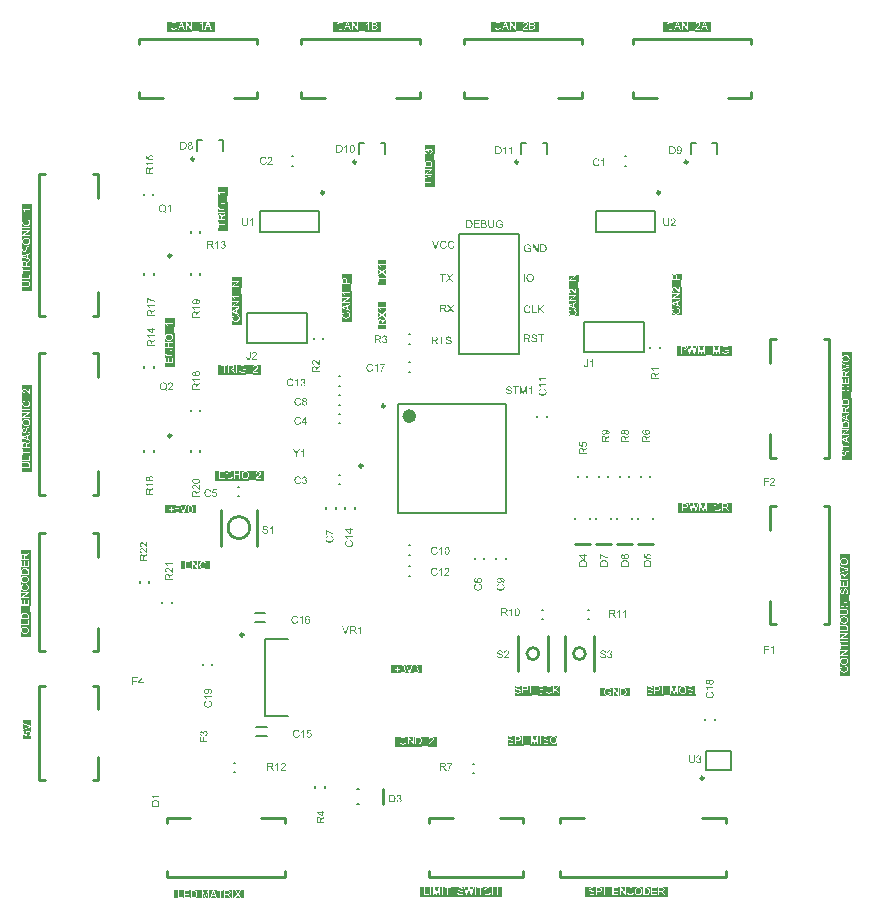
<source format=gto>
G04*
G04 #@! TF.GenerationSoftware,Altium Limited,Altium Designer,19.1.8 (144)*
G04*
G04 Layer_Color=65535*
%FSLAX25Y25*%
%MOIN*%
G70*
G01*
G75*
%ADD10C,0.00984*%
%ADD11C,0.01000*%
%ADD12C,0.02362*%
%ADD13C,0.00787*%
%ADD14C,0.00984*%
G36*
X147028Y-89940D02*
Y-90243D01*
X146184D01*
Y-92500D01*
X145844D01*
Y-90243D01*
X145000D01*
Y-89940D01*
X147028D01*
D02*
G37*
G36*
X147634D02*
X148101Y-90598D01*
Y-90602D01*
X148108Y-90606D01*
X148115Y-90617D01*
X148126Y-90632D01*
X148149Y-90668D01*
X148182Y-90713D01*
X148215Y-90765D01*
X148249Y-90816D01*
X148278Y-90865D01*
X148304Y-90909D01*
X148308Y-90902D01*
X148319Y-90887D01*
X148337Y-90857D01*
X148363Y-90820D01*
X148393Y-90780D01*
X148430Y-90728D01*
X148467Y-90676D01*
X148511Y-90620D01*
X149022Y-89940D01*
X149392D01*
X148504Y-91157D01*
X149462Y-92500D01*
X149044D01*
X148397Y-91590D01*
X148393Y-91586D01*
X148386Y-91575D01*
X148378Y-91560D01*
X148363Y-91542D01*
X148330Y-91490D01*
X148293Y-91434D01*
X148289Y-91438D01*
X148278Y-91453D01*
X148263Y-91475D01*
X148245Y-91505D01*
X148204Y-91564D01*
X148186Y-91590D01*
X148171Y-91612D01*
X147523Y-92500D01*
X147116D01*
X148104Y-91175D01*
X147231Y-89940D01*
X147634D01*
D02*
G37*
G36*
X146278Y-100199D02*
X146308Y-100203D01*
X146341D01*
X146419Y-100207D01*
X146500Y-100218D01*
X146589Y-100229D01*
X146670Y-100248D01*
X146711Y-100259D01*
X146745Y-100270D01*
X146748D01*
X146752Y-100273D01*
X146774Y-100285D01*
X146807Y-100299D01*
X146848Y-100325D01*
X146892Y-100358D01*
X146941Y-100403D01*
X146985Y-100455D01*
X147029Y-100514D01*
Y-100518D01*
X147033Y-100521D01*
X147048Y-100543D01*
X147063Y-100581D01*
X147085Y-100629D01*
X147103Y-100684D01*
X147122Y-100751D01*
X147133Y-100821D01*
X147137Y-100899D01*
Y-100902D01*
Y-100910D01*
Y-100925D01*
X147133Y-100943D01*
Y-100969D01*
X147129Y-100995D01*
X147115Y-101058D01*
X147092Y-101132D01*
X147063Y-101209D01*
X147018Y-101287D01*
X146989Y-101324D01*
X146959Y-101361D01*
X146955Y-101365D01*
X146952Y-101369D01*
X146941Y-101380D01*
X146926Y-101391D01*
X146907Y-101406D01*
X146885Y-101420D01*
X146855Y-101439D01*
X146826Y-101461D01*
X146789Y-101480D01*
X146748Y-101498D01*
X146704Y-101520D01*
X146656Y-101539D01*
X146600Y-101554D01*
X146545Y-101572D01*
X146482Y-101583D01*
X146415Y-101594D01*
X146423Y-101598D01*
X146437Y-101605D01*
X146459Y-101620D01*
X146489Y-101635D01*
X146556Y-101676D01*
X146589Y-101702D01*
X146619Y-101724D01*
X146626Y-101731D01*
X146645Y-101750D01*
X146674Y-101779D01*
X146711Y-101816D01*
X146752Y-101868D01*
X146800Y-101924D01*
X146848Y-101990D01*
X146900Y-102064D01*
X147340Y-102760D01*
X146918D01*
X146582Y-102227D01*
Y-102223D01*
X146574Y-102216D01*
X146567Y-102205D01*
X146556Y-102190D01*
X146530Y-102149D01*
X146497Y-102097D01*
X146456Y-102042D01*
X146415Y-101983D01*
X146374Y-101927D01*
X146337Y-101875D01*
X146334Y-101872D01*
X146323Y-101857D01*
X146304Y-101835D01*
X146278Y-101809D01*
X146223Y-101753D01*
X146193Y-101727D01*
X146164Y-101705D01*
X146160Y-101702D01*
X146152Y-101698D01*
X146138Y-101690D01*
X146116Y-101679D01*
X146093Y-101668D01*
X146067Y-101657D01*
X146008Y-101639D01*
X146004D01*
X145997Y-101635D01*
X145982D01*
X145964Y-101631D01*
X145938Y-101628D01*
X145908D01*
X145868Y-101624D01*
X145431D01*
Y-102760D01*
X145091D01*
Y-100199D01*
X146278D01*
D02*
G37*
G36*
X147925D02*
X148391Y-100858D01*
Y-100862D01*
X148398Y-100865D01*
X148406Y-100876D01*
X148417Y-100891D01*
X148439Y-100928D01*
X148472Y-100973D01*
X148506Y-101024D01*
X148539Y-101076D01*
X148569Y-101124D01*
X148594Y-101169D01*
X148598Y-101161D01*
X148609Y-101147D01*
X148628Y-101117D01*
X148654Y-101080D01*
X148683Y-101039D01*
X148720Y-100988D01*
X148757Y-100936D01*
X148802Y-100880D01*
X149312Y-100199D01*
X149682D01*
X148794Y-101417D01*
X149752Y-102760D01*
X149334D01*
X148687Y-101850D01*
X148683Y-101846D01*
X148676Y-101835D01*
X148669Y-101820D01*
X148654Y-101802D01*
X148620Y-101750D01*
X148583Y-101694D01*
X148580Y-101698D01*
X148569Y-101713D01*
X148554Y-101735D01*
X148535Y-101765D01*
X148495Y-101824D01*
X148476Y-101850D01*
X148461Y-101872D01*
X147814Y-102760D01*
X147407D01*
X148395Y-101435D01*
X147521Y-100199D01*
X147925D01*
D02*
G37*
G36*
X147923Y-110785D02*
X147949Y-110789D01*
X147975D01*
X148045Y-110796D01*
X148123Y-110807D01*
X148204Y-110826D01*
X148293Y-110848D01*
X148374Y-110878D01*
X148378D01*
X148385Y-110881D01*
X148396Y-110889D01*
X148411Y-110896D01*
X148448Y-110915D01*
X148496Y-110948D01*
X148552Y-110985D01*
X148607Y-111033D01*
X148659Y-111088D01*
X148707Y-111151D01*
Y-111155D01*
X148711Y-111159D01*
X148718Y-111170D01*
X148725Y-111181D01*
X148744Y-111218D01*
X148766Y-111266D01*
X148792Y-111325D01*
X148811Y-111396D01*
X148829Y-111469D01*
X148837Y-111551D01*
X148511Y-111577D01*
Y-111573D01*
Y-111566D01*
X148507Y-111555D01*
X148503Y-111536D01*
X148493Y-111495D01*
X148478Y-111440D01*
X148455Y-111381D01*
X148422Y-111321D01*
X148381Y-111266D01*
X148330Y-111214D01*
X148322Y-111211D01*
X148304Y-111196D01*
X148267Y-111173D01*
X148219Y-111151D01*
X148156Y-111129D01*
X148082Y-111107D01*
X147989Y-111092D01*
X147886Y-111088D01*
X147834D01*
X147812Y-111092D01*
X147782Y-111096D01*
X147715Y-111103D01*
X147642Y-111118D01*
X147567Y-111136D01*
X147497Y-111166D01*
X147468Y-111185D01*
X147438Y-111203D01*
X147431Y-111207D01*
X147416Y-111222D01*
X147394Y-111248D01*
X147371Y-111277D01*
X147345Y-111318D01*
X147323Y-111362D01*
X147308Y-111414D01*
X147301Y-111473D01*
Y-111481D01*
Y-111495D01*
X147305Y-111521D01*
X147312Y-111551D01*
X147323Y-111588D01*
X147342Y-111625D01*
X147364Y-111662D01*
X147397Y-111699D01*
X147401Y-111703D01*
X147420Y-111714D01*
X147434Y-111725D01*
X147449Y-111732D01*
X147471Y-111743D01*
X147497Y-111758D01*
X147530Y-111769D01*
X147567Y-111784D01*
X147608Y-111799D01*
X147656Y-111817D01*
X147708Y-111832D01*
X147767Y-111851D01*
X147834Y-111865D01*
X147908Y-111884D01*
X147912D01*
X147926Y-111888D01*
X147949Y-111891D01*
X147975Y-111899D01*
X148008Y-111906D01*
X148048Y-111917D01*
X148089Y-111928D01*
X148134Y-111939D01*
X148230Y-111965D01*
X148322Y-111991D01*
X148367Y-112006D01*
X148407Y-112021D01*
X148444Y-112032D01*
X148474Y-112047D01*
X148478D01*
X148485Y-112050D01*
X148496Y-112058D01*
X148511Y-112065D01*
X148552Y-112087D01*
X148600Y-112117D01*
X148655Y-112158D01*
X148711Y-112202D01*
X148763Y-112254D01*
X148807Y-112309D01*
X148811Y-112317D01*
X148826Y-112335D01*
X148840Y-112369D01*
X148862Y-112413D01*
X148881Y-112465D01*
X148899Y-112528D01*
X148910Y-112598D01*
X148914Y-112672D01*
Y-112676D01*
Y-112679D01*
Y-112690D01*
Y-112705D01*
X148907Y-112746D01*
X148899Y-112798D01*
X148885Y-112857D01*
X148866Y-112920D01*
X148837Y-112987D01*
X148796Y-113057D01*
Y-113060D01*
X148792Y-113064D01*
X148774Y-113086D01*
X148748Y-113120D01*
X148711Y-113157D01*
X148663Y-113201D01*
X148603Y-113249D01*
X148537Y-113294D01*
X148459Y-113334D01*
X148455D01*
X148448Y-113338D01*
X148437Y-113342D01*
X148422Y-113349D01*
X148400Y-113356D01*
X148374Y-113368D01*
X148315Y-113382D01*
X148245Y-113401D01*
X148159Y-113419D01*
X148067Y-113431D01*
X147967Y-113434D01*
X147908D01*
X147878Y-113431D01*
X147845D01*
X147808Y-113427D01*
X147764Y-113423D01*
X147671Y-113408D01*
X147575Y-113393D01*
X147479Y-113368D01*
X147386Y-113334D01*
X147382D01*
X147375Y-113331D01*
X147364Y-113323D01*
X147349Y-113316D01*
X147305Y-113294D01*
X147253Y-113260D01*
X147194Y-113216D01*
X147131Y-113164D01*
X147072Y-113101D01*
X147016Y-113031D01*
Y-113027D01*
X147009Y-113020D01*
X147005Y-113009D01*
X146994Y-112994D01*
X146987Y-112975D01*
X146976Y-112953D01*
X146950Y-112898D01*
X146924Y-112827D01*
X146901Y-112750D01*
X146887Y-112661D01*
X146879Y-112568D01*
X147197Y-112539D01*
Y-112542D01*
Y-112546D01*
X147201Y-112557D01*
Y-112572D01*
X147208Y-112605D01*
X147220Y-112654D01*
X147234Y-112702D01*
X147249Y-112757D01*
X147275Y-112809D01*
X147301Y-112857D01*
X147305Y-112861D01*
X147316Y-112875D01*
X147334Y-112901D01*
X147364Y-112927D01*
X147401Y-112961D01*
X147442Y-112994D01*
X147497Y-113027D01*
X147556Y-113057D01*
X147560D01*
X147564Y-113060D01*
X147575Y-113064D01*
X147586Y-113068D01*
X147623Y-113079D01*
X147671Y-113094D01*
X147730Y-113109D01*
X147797Y-113120D01*
X147871Y-113127D01*
X147952Y-113131D01*
X147985D01*
X148023Y-113127D01*
X148067Y-113123D01*
X148119Y-113116D01*
X148178Y-113109D01*
X148237Y-113094D01*
X148293Y-113075D01*
X148300Y-113072D01*
X148319Y-113064D01*
X148345Y-113049D01*
X148378Y-113035D01*
X148411Y-113009D01*
X148448Y-112983D01*
X148485Y-112953D01*
X148515Y-112916D01*
X148518Y-112912D01*
X148526Y-112898D01*
X148537Y-112879D01*
X148552Y-112850D01*
X148566Y-112820D01*
X148577Y-112783D01*
X148585Y-112742D01*
X148589Y-112698D01*
Y-112694D01*
Y-112676D01*
X148585Y-112654D01*
X148581Y-112624D01*
X148570Y-112594D01*
X148559Y-112557D01*
X148541Y-112520D01*
X148515Y-112487D01*
X148511Y-112483D01*
X148500Y-112472D01*
X148485Y-112457D01*
X148459Y-112435D01*
X148430Y-112413D01*
X148389Y-112387D01*
X148341Y-112361D01*
X148285Y-112339D01*
X148282Y-112335D01*
X148263Y-112332D01*
X148233Y-112320D01*
X148215Y-112317D01*
X148189Y-112309D01*
X148163Y-112298D01*
X148130Y-112291D01*
X148093Y-112280D01*
X148048Y-112269D01*
X148004Y-112258D01*
X147952Y-112243D01*
X147893Y-112228D01*
X147830Y-112213D01*
X147826D01*
X147815Y-112209D01*
X147797Y-112206D01*
X147775Y-112198D01*
X147745Y-112191D01*
X147712Y-112184D01*
X147638Y-112161D01*
X147556Y-112136D01*
X147471Y-112110D01*
X147397Y-112084D01*
X147364Y-112069D01*
X147334Y-112054D01*
X147331D01*
X147327Y-112050D01*
X147305Y-112036D01*
X147272Y-112017D01*
X147234Y-111987D01*
X147190Y-111954D01*
X147146Y-111914D01*
X147101Y-111865D01*
X147064Y-111814D01*
X147061Y-111806D01*
X147049Y-111788D01*
X147035Y-111758D01*
X147020Y-111721D01*
X147005Y-111673D01*
X146990Y-111618D01*
X146979Y-111558D01*
X146976Y-111495D01*
Y-111492D01*
Y-111488D01*
Y-111477D01*
Y-111462D01*
X146983Y-111425D01*
X146990Y-111377D01*
X147001Y-111321D01*
X147020Y-111259D01*
X147046Y-111196D01*
X147083Y-111133D01*
Y-111129D01*
X147086Y-111125D01*
X147105Y-111103D01*
X147131Y-111074D01*
X147164Y-111037D01*
X147208Y-110996D01*
X147264Y-110951D01*
X147331Y-110911D01*
X147405Y-110874D01*
X147408D01*
X147416Y-110870D01*
X147427Y-110866D01*
X147442Y-110859D01*
X147460Y-110852D01*
X147486Y-110844D01*
X147542Y-110829D01*
X147612Y-110815D01*
X147693Y-110800D01*
X147778Y-110789D01*
X147874Y-110785D01*
X147923D01*
D02*
G37*
G36*
X146642Y-110829D02*
Y-111133D01*
X145799D01*
Y-113390D01*
X145458D01*
Y-111133D01*
X144615D01*
Y-110829D01*
X146642D01*
D02*
G37*
G36*
X143416D02*
X143446Y-110833D01*
X143479D01*
X143557Y-110837D01*
X143638Y-110848D01*
X143727Y-110859D01*
X143808Y-110878D01*
X143849Y-110889D01*
X143882Y-110900D01*
X143886D01*
X143890Y-110903D01*
X143912Y-110915D01*
X143945Y-110929D01*
X143986Y-110955D01*
X144030Y-110988D01*
X144078Y-111033D01*
X144123Y-111085D01*
X144167Y-111144D01*
Y-111148D01*
X144171Y-111151D01*
X144186Y-111173D01*
X144201Y-111211D01*
X144223Y-111259D01*
X144241Y-111314D01*
X144260Y-111381D01*
X144271Y-111451D01*
X144274Y-111529D01*
Y-111532D01*
Y-111540D01*
Y-111555D01*
X144271Y-111573D01*
Y-111599D01*
X144267Y-111625D01*
X144252Y-111688D01*
X144230Y-111762D01*
X144201Y-111839D01*
X144156Y-111917D01*
X144126Y-111954D01*
X144097Y-111991D01*
X144093Y-111995D01*
X144089Y-111999D01*
X144078Y-112010D01*
X144064Y-112021D01*
X144045Y-112036D01*
X144023Y-112050D01*
X143993Y-112069D01*
X143964Y-112091D01*
X143927Y-112110D01*
X143886Y-112128D01*
X143842Y-112150D01*
X143793Y-112169D01*
X143738Y-112184D01*
X143682Y-112202D01*
X143620Y-112213D01*
X143553Y-112224D01*
X143560Y-112228D01*
X143575Y-112235D01*
X143597Y-112250D01*
X143627Y-112265D01*
X143694Y-112306D01*
X143727Y-112332D01*
X143756Y-112354D01*
X143764Y-112361D01*
X143782Y-112380D01*
X143812Y-112409D01*
X143849Y-112446D01*
X143890Y-112498D01*
X143938Y-112554D01*
X143986Y-112620D01*
X144038Y-112694D01*
X144478Y-113390D01*
X144056D01*
X143719Y-112857D01*
Y-112853D01*
X143712Y-112846D01*
X143705Y-112835D01*
X143694Y-112820D01*
X143668Y-112779D01*
X143634Y-112727D01*
X143594Y-112672D01*
X143553Y-112613D01*
X143512Y-112557D01*
X143475Y-112505D01*
X143472Y-112502D01*
X143460Y-112487D01*
X143442Y-112465D01*
X143416Y-112439D01*
X143360Y-112383D01*
X143331Y-112357D01*
X143301Y-112335D01*
X143298Y-112332D01*
X143290Y-112328D01*
X143275Y-112320D01*
X143253Y-112309D01*
X143231Y-112298D01*
X143205Y-112287D01*
X143146Y-112269D01*
X143142D01*
X143135Y-112265D01*
X143120D01*
X143102Y-112261D01*
X143076Y-112258D01*
X143046D01*
X143005Y-112254D01*
X142569D01*
Y-113390D01*
X142228D01*
Y-110829D01*
X143416D01*
D02*
G37*
G36*
X175098Y-89919D02*
X175124Y-89922D01*
X175157D01*
X175191Y-89926D01*
X175235Y-89934D01*
X175279Y-89941D01*
X175376Y-89960D01*
X175487Y-89989D01*
X175594Y-90034D01*
X175649Y-90059D01*
X175705Y-90089D01*
X175709Y-90093D01*
X175716Y-90096D01*
X175731Y-90108D01*
X175753Y-90119D01*
X175775Y-90137D01*
X175805Y-90159D01*
X175868Y-90211D01*
X175934Y-90278D01*
X176008Y-90359D01*
X176079Y-90455D01*
X176138Y-90563D01*
Y-90566D01*
X176145Y-90577D01*
X176153Y-90592D01*
X176160Y-90614D01*
X176175Y-90644D01*
X176186Y-90677D01*
X176201Y-90718D01*
X176216Y-90762D01*
X176227Y-90811D01*
X176241Y-90862D01*
X176256Y-90921D01*
X176267Y-90981D01*
X176282Y-91110D01*
X176289Y-91251D01*
Y-91255D01*
Y-91269D01*
Y-91288D01*
X176286Y-91317D01*
Y-91351D01*
X176282Y-91391D01*
X176275Y-91436D01*
X176271Y-91484D01*
X176252Y-91591D01*
X176223Y-91710D01*
X176182Y-91828D01*
X176160Y-91887D01*
X176130Y-91946D01*
Y-91950D01*
X176123Y-91961D01*
X176116Y-91976D01*
X176101Y-91998D01*
X176086Y-92024D01*
X176067Y-92050D01*
X176016Y-92120D01*
X175953Y-92194D01*
X175879Y-92272D01*
X175790Y-92346D01*
X175686Y-92413D01*
X175683D01*
X175675Y-92420D01*
X175657Y-92427D01*
X175635Y-92439D01*
X175609Y-92450D01*
X175579Y-92461D01*
X175542Y-92475D01*
X175501Y-92490D01*
X175457Y-92505D01*
X175409Y-92520D01*
X175302Y-92542D01*
X175187Y-92561D01*
X175065Y-92568D01*
X175028D01*
X175006Y-92564D01*
X174972D01*
X174935Y-92557D01*
X174895Y-92553D01*
X174846Y-92546D01*
X174747Y-92524D01*
X174639Y-92494D01*
X174528Y-92450D01*
X174473Y-92424D01*
X174417Y-92394D01*
X174414Y-92390D01*
X174406Y-92387D01*
X174391Y-92376D01*
X174369Y-92361D01*
X174347Y-92346D01*
X174321Y-92324D01*
X174258Y-92268D01*
X174188Y-92202D01*
X174114Y-92120D01*
X174047Y-92028D01*
X173984Y-91921D01*
Y-91917D01*
X173977Y-91906D01*
X173970Y-91891D01*
X173962Y-91869D01*
X173951Y-91839D01*
X173940Y-91806D01*
X173925Y-91769D01*
X173914Y-91728D01*
X173899Y-91680D01*
X173884Y-91632D01*
X173862Y-91521D01*
X173847Y-91406D01*
X173840Y-91280D01*
Y-91277D01*
Y-91273D01*
Y-91251D01*
X173844Y-91217D01*
Y-91173D01*
X173851Y-91121D01*
X173859Y-91058D01*
X173870Y-90988D01*
X173884Y-90914D01*
X173899Y-90836D01*
X173922Y-90755D01*
X173951Y-90674D01*
X173984Y-90588D01*
X174021Y-90507D01*
X174069Y-90426D01*
X174121Y-90352D01*
X174180Y-90281D01*
X174184Y-90278D01*
X174195Y-90267D01*
X174217Y-90248D01*
X174243Y-90226D01*
X174277Y-90196D01*
X174317Y-90167D01*
X174365Y-90133D01*
X174421Y-90100D01*
X174480Y-90067D01*
X174547Y-90034D01*
X174621Y-90004D01*
X174698Y-89974D01*
X174784Y-89952D01*
X174872Y-89934D01*
X174965Y-89922D01*
X175065Y-89919D01*
X175098D01*
D02*
G37*
G36*
X173344Y-89963D02*
Y-92524D01*
X173004D01*
Y-89963D01*
X173344D01*
D02*
G37*
G36*
X174243Y-100395D02*
X174269Y-100399D01*
X174302Y-100403D01*
X174343Y-100406D01*
X174384Y-100410D01*
X174432Y-100421D01*
X174532Y-100443D01*
X174643Y-100477D01*
X174698Y-100499D01*
X174750Y-100525D01*
X174802Y-100558D01*
X174854Y-100591D01*
X174857Y-100595D01*
X174865Y-100599D01*
X174880Y-100610D01*
X174898Y-100628D01*
X174917Y-100647D01*
X174943Y-100673D01*
X174968Y-100702D01*
X174998Y-100732D01*
X175028Y-100769D01*
X175057Y-100813D01*
X175091Y-100858D01*
X175120Y-100906D01*
X175146Y-100961D01*
X175176Y-101017D01*
X175198Y-101076D01*
X175220Y-101143D01*
X174887Y-101220D01*
Y-101217D01*
X174883Y-101209D01*
X174876Y-101194D01*
X174869Y-101176D01*
X174861Y-101154D01*
X174850Y-101124D01*
X174820Y-101065D01*
X174783Y-100998D01*
X174739Y-100932D01*
X174683Y-100869D01*
X174624Y-100813D01*
X174617Y-100806D01*
X174595Y-100791D01*
X174558Y-100773D01*
X174510Y-100747D01*
X174447Y-100724D01*
X174376Y-100702D01*
X174291Y-100688D01*
X174199Y-100684D01*
X174169D01*
X174151Y-100688D01*
X174125D01*
X174095Y-100691D01*
X174025Y-100702D01*
X173947Y-100717D01*
X173866Y-100743D01*
X173781Y-100780D01*
X173703Y-100828D01*
X173699D01*
X173696Y-100836D01*
X173670Y-100854D01*
X173636Y-100884D01*
X173596Y-100928D01*
X173548Y-100984D01*
X173503Y-101046D01*
X173462Y-101124D01*
X173425Y-101209D01*
Y-101213D01*
X173422Y-101220D01*
X173418Y-101231D01*
X173414Y-101250D01*
X173407Y-101272D01*
X173400Y-101298D01*
X173389Y-101361D01*
X173374Y-101435D01*
X173359Y-101516D01*
X173352Y-101605D01*
X173348Y-101701D01*
Y-101705D01*
Y-101716D01*
Y-101735D01*
Y-101757D01*
X173352Y-101783D01*
Y-101816D01*
X173355Y-101853D01*
X173359Y-101894D01*
X173370Y-101982D01*
X173389Y-102079D01*
X173411Y-102175D01*
X173440Y-102271D01*
Y-102275D01*
X173444Y-102282D01*
X173451Y-102293D01*
X173459Y-102312D01*
X173481Y-102356D01*
X173514Y-102408D01*
X173555Y-102467D01*
X173607Y-102530D01*
X173666Y-102586D01*
X173736Y-102637D01*
X173740D01*
X173747Y-102641D01*
X173758Y-102648D01*
X173773Y-102656D01*
X173792Y-102663D01*
X173814Y-102674D01*
X173866Y-102697D01*
X173932Y-102719D01*
X174006Y-102737D01*
X174088Y-102752D01*
X174173Y-102756D01*
X174199D01*
X174221Y-102752D01*
X174247D01*
X174273Y-102748D01*
X174339Y-102734D01*
X174417Y-102715D01*
X174495Y-102685D01*
X174576Y-102645D01*
X174617Y-102623D01*
X174654Y-102593D01*
X174658Y-102589D01*
X174661Y-102586D01*
X174672Y-102575D01*
X174687Y-102563D01*
X174702Y-102545D01*
X174721Y-102523D01*
X174743Y-102500D01*
X174761Y-102471D01*
X174783Y-102438D01*
X174809Y-102401D01*
X174831Y-102364D01*
X174854Y-102319D01*
X174872Y-102271D01*
X174891Y-102219D01*
X174909Y-102164D01*
X174924Y-102105D01*
X175264Y-102190D01*
Y-102193D01*
X175261Y-102208D01*
X175253Y-102230D01*
X175242Y-102260D01*
X175231Y-102293D01*
X175216Y-102334D01*
X175198Y-102378D01*
X175176Y-102427D01*
X175124Y-102530D01*
X175057Y-102634D01*
X175016Y-102685D01*
X174976Y-102737D01*
X174931Y-102782D01*
X174880Y-102826D01*
X174876Y-102830D01*
X174869Y-102837D01*
X174850Y-102845D01*
X174831Y-102859D01*
X174802Y-102878D01*
X174772Y-102896D01*
X174732Y-102915D01*
X174691Y-102933D01*
X174643Y-102956D01*
X174591Y-102974D01*
X174536Y-102993D01*
X174476Y-103011D01*
X174413Y-103026D01*
X174347Y-103033D01*
X174276Y-103041D01*
X174203Y-103044D01*
X174162D01*
X174132Y-103041D01*
X174099D01*
X174058Y-103037D01*
X174014Y-103030D01*
X173962Y-103022D01*
X173855Y-103004D01*
X173744Y-102974D01*
X173633Y-102933D01*
X173581Y-102908D01*
X173529Y-102878D01*
X173525Y-102874D01*
X173518Y-102871D01*
X173503Y-102859D01*
X173488Y-102845D01*
X173466Y-102830D01*
X173440Y-102808D01*
X173411Y-102782D01*
X173381Y-102752D01*
X173352Y-102719D01*
X173318Y-102685D01*
X173252Y-102600D01*
X173189Y-102500D01*
X173133Y-102390D01*
Y-102386D01*
X173126Y-102375D01*
X173122Y-102356D01*
X173111Y-102334D01*
X173104Y-102304D01*
X173092Y-102267D01*
X173078Y-102227D01*
X173067Y-102182D01*
X173056Y-102134D01*
X173041Y-102079D01*
X173022Y-101964D01*
X173007Y-101834D01*
X173000Y-101701D01*
Y-101698D01*
Y-101683D01*
Y-101661D01*
X173004Y-101635D01*
Y-101598D01*
X173007Y-101561D01*
X173011Y-101513D01*
X173019Y-101464D01*
X173037Y-101357D01*
X173063Y-101239D01*
X173100Y-101120D01*
X173152Y-101006D01*
X173155Y-101002D01*
X173159Y-100991D01*
X173167Y-100976D01*
X173181Y-100958D01*
X173196Y-100932D01*
X173215Y-100902D01*
X173263Y-100836D01*
X173326Y-100761D01*
X173400Y-100688D01*
X173485Y-100613D01*
X173585Y-100551D01*
X173588Y-100547D01*
X173599Y-100543D01*
X173614Y-100536D01*
X173633Y-100525D01*
X173662Y-100514D01*
X173692Y-100503D01*
X173729Y-100488D01*
X173770Y-100473D01*
X173814Y-100458D01*
X173862Y-100443D01*
X173966Y-100421D01*
X174084Y-100403D01*
X174206Y-100395D01*
X174243D01*
D02*
G37*
G36*
X176008Y-100440D02*
Y-102697D01*
X177270D01*
Y-103000D01*
X175668D01*
Y-100440D01*
X176008D01*
D02*
G37*
G36*
X177999D02*
Y-101712D01*
X179264Y-100440D01*
X179727D01*
X178654Y-101479D01*
X179775Y-103000D01*
X179327D01*
X178417Y-101709D01*
X177999Y-102112D01*
Y-103000D01*
X177658D01*
Y-100440D01*
X177999D01*
D02*
G37*
G36*
X176512Y-110076D02*
X176537Y-110080D01*
X176563D01*
X176634Y-110087D01*
X176711Y-110099D01*
X176793Y-110117D01*
X176882Y-110139D01*
X176963Y-110169D01*
X176967D01*
X176974Y-110172D01*
X176985Y-110180D01*
X177000Y-110187D01*
X177037Y-110206D01*
X177085Y-110239D01*
X177140Y-110276D01*
X177196Y-110324D01*
X177248Y-110380D01*
X177296Y-110443D01*
Y-110446D01*
X177300Y-110450D01*
X177307Y-110461D01*
X177314Y-110472D01*
X177333Y-110509D01*
X177355Y-110557D01*
X177381Y-110617D01*
X177400Y-110687D01*
X177418Y-110761D01*
X177425Y-110842D01*
X177100Y-110868D01*
Y-110864D01*
Y-110857D01*
X177096Y-110846D01*
X177092Y-110827D01*
X177081Y-110787D01*
X177067Y-110731D01*
X177044Y-110672D01*
X177011Y-110613D01*
X176970Y-110557D01*
X176918Y-110505D01*
X176911Y-110502D01*
X176893Y-110487D01*
X176856Y-110465D01*
X176807Y-110443D01*
X176745Y-110420D01*
X176671Y-110398D01*
X176578Y-110383D01*
X176474Y-110380D01*
X176423D01*
X176400Y-110383D01*
X176371Y-110387D01*
X176304Y-110395D01*
X176230Y-110409D01*
X176156Y-110428D01*
X176086Y-110457D01*
X176056Y-110476D01*
X176027Y-110494D01*
X176019Y-110498D01*
X176005Y-110513D01*
X175982Y-110539D01*
X175960Y-110568D01*
X175934Y-110609D01*
X175912Y-110653D01*
X175897Y-110705D01*
X175890Y-110765D01*
Y-110772D01*
Y-110787D01*
X175894Y-110813D01*
X175901Y-110842D01*
X175912Y-110879D01*
X175931Y-110916D01*
X175953Y-110953D01*
X175986Y-110990D01*
X175990Y-110994D01*
X176008Y-111005D01*
X176023Y-111016D01*
X176038Y-111023D01*
X176060Y-111035D01*
X176086Y-111049D01*
X176119Y-111061D01*
X176156Y-111075D01*
X176197Y-111090D01*
X176245Y-111109D01*
X176297Y-111123D01*
X176356Y-111142D01*
X176423Y-111157D01*
X176497Y-111175D01*
X176500D01*
X176515Y-111179D01*
X176537Y-111183D01*
X176563Y-111190D01*
X176597Y-111197D01*
X176637Y-111208D01*
X176678Y-111220D01*
X176722Y-111231D01*
X176819Y-111257D01*
X176911Y-111283D01*
X176955Y-111297D01*
X176996Y-111312D01*
X177033Y-111323D01*
X177063Y-111338D01*
X177067D01*
X177074Y-111342D01*
X177085Y-111349D01*
X177100Y-111356D01*
X177140Y-111379D01*
X177189Y-111408D01*
X177244Y-111449D01*
X177300Y-111493D01*
X177351Y-111545D01*
X177396Y-111601D01*
X177400Y-111608D01*
X177414Y-111627D01*
X177429Y-111660D01*
X177451Y-111704D01*
X177470Y-111756D01*
X177488Y-111819D01*
X177499Y-111889D01*
X177503Y-111963D01*
Y-111967D01*
Y-111971D01*
Y-111982D01*
Y-111997D01*
X177496Y-112037D01*
X177488Y-112089D01*
X177473Y-112148D01*
X177455Y-112211D01*
X177425Y-112278D01*
X177385Y-112348D01*
Y-112352D01*
X177381Y-112355D01*
X177363Y-112378D01*
X177337Y-112411D01*
X177300Y-112448D01*
X177252Y-112492D01*
X177192Y-112540D01*
X177126Y-112585D01*
X177048Y-112626D01*
X177044D01*
X177037Y-112629D01*
X177026Y-112633D01*
X177011Y-112640D01*
X176989Y-112648D01*
X176963Y-112659D01*
X176904Y-112674D01*
X176833Y-112692D01*
X176748Y-112711D01*
X176656Y-112722D01*
X176556Y-112725D01*
X176497D01*
X176467Y-112722D01*
X176434D01*
X176397Y-112718D01*
X176352Y-112714D01*
X176260Y-112700D01*
X176164Y-112685D01*
X176067Y-112659D01*
X175975Y-112626D01*
X175971D01*
X175964Y-112622D01*
X175953Y-112615D01*
X175938Y-112607D01*
X175894Y-112585D01*
X175842Y-112552D01*
X175783Y-112507D01*
X175720Y-112455D01*
X175661Y-112392D01*
X175605Y-112322D01*
Y-112319D01*
X175598Y-112311D01*
X175594Y-112300D01*
X175583Y-112285D01*
X175575Y-112267D01*
X175564Y-112244D01*
X175538Y-112189D01*
X175513Y-112119D01*
X175490Y-112041D01*
X175476Y-111952D01*
X175468Y-111860D01*
X175786Y-111830D01*
Y-111834D01*
Y-111837D01*
X175790Y-111849D01*
Y-111863D01*
X175797Y-111897D01*
X175809Y-111945D01*
X175823Y-111993D01*
X175838Y-112048D01*
X175864Y-112100D01*
X175890Y-112148D01*
X175894Y-112152D01*
X175905Y-112167D01*
X175923Y-112193D01*
X175953Y-112219D01*
X175990Y-112252D01*
X176031Y-112285D01*
X176086Y-112319D01*
X176145Y-112348D01*
X176149D01*
X176153Y-112352D01*
X176164Y-112355D01*
X176175Y-112359D01*
X176212Y-112370D01*
X176260Y-112385D01*
X176319Y-112400D01*
X176386Y-112411D01*
X176460Y-112418D01*
X176541Y-112422D01*
X176574D01*
X176611Y-112418D01*
X176656Y-112415D01*
X176708Y-112407D01*
X176767Y-112400D01*
X176826Y-112385D01*
X176882Y-112367D01*
X176889Y-112363D01*
X176907Y-112355D01*
X176933Y-112341D01*
X176967Y-112326D01*
X177000Y-112300D01*
X177037Y-112274D01*
X177074Y-112244D01*
X177103Y-112207D01*
X177107Y-112204D01*
X177115Y-112189D01*
X177126Y-112171D01*
X177140Y-112141D01*
X177155Y-112111D01*
X177166Y-112074D01*
X177174Y-112034D01*
X177178Y-111989D01*
Y-111986D01*
Y-111967D01*
X177174Y-111945D01*
X177170Y-111915D01*
X177159Y-111886D01*
X177148Y-111849D01*
X177129Y-111812D01*
X177103Y-111778D01*
X177100Y-111775D01*
X177089Y-111764D01*
X177074Y-111749D01*
X177048Y-111726D01*
X177018Y-111704D01*
X176978Y-111678D01*
X176930Y-111653D01*
X176874Y-111630D01*
X176870Y-111627D01*
X176852Y-111623D01*
X176822Y-111612D01*
X176804Y-111608D01*
X176778Y-111601D01*
X176752Y-111590D01*
X176719Y-111582D01*
X176682Y-111571D01*
X176637Y-111560D01*
X176593Y-111549D01*
X176541Y-111534D01*
X176482Y-111519D01*
X176419Y-111504D01*
X176415D01*
X176404Y-111501D01*
X176386Y-111497D01*
X176364Y-111490D01*
X176334Y-111482D01*
X176301Y-111475D01*
X176227Y-111453D01*
X176145Y-111427D01*
X176060Y-111401D01*
X175986Y-111375D01*
X175953Y-111360D01*
X175923Y-111345D01*
X175919D01*
X175916Y-111342D01*
X175894Y-111327D01*
X175860Y-111308D01*
X175823Y-111279D01*
X175779Y-111246D01*
X175734Y-111205D01*
X175690Y-111157D01*
X175653Y-111105D01*
X175649Y-111098D01*
X175638Y-111079D01*
X175624Y-111049D01*
X175609Y-111012D01*
X175594Y-110964D01*
X175579Y-110909D01*
X175568Y-110850D01*
X175564Y-110787D01*
Y-110783D01*
Y-110779D01*
Y-110768D01*
Y-110753D01*
X175572Y-110716D01*
X175579Y-110668D01*
X175590Y-110613D01*
X175609Y-110550D01*
X175635Y-110487D01*
X175672Y-110424D01*
Y-110420D01*
X175675Y-110417D01*
X175694Y-110395D01*
X175720Y-110365D01*
X175753Y-110328D01*
X175797Y-110287D01*
X175853Y-110243D01*
X175919Y-110202D01*
X175994Y-110165D01*
X175997D01*
X176005Y-110161D01*
X176016Y-110158D01*
X176031Y-110150D01*
X176049Y-110143D01*
X176075Y-110135D01*
X176130Y-110121D01*
X176201Y-110106D01*
X176282Y-110091D01*
X176367Y-110080D01*
X176463Y-110076D01*
X176512D01*
D02*
G37*
G36*
X179805Y-110121D02*
Y-110424D01*
X178961D01*
Y-112681D01*
X178621D01*
Y-110424D01*
X177777D01*
Y-110121D01*
X179805D01*
D02*
G37*
G36*
X174192D02*
X174221Y-110124D01*
X174255D01*
X174332Y-110128D01*
X174414Y-110139D01*
X174502Y-110150D01*
X174584Y-110169D01*
X174625Y-110180D01*
X174658Y-110191D01*
X174662D01*
X174665Y-110195D01*
X174687Y-110206D01*
X174721Y-110221D01*
X174761Y-110247D01*
X174806Y-110280D01*
X174854Y-110324D01*
X174898Y-110376D01*
X174943Y-110435D01*
Y-110439D01*
X174946Y-110443D01*
X174961Y-110465D01*
X174976Y-110502D01*
X174998Y-110550D01*
X175017Y-110605D01*
X175035Y-110672D01*
X175046Y-110742D01*
X175050Y-110820D01*
Y-110824D01*
Y-110831D01*
Y-110846D01*
X175046Y-110864D01*
Y-110890D01*
X175043Y-110916D01*
X175028Y-110979D01*
X175006Y-111053D01*
X174976Y-111131D01*
X174932Y-111208D01*
X174902Y-111246D01*
X174872Y-111283D01*
X174869Y-111286D01*
X174865Y-111290D01*
X174854Y-111301D01*
X174839Y-111312D01*
X174821Y-111327D01*
X174798Y-111342D01*
X174769Y-111360D01*
X174739Y-111382D01*
X174702Y-111401D01*
X174662Y-111419D01*
X174617Y-111442D01*
X174569Y-111460D01*
X174513Y-111475D01*
X174458Y-111493D01*
X174395Y-111504D01*
X174328Y-111516D01*
X174336Y-111519D01*
X174351Y-111527D01*
X174373Y-111541D01*
X174402Y-111556D01*
X174469Y-111597D01*
X174502Y-111623D01*
X174532Y-111645D01*
X174539Y-111653D01*
X174558Y-111671D01*
X174588Y-111701D01*
X174625Y-111738D01*
X174665Y-111789D01*
X174713Y-111845D01*
X174761Y-111911D01*
X174813Y-111986D01*
X175253Y-112681D01*
X174832D01*
X174495Y-112148D01*
Y-112145D01*
X174488Y-112137D01*
X174480Y-112126D01*
X174469Y-112111D01*
X174443Y-112071D01*
X174410Y-112019D01*
X174369Y-111963D01*
X174328Y-111904D01*
X174288Y-111849D01*
X174251Y-111797D01*
X174247Y-111793D01*
X174236Y-111778D01*
X174217Y-111756D01*
X174192Y-111730D01*
X174136Y-111675D01*
X174107Y-111649D01*
X174077Y-111627D01*
X174073Y-111623D01*
X174066Y-111619D01*
X174051Y-111612D01*
X174029Y-111601D01*
X174007Y-111590D01*
X173981Y-111579D01*
X173922Y-111560D01*
X173918D01*
X173910Y-111556D01*
X173896D01*
X173877Y-111553D01*
X173851Y-111549D01*
X173822D01*
X173781Y-111545D01*
X173344D01*
Y-112681D01*
X173004D01*
Y-110121D01*
X174192D01*
D02*
G37*
G36*
X146292Y-78895D02*
X146318Y-78899D01*
X146352Y-78903D01*
X146392Y-78906D01*
X146433Y-78910D01*
X146481Y-78921D01*
X146581Y-78943D01*
X146692Y-78977D01*
X146748Y-78999D01*
X146799Y-79025D01*
X146851Y-79058D01*
X146903Y-79091D01*
X146907Y-79095D01*
X146914Y-79099D01*
X146929Y-79110D01*
X146947Y-79128D01*
X146966Y-79147D01*
X146992Y-79173D01*
X147018Y-79202D01*
X147047Y-79232D01*
X147077Y-79269D01*
X147107Y-79313D01*
X147140Y-79358D01*
X147169Y-79406D01*
X147195Y-79461D01*
X147225Y-79517D01*
X147247Y-79576D01*
X147269Y-79643D01*
X146936Y-79720D01*
Y-79717D01*
X146933Y-79709D01*
X146925Y-79694D01*
X146918Y-79676D01*
X146910Y-79654D01*
X146899Y-79624D01*
X146870Y-79565D01*
X146833Y-79498D01*
X146788Y-79432D01*
X146733Y-79369D01*
X146674Y-79313D01*
X146666Y-79306D01*
X146644Y-79291D01*
X146607Y-79273D01*
X146559Y-79247D01*
X146496Y-79224D01*
X146426Y-79202D01*
X146341Y-79188D01*
X146248Y-79184D01*
X146219D01*
X146200Y-79188D01*
X146174D01*
X146144Y-79191D01*
X146074Y-79202D01*
X145996Y-79217D01*
X145915Y-79243D01*
X145830Y-79280D01*
X145752Y-79328D01*
X145749D01*
X145745Y-79335D01*
X145719Y-79354D01*
X145686Y-79384D01*
X145645Y-79428D01*
X145597Y-79483D01*
X145553Y-79546D01*
X145512Y-79624D01*
X145475Y-79709D01*
Y-79713D01*
X145471Y-79720D01*
X145467Y-79731D01*
X145464Y-79750D01*
X145456Y-79772D01*
X145449Y-79798D01*
X145438Y-79861D01*
X145423Y-79935D01*
X145408Y-80016D01*
X145401Y-80105D01*
X145397Y-80201D01*
Y-80205D01*
Y-80216D01*
Y-80235D01*
Y-80257D01*
X145401Y-80283D01*
Y-80316D01*
X145405Y-80353D01*
X145408Y-80394D01*
X145419Y-80483D01*
X145438Y-80579D01*
X145460Y-80675D01*
X145490Y-80771D01*
Y-80775D01*
X145493Y-80782D01*
X145501Y-80793D01*
X145508Y-80812D01*
X145530Y-80856D01*
X145564Y-80908D01*
X145604Y-80967D01*
X145656Y-81030D01*
X145715Y-81086D01*
X145786Y-81137D01*
X145789D01*
X145797Y-81141D01*
X145808Y-81148D01*
X145823Y-81156D01*
X145841Y-81163D01*
X145863Y-81174D01*
X145915Y-81197D01*
X145982Y-81219D01*
X146056Y-81237D01*
X146137Y-81252D01*
X146222Y-81256D01*
X146248D01*
X146270Y-81252D01*
X146296D01*
X146322Y-81248D01*
X146389Y-81234D01*
X146466Y-81215D01*
X146544Y-81186D01*
X146625Y-81145D01*
X146666Y-81123D01*
X146703Y-81093D01*
X146707Y-81089D01*
X146711Y-81086D01*
X146722Y-81075D01*
X146737Y-81063D01*
X146751Y-81045D01*
X146770Y-81023D01*
X146792Y-81001D01*
X146810Y-80971D01*
X146833Y-80938D01*
X146859Y-80901D01*
X146881Y-80864D01*
X146903Y-80819D01*
X146922Y-80771D01*
X146940Y-80719D01*
X146958Y-80664D01*
X146973Y-80605D01*
X147314Y-80690D01*
Y-80693D01*
X147310Y-80708D01*
X147303Y-80730D01*
X147292Y-80760D01*
X147280Y-80793D01*
X147266Y-80834D01*
X147247Y-80878D01*
X147225Y-80927D01*
X147173Y-81030D01*
X147107Y-81134D01*
X147066Y-81186D01*
X147025Y-81237D01*
X146981Y-81282D01*
X146929Y-81326D01*
X146925Y-81330D01*
X146918Y-81337D01*
X146899Y-81345D01*
X146881Y-81359D01*
X146851Y-81378D01*
X146822Y-81396D01*
X146781Y-81415D01*
X146740Y-81433D01*
X146692Y-81456D01*
X146640Y-81474D01*
X146585Y-81493D01*
X146526Y-81511D01*
X146463Y-81526D01*
X146396Y-81533D01*
X146326Y-81541D01*
X146252Y-81544D01*
X146211D01*
X146181Y-81541D01*
X146148D01*
X146107Y-81537D01*
X146063Y-81530D01*
X146011Y-81522D01*
X145904Y-81504D01*
X145793Y-81474D01*
X145682Y-81433D01*
X145630Y-81407D01*
X145578Y-81378D01*
X145575Y-81374D01*
X145567Y-81371D01*
X145553Y-81359D01*
X145538Y-81345D01*
X145516Y-81330D01*
X145490Y-81308D01*
X145460Y-81282D01*
X145430Y-81252D01*
X145401Y-81219D01*
X145368Y-81186D01*
X145301Y-81100D01*
X145238Y-81001D01*
X145183Y-80889D01*
Y-80886D01*
X145175Y-80875D01*
X145171Y-80856D01*
X145160Y-80834D01*
X145153Y-80804D01*
X145142Y-80767D01*
X145127Y-80727D01*
X145116Y-80682D01*
X145105Y-80634D01*
X145090Y-80579D01*
X145071Y-80464D01*
X145057Y-80335D01*
X145049Y-80201D01*
Y-80198D01*
Y-80183D01*
Y-80161D01*
X145053Y-80135D01*
Y-80098D01*
X145057Y-80061D01*
X145060Y-80013D01*
X145068Y-79965D01*
X145086Y-79857D01*
X145112Y-79739D01*
X145149Y-79620D01*
X145201Y-79506D01*
X145205Y-79502D01*
X145208Y-79491D01*
X145216Y-79476D01*
X145231Y-79458D01*
X145245Y-79432D01*
X145264Y-79402D01*
X145312Y-79335D01*
X145375Y-79261D01*
X145449Y-79188D01*
X145534Y-79114D01*
X145634Y-79051D01*
X145638Y-79047D01*
X145649Y-79043D01*
X145663Y-79036D01*
X145682Y-79025D01*
X145712Y-79014D01*
X145741Y-79002D01*
X145778Y-78988D01*
X145819Y-78973D01*
X145863Y-78958D01*
X145911Y-78943D01*
X146015Y-78921D01*
X146133Y-78903D01*
X146256Y-78895D01*
X146292D01*
D02*
G37*
G36*
X148875D02*
X148901Y-78899D01*
X148934Y-78903D01*
X148975Y-78906D01*
X149016Y-78910D01*
X149064Y-78921D01*
X149164Y-78943D01*
X149275Y-78977D01*
X149330Y-78999D01*
X149382Y-79025D01*
X149434Y-79058D01*
X149486Y-79091D01*
X149489Y-79095D01*
X149497Y-79099D01*
X149512Y-79110D01*
X149530Y-79128D01*
X149548Y-79147D01*
X149574Y-79173D01*
X149600Y-79202D01*
X149630Y-79232D01*
X149660Y-79269D01*
X149689Y-79313D01*
X149722Y-79358D01*
X149752Y-79406D01*
X149778Y-79461D01*
X149808Y-79517D01*
X149830Y-79576D01*
X149852Y-79643D01*
X149519Y-79720D01*
Y-79717D01*
X149515Y-79709D01*
X149508Y-79694D01*
X149500Y-79676D01*
X149493Y-79654D01*
X149482Y-79624D01*
X149452Y-79565D01*
X149415Y-79498D01*
X149371Y-79432D01*
X149315Y-79369D01*
X149256Y-79313D01*
X149249Y-79306D01*
X149227Y-79291D01*
X149190Y-79273D01*
X149142Y-79247D01*
X149079Y-79224D01*
X149008Y-79202D01*
X148923Y-79188D01*
X148831Y-79184D01*
X148801D01*
X148783Y-79188D01*
X148757D01*
X148727Y-79191D01*
X148657Y-79202D01*
X148579Y-79217D01*
X148498Y-79243D01*
X148413Y-79280D01*
X148335Y-79328D01*
X148331D01*
X148328Y-79335D01*
X148302Y-79354D01*
X148268Y-79384D01*
X148228Y-79428D01*
X148179Y-79483D01*
X148135Y-79546D01*
X148094Y-79624D01*
X148057Y-79709D01*
Y-79713D01*
X148054Y-79720D01*
X148050Y-79731D01*
X148046Y-79750D01*
X148039Y-79772D01*
X148031Y-79798D01*
X148020Y-79861D01*
X148006Y-79935D01*
X147991Y-80016D01*
X147983Y-80105D01*
X147980Y-80201D01*
Y-80205D01*
Y-80216D01*
Y-80235D01*
Y-80257D01*
X147983Y-80283D01*
Y-80316D01*
X147987Y-80353D01*
X147991Y-80394D01*
X148002Y-80483D01*
X148020Y-80579D01*
X148043Y-80675D01*
X148072Y-80771D01*
Y-80775D01*
X148076Y-80782D01*
X148083Y-80793D01*
X148091Y-80812D01*
X148113Y-80856D01*
X148146Y-80908D01*
X148187Y-80967D01*
X148239Y-81030D01*
X148298Y-81086D01*
X148368Y-81137D01*
X148372D01*
X148379Y-81141D01*
X148390Y-81148D01*
X148405Y-81156D01*
X148424Y-81163D01*
X148446Y-81174D01*
X148498Y-81197D01*
X148564Y-81219D01*
X148638Y-81237D01*
X148720Y-81252D01*
X148805Y-81256D01*
X148831D01*
X148853Y-81252D01*
X148879D01*
X148905Y-81248D01*
X148971Y-81234D01*
X149049Y-81215D01*
X149127Y-81186D01*
X149208Y-81145D01*
X149249Y-81123D01*
X149286Y-81093D01*
X149290Y-81089D01*
X149293Y-81086D01*
X149304Y-81075D01*
X149319Y-81063D01*
X149334Y-81045D01*
X149352Y-81023D01*
X149375Y-81001D01*
X149393Y-80971D01*
X149415Y-80938D01*
X149441Y-80901D01*
X149463Y-80864D01*
X149486Y-80819D01*
X149504Y-80771D01*
X149523Y-80719D01*
X149541Y-80664D01*
X149556Y-80605D01*
X149896Y-80690D01*
Y-80693D01*
X149893Y-80708D01*
X149885Y-80730D01*
X149874Y-80760D01*
X149863Y-80793D01*
X149848Y-80834D01*
X149830Y-80878D01*
X149808Y-80927D01*
X149756Y-81030D01*
X149689Y-81134D01*
X149648Y-81186D01*
X149608Y-81237D01*
X149563Y-81282D01*
X149512Y-81326D01*
X149508Y-81330D01*
X149500Y-81337D01*
X149482Y-81345D01*
X149463Y-81359D01*
X149434Y-81378D01*
X149404Y-81396D01*
X149364Y-81415D01*
X149323Y-81433D01*
X149275Y-81456D01*
X149223Y-81474D01*
X149167Y-81493D01*
X149108Y-81511D01*
X149045Y-81526D01*
X148979Y-81533D01*
X148908Y-81541D01*
X148834Y-81544D01*
X148794D01*
X148764Y-81541D01*
X148731D01*
X148690Y-81537D01*
X148646Y-81530D01*
X148594Y-81522D01*
X148487Y-81504D01*
X148376Y-81474D01*
X148265Y-81433D01*
X148213Y-81407D01*
X148161Y-81378D01*
X148157Y-81374D01*
X148150Y-81371D01*
X148135Y-81359D01*
X148120Y-81345D01*
X148098Y-81330D01*
X148072Y-81308D01*
X148043Y-81282D01*
X148013Y-81252D01*
X147983Y-81219D01*
X147950Y-81186D01*
X147883Y-81100D01*
X147821Y-81001D01*
X147765Y-80889D01*
Y-80886D01*
X147758Y-80875D01*
X147754Y-80856D01*
X147743Y-80834D01*
X147736Y-80804D01*
X147724Y-80767D01*
X147710Y-80727D01*
X147698Y-80682D01*
X147687Y-80634D01*
X147673Y-80579D01*
X147654Y-80464D01*
X147639Y-80335D01*
X147632Y-80201D01*
Y-80198D01*
Y-80183D01*
Y-80161D01*
X147636Y-80135D01*
Y-80098D01*
X147639Y-80061D01*
X147643Y-80013D01*
X147650Y-79965D01*
X147669Y-79857D01*
X147695Y-79739D01*
X147732Y-79620D01*
X147784Y-79506D01*
X147787Y-79502D01*
X147791Y-79491D01*
X147798Y-79476D01*
X147813Y-79458D01*
X147828Y-79432D01*
X147846Y-79402D01*
X147895Y-79335D01*
X147958Y-79261D01*
X148031Y-79188D01*
X148117Y-79114D01*
X148216Y-79051D01*
X148220Y-79047D01*
X148231Y-79043D01*
X148246Y-79036D01*
X148265Y-79025D01*
X148294Y-79014D01*
X148324Y-79002D01*
X148361Y-78988D01*
X148401Y-78973D01*
X148446Y-78958D01*
X148494Y-78943D01*
X148598Y-78921D01*
X148716Y-78903D01*
X148838Y-78895D01*
X148875D01*
D02*
G37*
G36*
X142866Y-78940D02*
X143532Y-80801D01*
Y-80804D01*
X143536Y-80812D01*
X143540Y-80823D01*
X143547Y-80838D01*
X143551Y-80860D01*
X143558Y-80882D01*
X143577Y-80938D01*
X143599Y-81001D01*
X143621Y-81071D01*
X143666Y-81219D01*
Y-81215D01*
X143669Y-81208D01*
X143673Y-81197D01*
X143677Y-81182D01*
X143688Y-81141D01*
X143706Y-81086D01*
X143725Y-81023D01*
X143747Y-80952D01*
X143773Y-80878D01*
X143802Y-80801D01*
X144498Y-78940D01*
X144842D01*
X143843Y-81500D01*
X143488D01*
X142496Y-78940D01*
X142866D01*
D02*
G37*
G36*
X174332Y-80076D02*
X174354Y-80080D01*
X174384D01*
X174454Y-80087D01*
X174532Y-80098D01*
X174613Y-80117D01*
X174702Y-80139D01*
X174787Y-80169D01*
X174791D01*
X174798Y-80172D01*
X174810Y-80176D01*
X174824Y-80184D01*
X174865Y-80206D01*
X174917Y-80232D01*
X174972Y-80269D01*
X175031Y-80313D01*
X175087Y-80361D01*
X175139Y-80420D01*
X175146Y-80428D01*
X175161Y-80450D01*
X175183Y-80483D01*
X175213Y-80531D01*
X175242Y-80591D01*
X175276Y-80665D01*
X175309Y-80746D01*
X175335Y-80839D01*
X175028Y-80920D01*
Y-80916D01*
X175024Y-80913D01*
X175020Y-80901D01*
X175017Y-80887D01*
X175006Y-80853D01*
X174991Y-80809D01*
X174969Y-80757D01*
X174943Y-80709D01*
X174917Y-80657D01*
X174883Y-80613D01*
X174880Y-80609D01*
X174869Y-80594D01*
X174846Y-80576D01*
X174821Y-80550D01*
X174787Y-80520D01*
X174743Y-80491D01*
X174695Y-80461D01*
X174639Y-80435D01*
X174632Y-80431D01*
X174613Y-80424D01*
X174580Y-80413D01*
X174536Y-80398D01*
X174484Y-80387D01*
X174425Y-80376D01*
X174358Y-80369D01*
X174288Y-80365D01*
X174247D01*
X174229Y-80369D01*
X174206D01*
X174151Y-80372D01*
X174088Y-80383D01*
X174018Y-80395D01*
X173951Y-80413D01*
X173884Y-80439D01*
X173877Y-80443D01*
X173855Y-80450D01*
X173825Y-80468D01*
X173788Y-80487D01*
X173744Y-80517D01*
X173696Y-80546D01*
X173651Y-80583D01*
X173611Y-80624D01*
X173607Y-80628D01*
X173592Y-80642D01*
X173574Y-80668D01*
X173551Y-80698D01*
X173526Y-80735D01*
X173500Y-80779D01*
X173474Y-80827D01*
X173448Y-80879D01*
Y-80883D01*
X173444Y-80890D01*
X173441Y-80901D01*
X173433Y-80920D01*
X173426Y-80942D01*
X173418Y-80968D01*
X173407Y-80998D01*
X173400Y-81031D01*
X173381Y-81109D01*
X173366Y-81197D01*
X173355Y-81290D01*
X173352Y-81393D01*
Y-81397D01*
Y-81408D01*
Y-81427D01*
X173355Y-81449D01*
Y-81479D01*
X173359Y-81516D01*
X173363Y-81553D01*
X173366Y-81593D01*
X173381Y-81686D01*
X173400Y-81782D01*
X173429Y-81878D01*
X173466Y-81971D01*
Y-81974D01*
X173474Y-81982D01*
X173477Y-81993D01*
X173489Y-82008D01*
X173514Y-82048D01*
X173555Y-82100D01*
X173603Y-82156D01*
X173662Y-82211D01*
X173733Y-82263D01*
X173811Y-82311D01*
X173814D01*
X173822Y-82315D01*
X173833Y-82322D01*
X173851Y-82330D01*
X173870Y-82337D01*
X173896Y-82344D01*
X173955Y-82367D01*
X174029Y-82385D01*
X174110Y-82404D01*
X174199Y-82418D01*
X174292Y-82422D01*
X174328D01*
X174351Y-82418D01*
X174373D01*
X174428Y-82411D01*
X174495Y-82404D01*
X174565Y-82389D01*
X174643Y-82367D01*
X174721Y-82341D01*
X174724D01*
X174732Y-82337D01*
X174739Y-82333D01*
X174754Y-82326D01*
X174795Y-82307D01*
X174839Y-82285D01*
X174891Y-82259D01*
X174946Y-82230D01*
X174998Y-82196D01*
X175043Y-82159D01*
Y-81678D01*
X174288D01*
Y-81375D01*
X175376D01*
Y-82326D01*
X175372Y-82330D01*
X175364Y-82333D01*
X175350Y-82344D01*
X175331Y-82359D01*
X175309Y-82374D01*
X175283Y-82393D01*
X175250Y-82415D01*
X175216Y-82437D01*
X175139Y-82485D01*
X175050Y-82537D01*
X174958Y-82585D01*
X174858Y-82626D01*
X174854D01*
X174846Y-82629D01*
X174832Y-82633D01*
X174813Y-82640D01*
X174787Y-82648D01*
X174758Y-82659D01*
X174724Y-82666D01*
X174691Y-82674D01*
X174610Y-82692D01*
X174517Y-82711D01*
X174417Y-82722D01*
X174314Y-82726D01*
X174277D01*
X174251Y-82722D01*
X174217D01*
X174177Y-82718D01*
X174132Y-82711D01*
X174084Y-82707D01*
X173977Y-82685D01*
X173862Y-82659D01*
X173744Y-82618D01*
X173685Y-82596D01*
X173626Y-82566D01*
X173622Y-82563D01*
X173611Y-82559D01*
X173596Y-82548D01*
X173574Y-82537D01*
X173548Y-82518D01*
X173522Y-82500D01*
X173452Y-82448D01*
X173378Y-82381D01*
X173300Y-82300D01*
X173226Y-82208D01*
X173159Y-82100D01*
Y-82096D01*
X173152Y-82085D01*
X173144Y-82071D01*
X173133Y-82045D01*
X173122Y-82019D01*
X173111Y-81982D01*
X173096Y-81945D01*
X173082Y-81900D01*
X173067Y-81852D01*
X173052Y-81797D01*
X173041Y-81741D01*
X173030Y-81682D01*
X173011Y-81553D01*
X173004Y-81416D01*
Y-81412D01*
Y-81397D01*
Y-81379D01*
X173008Y-81353D01*
Y-81319D01*
X173011Y-81279D01*
X173019Y-81238D01*
X173022Y-81190D01*
X173033Y-81138D01*
X173041Y-81083D01*
X173071Y-80964D01*
X173108Y-80842D01*
X173159Y-80720D01*
X173163Y-80716D01*
X173167Y-80705D01*
X173174Y-80690D01*
X173189Y-80668D01*
X173204Y-80639D01*
X173222Y-80609D01*
X173274Y-80539D01*
X173337Y-80457D01*
X173415Y-80380D01*
X173503Y-80302D01*
X173555Y-80269D01*
X173607Y-80235D01*
X173611Y-80232D01*
X173622Y-80228D01*
X173637Y-80221D01*
X173659Y-80209D01*
X173688Y-80198D01*
X173722Y-80184D01*
X173759Y-80169D01*
X173803Y-80154D01*
X173851Y-80139D01*
X173903Y-80128D01*
X173959Y-80113D01*
X174018Y-80102D01*
X174147Y-80084D01*
X174214Y-80076D01*
X174332D01*
D02*
G37*
G36*
X179442Y-80121D02*
X179508Y-80124D01*
X179583Y-80128D01*
X179657Y-80136D01*
X179730Y-80147D01*
X179793Y-80158D01*
X179797D01*
X179805Y-80161D01*
X179816D01*
X179830Y-80169D01*
X179871Y-80180D01*
X179923Y-80198D01*
X179982Y-80224D01*
X180045Y-80258D01*
X180108Y-80295D01*
X180167Y-80343D01*
X180171Y-80346D01*
X180175Y-80350D01*
X180186Y-80361D01*
X180200Y-80372D01*
X180237Y-80409D01*
X180282Y-80461D01*
X180330Y-80524D01*
X180382Y-80598D01*
X180430Y-80683D01*
X180471Y-80779D01*
Y-80783D01*
X180474Y-80790D01*
X180482Y-80805D01*
X180485Y-80827D01*
X180496Y-80853D01*
X180504Y-80883D01*
X180511Y-80916D01*
X180522Y-80957D01*
X180533Y-80998D01*
X180541Y-81046D01*
X180559Y-81149D01*
X180570Y-81264D01*
X180574Y-81390D01*
Y-81393D01*
Y-81401D01*
Y-81419D01*
Y-81438D01*
X180570Y-81464D01*
Y-81493D01*
X180567Y-81564D01*
X180556Y-81645D01*
X180544Y-81730D01*
X180526Y-81819D01*
X180504Y-81908D01*
Y-81911D01*
X180500Y-81919D01*
X180496Y-81930D01*
X180493Y-81945D01*
X180478Y-81985D01*
X180456Y-82037D01*
X180433Y-82096D01*
X180404Y-82156D01*
X180367Y-82219D01*
X180330Y-82278D01*
X180326Y-82285D01*
X180311Y-82304D01*
X180289Y-82330D01*
X180260Y-82363D01*
X180226Y-82400D01*
X180186Y-82437D01*
X180145Y-82478D01*
X180097Y-82511D01*
X180089Y-82515D01*
X180075Y-82526D01*
X180049Y-82541D01*
X180012Y-82559D01*
X179967Y-82581D01*
X179915Y-82600D01*
X179856Y-82622D01*
X179790Y-82640D01*
X179782D01*
X179771Y-82644D01*
X179760Y-82648D01*
X179723Y-82652D01*
X179671Y-82659D01*
X179612Y-82666D01*
X179542Y-82674D01*
X179464Y-82677D01*
X179379Y-82681D01*
X178458D01*
Y-80121D01*
X179442D01*
D02*
G37*
G36*
X176219D02*
X177562Y-82134D01*
Y-80121D01*
X177888D01*
Y-82681D01*
X177536D01*
X176197Y-80672D01*
Y-82681D01*
X175871D01*
Y-80121D01*
X176219D01*
D02*
G37*
G36*
X126630Y-110432D02*
X126678Y-110440D01*
X126737Y-110451D01*
X126804Y-110469D01*
X126871Y-110491D01*
X126937Y-110521D01*
X126941D01*
X126944Y-110525D01*
X126967Y-110536D01*
X127000Y-110558D01*
X127037Y-110584D01*
X127081Y-110621D01*
X127126Y-110662D01*
X127170Y-110710D01*
X127207Y-110765D01*
X127211Y-110773D01*
X127222Y-110791D01*
X127237Y-110824D01*
X127255Y-110865D01*
X127274Y-110913D01*
X127289Y-110969D01*
X127300Y-111032D01*
X127303Y-111094D01*
Y-111102D01*
Y-111124D01*
X127300Y-111154D01*
X127292Y-111194D01*
X127281Y-111242D01*
X127263Y-111294D01*
X127241Y-111346D01*
X127211Y-111398D01*
X127207Y-111405D01*
X127196Y-111420D01*
X127174Y-111446D01*
X127144Y-111476D01*
X127107Y-111509D01*
X127063Y-111546D01*
X127011Y-111579D01*
X126948Y-111612D01*
X126952D01*
X126959Y-111616D01*
X126970Y-111620D01*
X126985Y-111624D01*
X127026Y-111638D01*
X127078Y-111661D01*
X127137Y-111690D01*
X127196Y-111727D01*
X127252Y-111775D01*
X127303Y-111831D01*
X127307Y-111838D01*
X127322Y-111860D01*
X127344Y-111897D01*
X127366Y-111945D01*
X127389Y-112005D01*
X127411Y-112075D01*
X127426Y-112156D01*
X127429Y-112245D01*
Y-112249D01*
Y-112260D01*
Y-112278D01*
X127426Y-112301D01*
X127422Y-112330D01*
X127414Y-112364D01*
X127407Y-112401D01*
X127400Y-112441D01*
X127370Y-112530D01*
X127348Y-112578D01*
X127326Y-112623D01*
X127296Y-112671D01*
X127263Y-112719D01*
X127226Y-112767D01*
X127181Y-112811D01*
X127178Y-112815D01*
X127170Y-112822D01*
X127155Y-112833D01*
X127137Y-112848D01*
X127115Y-112867D01*
X127085Y-112885D01*
X127052Y-112908D01*
X127011Y-112926D01*
X126970Y-112948D01*
X126922Y-112970D01*
X126874Y-112989D01*
X126819Y-113007D01*
X126760Y-113022D01*
X126697Y-113033D01*
X126634Y-113041D01*
X126563Y-113044D01*
X126530D01*
X126508Y-113041D01*
X126478Y-113037D01*
X126445Y-113033D01*
X126408Y-113026D01*
X126367Y-113019D01*
X126278Y-112996D01*
X126186Y-112959D01*
X126138Y-112937D01*
X126093Y-112911D01*
X126049Y-112878D01*
X126005Y-112845D01*
X126001Y-112841D01*
X125994Y-112833D01*
X125982Y-112822D01*
X125971Y-112808D01*
X125953Y-112789D01*
X125934Y-112763D01*
X125912Y-112737D01*
X125890Y-112704D01*
X125868Y-112667D01*
X125846Y-112630D01*
X125805Y-112541D01*
X125772Y-112438D01*
X125760Y-112382D01*
X125753Y-112323D01*
X126068Y-112282D01*
Y-112286D01*
X126071Y-112293D01*
X126075Y-112308D01*
X126079Y-112327D01*
X126082Y-112349D01*
X126090Y-112375D01*
X126108Y-112430D01*
X126134Y-112497D01*
X126168Y-112560D01*
X126205Y-112619D01*
X126249Y-112671D01*
X126256Y-112674D01*
X126271Y-112689D01*
X126301Y-112708D01*
X126338Y-112726D01*
X126382Y-112748D01*
X126438Y-112767D01*
X126500Y-112782D01*
X126567Y-112785D01*
X126589D01*
X126604Y-112782D01*
X126645Y-112778D01*
X126697Y-112767D01*
X126756Y-112748D01*
X126819Y-112723D01*
X126882Y-112686D01*
X126941Y-112634D01*
X126948Y-112626D01*
X126967Y-112604D01*
X126989Y-112571D01*
X127018Y-112526D01*
X127048Y-112471D01*
X127070Y-112408D01*
X127089Y-112334D01*
X127096Y-112253D01*
Y-112249D01*
Y-112241D01*
Y-112230D01*
X127093Y-112216D01*
X127089Y-112175D01*
X127078Y-112127D01*
X127063Y-112068D01*
X127037Y-112008D01*
X127000Y-111949D01*
X126952Y-111894D01*
X126944Y-111886D01*
X126926Y-111872D01*
X126896Y-111849D01*
X126856Y-111823D01*
X126804Y-111797D01*
X126741Y-111775D01*
X126671Y-111760D01*
X126593Y-111753D01*
X126560D01*
X126534Y-111757D01*
X126500Y-111760D01*
X126463Y-111768D01*
X126419Y-111775D01*
X126371Y-111786D01*
X126408Y-111509D01*
X126426D01*
X126441Y-111513D01*
X126489D01*
X126530Y-111505D01*
X126578Y-111498D01*
X126634Y-111487D01*
X126697Y-111468D01*
X126756Y-111442D01*
X126819Y-111409D01*
X126822D01*
X126826Y-111405D01*
X126845Y-111390D01*
X126871Y-111365D01*
X126900Y-111331D01*
X126930Y-111283D01*
X126956Y-111228D01*
X126974Y-111165D01*
X126981Y-111128D01*
Y-111087D01*
Y-111083D01*
Y-111080D01*
Y-111057D01*
X126974Y-111028D01*
X126967Y-110987D01*
X126952Y-110943D01*
X126933Y-110895D01*
X126904Y-110847D01*
X126863Y-110802D01*
X126859Y-110799D01*
X126841Y-110784D01*
X126815Y-110765D01*
X126782Y-110743D01*
X126737Y-110724D01*
X126686Y-110706D01*
X126626Y-110691D01*
X126560Y-110687D01*
X126530D01*
X126497Y-110695D01*
X126452Y-110702D01*
X126404Y-110717D01*
X126356Y-110736D01*
X126304Y-110765D01*
X126256Y-110802D01*
X126253Y-110806D01*
X126238Y-110824D01*
X126216Y-110850D01*
X126190Y-110887D01*
X126164Y-110935D01*
X126138Y-110995D01*
X126116Y-111065D01*
X126101Y-111146D01*
X125786Y-111091D01*
Y-111087D01*
X125790Y-111076D01*
X125794Y-111061D01*
X125797Y-111039D01*
X125805Y-111013D01*
X125816Y-110984D01*
X125838Y-110913D01*
X125875Y-110832D01*
X125920Y-110750D01*
X125975Y-110673D01*
X126045Y-110602D01*
X126049Y-110599D01*
X126057Y-110595D01*
X126068Y-110588D01*
X126082Y-110576D01*
X126101Y-110562D01*
X126127Y-110547D01*
X126153Y-110532D01*
X126186Y-110514D01*
X126260Y-110484D01*
X126345Y-110454D01*
X126445Y-110436D01*
X126497Y-110429D01*
X126589D01*
X126630Y-110432D01*
D02*
G37*
G36*
X124517Y-110443D02*
X124551D01*
X124628Y-110447D01*
X124710Y-110458D01*
X124799Y-110469D01*
X124880Y-110488D01*
X124921Y-110499D01*
X124954Y-110510D01*
X124958D01*
X124961Y-110514D01*
X124984Y-110525D01*
X125017Y-110539D01*
X125057Y-110565D01*
X125102Y-110599D01*
X125150Y-110643D01*
X125194Y-110695D01*
X125239Y-110754D01*
Y-110758D01*
X125242Y-110761D01*
X125257Y-110784D01*
X125272Y-110821D01*
X125294Y-110869D01*
X125313Y-110924D01*
X125331Y-110991D01*
X125342Y-111061D01*
X125346Y-111139D01*
Y-111143D01*
Y-111150D01*
Y-111165D01*
X125342Y-111183D01*
Y-111209D01*
X125339Y-111235D01*
X125324Y-111298D01*
X125302Y-111372D01*
X125272Y-111450D01*
X125228Y-111527D01*
X125198Y-111564D01*
X125169Y-111601D01*
X125165Y-111605D01*
X125161Y-111609D01*
X125150Y-111620D01*
X125135Y-111631D01*
X125117Y-111646D01*
X125094Y-111661D01*
X125065Y-111679D01*
X125035Y-111701D01*
X124998Y-111720D01*
X124958Y-111738D01*
X124913Y-111760D01*
X124865Y-111779D01*
X124810Y-111794D01*
X124754Y-111812D01*
X124691Y-111823D01*
X124625Y-111835D01*
X124632Y-111838D01*
X124647Y-111846D01*
X124669Y-111860D01*
X124699Y-111875D01*
X124765Y-111916D01*
X124799Y-111942D01*
X124828Y-111964D01*
X124836Y-111971D01*
X124854Y-111990D01*
X124884Y-112020D01*
X124921Y-112057D01*
X124961Y-112108D01*
X125009Y-112164D01*
X125057Y-112230D01*
X125109Y-112304D01*
X125550Y-113000D01*
X125128D01*
X124791Y-112467D01*
Y-112463D01*
X124784Y-112456D01*
X124776Y-112445D01*
X124765Y-112430D01*
X124739Y-112390D01*
X124706Y-112338D01*
X124665Y-112282D01*
X124625Y-112223D01*
X124584Y-112168D01*
X124547Y-112116D01*
X124543Y-112112D01*
X124532Y-112097D01*
X124514Y-112075D01*
X124488Y-112049D01*
X124432Y-111994D01*
X124403Y-111968D01*
X124373Y-111945D01*
X124369Y-111942D01*
X124362Y-111938D01*
X124347Y-111931D01*
X124325Y-111920D01*
X124303Y-111908D01*
X124277Y-111897D01*
X124218Y-111879D01*
X124214D01*
X124206Y-111875D01*
X124192D01*
X124173Y-111872D01*
X124147Y-111868D01*
X124118D01*
X124077Y-111864D01*
X123640D01*
Y-113000D01*
X123300D01*
Y-110440D01*
X124488D01*
X124517Y-110443D01*
D02*
G37*
G36*
X230421Y-227340D02*
X230080D01*
Y-229900D01*
X230421D01*
Y-230610D01*
X221633D01*
Y-230385D01*
X219550D01*
Y-230610D01*
X214000D01*
Y-229944D01*
Y-227295D01*
X214995D01*
X214899Y-227299D01*
X214814Y-227310D01*
X214733Y-227325D01*
X214662Y-227340D01*
X214607Y-227354D01*
X214581Y-227362D01*
X214562Y-227369D01*
X214548Y-227377D01*
X214536Y-227380D01*
X214529Y-227384D01*
X214525D01*
X214451Y-227421D01*
X214385Y-227462D01*
X214329Y-227506D01*
X214285Y-227547D01*
X214252Y-227584D01*
X214226Y-227613D01*
X214207Y-227636D01*
X214204Y-227639D01*
Y-227643D01*
X214166Y-227706D01*
X214141Y-227769D01*
X214122Y-227832D01*
X214111Y-227887D01*
X214104Y-227935D01*
X214096Y-227972D01*
Y-227987D01*
Y-227998D01*
Y-228002D01*
Y-228006D01*
X214100Y-228068D01*
X214111Y-228128D01*
X214126Y-228183D01*
X214141Y-228231D01*
X214155Y-228268D01*
X214170Y-228298D01*
X214181Y-228316D01*
X214185Y-228324D01*
X214222Y-228376D01*
X214266Y-228424D01*
X214311Y-228464D01*
X214355Y-228498D01*
X214392Y-228527D01*
X214425Y-228546D01*
X214448Y-228561D01*
X214451Y-228564D01*
X214455D01*
X214485Y-228579D01*
X214518Y-228594D01*
X214592Y-228620D01*
X214677Y-228646D01*
X214758Y-228672D01*
X214832Y-228694D01*
X214866Y-228701D01*
X214895Y-228709D01*
X214918Y-228716D01*
X214936Y-228720D01*
X214947Y-228723D01*
X214951D01*
X215014Y-228738D01*
X215073Y-228753D01*
X215125Y-228768D01*
X215169Y-228779D01*
X215214Y-228790D01*
X215251Y-228801D01*
X215284Y-228808D01*
X215310Y-228820D01*
X215336Y-228827D01*
X215354Y-228831D01*
X215384Y-228842D01*
X215402Y-228846D01*
X215406Y-228849D01*
X215461Y-228871D01*
X215510Y-228897D01*
X215550Y-228923D01*
X215580Y-228945D01*
X215606Y-228968D01*
X215621Y-228982D01*
X215632Y-228994D01*
X215635Y-228997D01*
X215661Y-229030D01*
X215680Y-229067D01*
X215691Y-229104D01*
X215702Y-229134D01*
X215706Y-229164D01*
X215709Y-229186D01*
Y-229204D01*
Y-229208D01*
X215706Y-229253D01*
X215698Y-229293D01*
X215687Y-229330D01*
X215672Y-229360D01*
X215658Y-229389D01*
X215647Y-229408D01*
X215639Y-229423D01*
X215635Y-229426D01*
X215606Y-229463D01*
X215569Y-229493D01*
X215532Y-229519D01*
X215498Y-229545D01*
X215465Y-229560D01*
X215439Y-229574D01*
X215421Y-229582D01*
X215413Y-229586D01*
X215358Y-229604D01*
X215299Y-229619D01*
X215240Y-229626D01*
X215188Y-229634D01*
X215143Y-229637D01*
X215106Y-229641D01*
X215073D01*
X214992Y-229637D01*
X214918Y-229630D01*
X214851Y-229619D01*
X214792Y-229604D01*
X214744Y-229589D01*
X214707Y-229578D01*
X214696Y-229574D01*
X214685Y-229571D01*
X214681Y-229567D01*
X214677D01*
X214618Y-229537D01*
X214562Y-229504D01*
X214522Y-229471D01*
X214485Y-229437D01*
X214455Y-229412D01*
X214437Y-229386D01*
X214425Y-229371D01*
X214422Y-229367D01*
X214396Y-229319D01*
X214370Y-229267D01*
X214355Y-229212D01*
X214340Y-229164D01*
X214329Y-229116D01*
X214322Y-229082D01*
Y-229067D01*
X214318Y-229056D01*
Y-229053D01*
Y-229049D01*
X214000Y-229079D01*
X214007Y-229171D01*
X214022Y-229260D01*
X214044Y-229338D01*
X214070Y-229408D01*
X214096Y-229463D01*
X214107Y-229486D01*
X214115Y-229504D01*
X214126Y-229519D01*
X214129Y-229530D01*
X214137Y-229537D01*
Y-229541D01*
X214192Y-229611D01*
X214252Y-229674D01*
X214315Y-229726D01*
X214374Y-229770D01*
X214425Y-229804D01*
X214470Y-229826D01*
X214485Y-229833D01*
X214496Y-229841D01*
X214503Y-229844D01*
X214507D01*
X214599Y-229878D01*
X214696Y-229904D01*
X214792Y-229919D01*
X214884Y-229933D01*
X214929Y-229937D01*
X214966Y-229941D01*
X214999D01*
X215029Y-229944D01*
X215088D01*
X215188Y-229941D01*
X215280Y-229930D01*
X215365Y-229911D01*
X215436Y-229893D01*
X215495Y-229878D01*
X215521Y-229867D01*
X215543Y-229859D01*
X215558Y-229852D01*
X215569Y-229848D01*
X215576Y-229844D01*
X215580D01*
X215658Y-229804D01*
X215724Y-229759D01*
X215783Y-229711D01*
X215831Y-229667D01*
X215868Y-229630D01*
X215894Y-229597D01*
X215913Y-229574D01*
X215917Y-229571D01*
Y-229567D01*
X215957Y-229497D01*
X215987Y-229430D01*
X216005Y-229367D01*
X216020Y-229308D01*
X216028Y-229256D01*
X216035Y-229216D01*
Y-229182D01*
X216031Y-229108D01*
X216020Y-229038D01*
X216002Y-228975D01*
X215983Y-228923D01*
X215961Y-228879D01*
X215946Y-228846D01*
X215931Y-228827D01*
X215928Y-228820D01*
X215883Y-228764D01*
X215831Y-228712D01*
X215776Y-228668D01*
X215721Y-228627D01*
X215672Y-228598D01*
X215632Y-228575D01*
X215617Y-228568D01*
X215606Y-228561D01*
X215598Y-228557D01*
X215595D01*
X215565Y-228542D01*
X215528Y-228531D01*
X215487Y-228516D01*
X215443Y-228501D01*
X215351Y-228475D01*
X215254Y-228450D01*
X215210Y-228438D01*
X215169Y-228427D01*
X215128Y-228416D01*
X215095Y-228409D01*
X215069Y-228401D01*
X215047Y-228398D01*
X215032Y-228394D01*
X215029D01*
X214955Y-228376D01*
X214888Y-228361D01*
X214829Y-228342D01*
X214777Y-228327D01*
X214729Y-228309D01*
X214688Y-228294D01*
X214651Y-228279D01*
X214618Y-228268D01*
X214592Y-228254D01*
X214570Y-228242D01*
X214555Y-228235D01*
X214540Y-228224D01*
X214522Y-228213D01*
X214518Y-228209D01*
X214485Y-228172D01*
X214462Y-228135D01*
X214444Y-228098D01*
X214433Y-228061D01*
X214425Y-228031D01*
X214422Y-228006D01*
Y-227991D01*
Y-227983D01*
X214429Y-227924D01*
X214444Y-227872D01*
X214466Y-227828D01*
X214492Y-227787D01*
X214514Y-227758D01*
X214536Y-227732D01*
X214551Y-227717D01*
X214559Y-227713D01*
X214588Y-227695D01*
X214618Y-227676D01*
X214688Y-227647D01*
X214762Y-227628D01*
X214836Y-227613D01*
X214903Y-227606D01*
X214932Y-227602D01*
X214955Y-227599D01*
X215006D01*
X215110Y-227602D01*
X215202Y-227617D01*
X215277Y-227639D01*
X215339Y-227661D01*
X215388Y-227684D01*
X215424Y-227706D01*
X215443Y-227721D01*
X215450Y-227724D01*
X215502Y-227776D01*
X215543Y-227832D01*
X215576Y-227891D01*
X215598Y-227950D01*
X215613Y-228006D01*
X215624Y-228046D01*
X215628Y-228065D01*
X215632Y-228076D01*
Y-228083D01*
Y-228087D01*
X215957Y-228061D01*
X215950Y-227980D01*
X215931Y-227906D01*
X215913Y-227835D01*
X215887Y-227776D01*
X215865Y-227728D01*
X215846Y-227691D01*
X215839Y-227680D01*
X215831Y-227669D01*
X215828Y-227665D01*
Y-227661D01*
X215780Y-227599D01*
X215728Y-227543D01*
X215672Y-227495D01*
X215617Y-227458D01*
X215569Y-227425D01*
X215532Y-227406D01*
X215517Y-227399D01*
X215506Y-227391D01*
X215498Y-227388D01*
X215495D01*
X215413Y-227358D01*
X215325Y-227336D01*
X215243Y-227317D01*
X215165Y-227306D01*
X215095Y-227299D01*
X215069D01*
X215043Y-227295D01*
X225977D01*
X225877Y-227299D01*
X225784Y-227310D01*
X225696Y-227328D01*
X225611Y-227351D01*
X225533Y-227380D01*
X225459Y-227410D01*
X225392Y-227443D01*
X225333Y-227477D01*
X225278Y-227510D01*
X225230Y-227543D01*
X225189Y-227573D01*
X225155Y-227602D01*
X225130Y-227625D01*
X225107Y-227643D01*
X225096Y-227654D01*
X225093Y-227658D01*
X225033Y-227728D01*
X224982Y-227802D01*
X224934Y-227884D01*
X224897Y-227965D01*
X224863Y-228050D01*
X224834Y-228131D01*
X224811Y-228213D01*
X224797Y-228291D01*
X224782Y-228364D01*
X224771Y-228435D01*
X224763Y-228498D01*
X224756Y-228550D01*
Y-228594D01*
X224752Y-228627D01*
Y-228657D01*
X224760Y-228783D01*
X224774Y-228897D01*
X224797Y-229008D01*
X224811Y-229056D01*
X224826Y-229104D01*
X224837Y-229145D01*
X224852Y-229182D01*
X224863Y-229216D01*
X224874Y-229245D01*
X224882Y-229267D01*
X224889Y-229282D01*
X224897Y-229293D01*
Y-229297D01*
X224959Y-229404D01*
X225026Y-229497D01*
X225100Y-229578D01*
X225170Y-229645D01*
X225233Y-229700D01*
X225259Y-229722D01*
X225281Y-229737D01*
X225304Y-229752D01*
X225318Y-229763D01*
X225326Y-229767D01*
X225329Y-229770D01*
X225385Y-229800D01*
X225440Y-229826D01*
X225551Y-229870D01*
X225659Y-229900D01*
X225759Y-229922D01*
X225807Y-229930D01*
X225847Y-229933D01*
X225884Y-229941D01*
X225918D01*
X225940Y-229944D01*
X225977D01*
X226099Y-229937D01*
X226214Y-229919D01*
X226321Y-229896D01*
X226369Y-229882D01*
X226413Y-229867D01*
X226454Y-229852D01*
X226491Y-229837D01*
X226521Y-229826D01*
X226547Y-229815D01*
X226569Y-229804D01*
X226587Y-229796D01*
X226595Y-229789D01*
X226599D01*
X226702Y-229722D01*
X226791Y-229648D01*
X226865Y-229571D01*
X226928Y-229497D01*
X226980Y-229426D01*
X226998Y-229400D01*
X227013Y-229375D01*
X227028Y-229352D01*
X227035Y-229338D01*
X227043Y-229327D01*
Y-229323D01*
X227072Y-229264D01*
X227094Y-229204D01*
X227135Y-229086D01*
X227165Y-228968D01*
X227183Y-228860D01*
X227187Y-228812D01*
X227194Y-228768D01*
X227198Y-228727D01*
Y-228694D01*
X227202Y-228664D01*
Y-228627D01*
X227194Y-228487D01*
X227179Y-228357D01*
X227168Y-228298D01*
X227153Y-228239D01*
X227139Y-228187D01*
X227128Y-228139D01*
X227113Y-228094D01*
X227098Y-228054D01*
X227087Y-228020D01*
X227072Y-227991D01*
X227065Y-227969D01*
X227057Y-227954D01*
X227050Y-227943D01*
Y-227939D01*
X226991Y-227832D01*
X226920Y-227735D01*
X226846Y-227654D01*
X226780Y-227588D01*
X226717Y-227536D01*
X226687Y-227514D01*
X226665Y-227495D01*
X226643Y-227484D01*
X226628Y-227473D01*
X226621Y-227469D01*
X226617Y-227465D01*
X226561Y-227436D01*
X226506Y-227410D01*
X226399Y-227365D01*
X226288Y-227336D01*
X226191Y-227317D01*
X226147Y-227310D01*
X226103Y-227303D01*
X226069Y-227299D01*
X226036D01*
X226010Y-227295D01*
X228519D01*
X228423Y-227299D01*
X228338Y-227310D01*
X228256Y-227325D01*
X228186Y-227340D01*
X228130Y-227354D01*
X228104Y-227362D01*
X228086Y-227369D01*
X228071Y-227377D01*
X228060Y-227380D01*
X228053Y-227384D01*
X228049D01*
X227975Y-227421D01*
X227908Y-227462D01*
X227853Y-227506D01*
X227808Y-227547D01*
X227775Y-227584D01*
X227749Y-227613D01*
X227731Y-227636D01*
X227727Y-227639D01*
Y-227643D01*
X227690Y-227706D01*
X227664Y-227769D01*
X227646Y-227832D01*
X227635Y-227887D01*
X227627Y-227935D01*
X227620Y-227972D01*
Y-227987D01*
Y-227998D01*
Y-228002D01*
Y-228006D01*
X227623Y-228068D01*
X227635Y-228128D01*
X227649Y-228183D01*
X227664Y-228231D01*
X227679Y-228268D01*
X227694Y-228298D01*
X227705Y-228316D01*
X227709Y-228324D01*
X227746Y-228376D01*
X227790Y-228424D01*
X227834Y-228464D01*
X227879Y-228498D01*
X227916Y-228527D01*
X227949Y-228546D01*
X227971Y-228561D01*
X227975Y-228564D01*
X227979D01*
X228008Y-228579D01*
X228042Y-228594D01*
X228116Y-228620D01*
X228201Y-228646D01*
X228282Y-228672D01*
X228356Y-228694D01*
X228389Y-228701D01*
X228419Y-228709D01*
X228441Y-228716D01*
X228460Y-228720D01*
X228471Y-228723D01*
X228474D01*
X228537Y-228738D01*
X228596Y-228753D01*
X228648Y-228768D01*
X228693Y-228779D01*
X228737Y-228790D01*
X228774Y-228801D01*
X228807Y-228808D01*
X228833Y-228820D01*
X228859Y-228827D01*
X228878Y-228831D01*
X228907Y-228842D01*
X228926Y-228846D01*
X228929Y-228849D01*
X228985Y-228871D01*
X229033Y-228897D01*
X229074Y-228923D01*
X229103Y-228945D01*
X229129Y-228968D01*
X229144Y-228982D01*
X229155Y-228994D01*
X229159Y-228997D01*
X229185Y-229030D01*
X229203Y-229067D01*
X229214Y-229104D01*
X229225Y-229134D01*
X229229Y-229164D01*
X229233Y-229186D01*
Y-229204D01*
Y-229208D01*
X229229Y-229253D01*
X229222Y-229293D01*
X229211Y-229330D01*
X229196Y-229360D01*
X229181Y-229389D01*
X229170Y-229408D01*
X229163Y-229423D01*
X229159Y-229426D01*
X229129Y-229463D01*
X229092Y-229493D01*
X229055Y-229519D01*
X229022Y-229545D01*
X228989Y-229560D01*
X228963Y-229574D01*
X228944Y-229582D01*
X228937Y-229586D01*
X228881Y-229604D01*
X228822Y-229619D01*
X228763Y-229626D01*
X228711Y-229634D01*
X228667Y-229637D01*
X228630Y-229641D01*
X228596D01*
X228515Y-229637D01*
X228441Y-229630D01*
X228375Y-229619D01*
X228315Y-229604D01*
X228267Y-229589D01*
X228230Y-229578D01*
X228219Y-229574D01*
X228208Y-229571D01*
X228204Y-229567D01*
X228201D01*
X228141Y-229537D01*
X228086Y-229504D01*
X228045Y-229471D01*
X228008Y-229437D01*
X227979Y-229412D01*
X227960Y-229386D01*
X227949Y-229371D01*
X227945Y-229367D01*
X227919Y-229319D01*
X227893Y-229267D01*
X227879Y-229212D01*
X227864Y-229164D01*
X227853Y-229116D01*
X227845Y-229082D01*
Y-229067D01*
X227842Y-229056D01*
Y-229053D01*
Y-229049D01*
X227523Y-229079D01*
X227531Y-229171D01*
X227546Y-229260D01*
X227568Y-229338D01*
X227594Y-229408D01*
X227620Y-229463D01*
X227631Y-229486D01*
X227638Y-229504D01*
X227649Y-229519D01*
X227653Y-229530D01*
X227660Y-229537D01*
Y-229541D01*
X227716Y-229611D01*
X227775Y-229674D01*
X227838Y-229726D01*
X227897Y-229770D01*
X227949Y-229804D01*
X227993Y-229826D01*
X228008Y-229833D01*
X228019Y-229841D01*
X228027Y-229844D01*
X228030D01*
X228123Y-229878D01*
X228219Y-229904D01*
X228315Y-229919D01*
X228408Y-229933D01*
X228452Y-229937D01*
X228489Y-229941D01*
X228522D01*
X228552Y-229944D01*
X228611D01*
X228711Y-229941D01*
X228804Y-229930D01*
X228889Y-229911D01*
X228959Y-229893D01*
X229018Y-229878D01*
X229044Y-229867D01*
X229066Y-229859D01*
X229081Y-229852D01*
X229092Y-229848D01*
X229100Y-229844D01*
X229103D01*
X229181Y-229804D01*
X229248Y-229759D01*
X229307Y-229711D01*
X229355Y-229667D01*
X229392Y-229630D01*
X229418Y-229597D01*
X229436Y-229574D01*
X229440Y-229571D01*
Y-229567D01*
X229481Y-229497D01*
X229510Y-229430D01*
X229529Y-229367D01*
X229544Y-229308D01*
X229551Y-229256D01*
X229558Y-229216D01*
Y-229182D01*
X229555Y-229108D01*
X229544Y-229038D01*
X229525Y-228975D01*
X229507Y-228923D01*
X229485Y-228879D01*
X229470Y-228846D01*
X229455Y-228827D01*
X229451Y-228820D01*
X229407Y-228764D01*
X229355Y-228712D01*
X229299Y-228668D01*
X229244Y-228627D01*
X229196Y-228598D01*
X229155Y-228575D01*
X229140Y-228568D01*
X229129Y-228561D01*
X229122Y-228557D01*
X229118D01*
X229089Y-228542D01*
X229052Y-228531D01*
X229011Y-228516D01*
X228966Y-228501D01*
X228874Y-228475D01*
X228778Y-228450D01*
X228733Y-228438D01*
X228693Y-228427D01*
X228652Y-228416D01*
X228619Y-228409D01*
X228593Y-228401D01*
X228571Y-228398D01*
X228556Y-228394D01*
X228552D01*
X228478Y-228376D01*
X228412Y-228361D01*
X228352Y-228342D01*
X228300Y-228327D01*
X228252Y-228309D01*
X228212Y-228294D01*
X228175Y-228279D01*
X228141Y-228268D01*
X228116Y-228254D01*
X228093Y-228242D01*
X228079Y-228235D01*
X228064Y-228224D01*
X228045Y-228213D01*
X228042Y-228209D01*
X228008Y-228172D01*
X227986Y-228135D01*
X227968Y-228098D01*
X227956Y-228061D01*
X227949Y-228031D01*
X227945Y-228006D01*
Y-227991D01*
Y-227983D01*
X227953Y-227924D01*
X227968Y-227872D01*
X227990Y-227828D01*
X228016Y-227787D01*
X228038Y-227758D01*
X228060Y-227732D01*
X228075Y-227717D01*
X228082Y-227713D01*
X228112Y-227695D01*
X228141Y-227676D01*
X228212Y-227647D01*
X228286Y-227628D01*
X228360Y-227613D01*
X228426Y-227606D01*
X228456Y-227602D01*
X228478Y-227599D01*
X228530D01*
X228633Y-227602D01*
X228726Y-227617D01*
X228800Y-227639D01*
X228863Y-227661D01*
X228911Y-227684D01*
X228948Y-227706D01*
X228966Y-227721D01*
X228974Y-227724D01*
X229026Y-227776D01*
X229066Y-227832D01*
X229100Y-227891D01*
X229122Y-227950D01*
X229137Y-228006D01*
X229148Y-228046D01*
X229152Y-228065D01*
X229155Y-228076D01*
Y-228083D01*
Y-228087D01*
X229481Y-228061D01*
X229473Y-227980D01*
X229455Y-227906D01*
X229436Y-227835D01*
X229411Y-227776D01*
X229388Y-227728D01*
X229370Y-227691D01*
X229362Y-227680D01*
X229355Y-227669D01*
X229351Y-227665D01*
Y-227661D01*
X229303Y-227599D01*
X229251Y-227543D01*
X229196Y-227495D01*
X229140Y-227458D01*
X229092Y-227425D01*
X229055Y-227406D01*
X229041Y-227399D01*
X229029Y-227391D01*
X229022Y-227388D01*
X229018D01*
X228937Y-227358D01*
X228848Y-227336D01*
X228767Y-227317D01*
X228689Y-227306D01*
X228619Y-227299D01*
X228593D01*
X228567Y-227295D01*
X230421D01*
Y-227340D01*
D02*
G37*
G36*
X226069Y-227591D02*
X226158Y-227606D01*
X226236Y-227628D01*
X226303Y-227650D01*
X226358Y-227676D01*
X226380Y-227687D01*
X226399Y-227695D01*
X226417Y-227706D01*
X226428Y-227710D01*
X226432Y-227717D01*
X226436D01*
X226506Y-227769D01*
X226569Y-227828D01*
X226624Y-227887D01*
X226669Y-227946D01*
X226702Y-227998D01*
X226728Y-228043D01*
X226735Y-228057D01*
X226743Y-228068D01*
X226747Y-228076D01*
Y-228080D01*
X226783Y-228168D01*
X226809Y-228265D01*
X226828Y-228353D01*
X226839Y-228438D01*
X226846Y-228479D01*
X226850Y-228513D01*
Y-228546D01*
X226854Y-228572D01*
Y-228594D01*
Y-228609D01*
Y-228620D01*
Y-228624D01*
X226850Y-228712D01*
X226843Y-228797D01*
X226832Y-228879D01*
X226817Y-228953D01*
X226795Y-229019D01*
X226776Y-229082D01*
X226754Y-229141D01*
X226732Y-229193D01*
X226706Y-229238D01*
X226684Y-229278D01*
X226665Y-229312D01*
X226647Y-229338D01*
X226628Y-229360D01*
X226617Y-229378D01*
X226610Y-229386D01*
X226606Y-229389D01*
X226558Y-229437D01*
X226506Y-229478D01*
X226454Y-229511D01*
X226402Y-229545D01*
X226351Y-229571D01*
X226295Y-229589D01*
X226247Y-229608D01*
X226195Y-229623D01*
X226151Y-229634D01*
X226106Y-229641D01*
X226069Y-229648D01*
X226036Y-229652D01*
X226010D01*
X225992Y-229656D01*
X225973D01*
X225903Y-229652D01*
X225836Y-229645D01*
X225777Y-229630D01*
X225718Y-229615D01*
X225662Y-229593D01*
X225611Y-229571D01*
X225563Y-229549D01*
X225518Y-229523D01*
X225481Y-229497D01*
X225448Y-229474D01*
X225418Y-229452D01*
X225392Y-229430D01*
X225374Y-229415D01*
X225359Y-229400D01*
X225352Y-229393D01*
X225348Y-229389D01*
X225304Y-229338D01*
X225267Y-229282D01*
X225233Y-229223D01*
X225204Y-229164D01*
X225181Y-229101D01*
X225159Y-229042D01*
X225130Y-228923D01*
X225122Y-228871D01*
X225115Y-228820D01*
X225107Y-228775D01*
X225104Y-228738D01*
X225100Y-228705D01*
Y-228679D01*
Y-228664D01*
Y-228660D01*
X225104Y-228557D01*
X225111Y-228461D01*
X225122Y-228368D01*
X225141Y-228287D01*
X225159Y-228213D01*
X225181Y-228146D01*
X225207Y-228083D01*
X225230Y-228031D01*
X225255Y-227983D01*
X225278Y-227943D01*
X225300Y-227909D01*
X225318Y-227884D01*
X225337Y-227861D01*
X225348Y-227847D01*
X225355Y-227839D01*
X225359Y-227835D01*
X225407Y-227791D01*
X225459Y-227754D01*
X225511Y-227721D01*
X225566Y-227691D01*
X225618Y-227669D01*
X225670Y-227647D01*
X225766Y-227617D01*
X225810Y-227610D01*
X225851Y-227602D01*
X225884Y-227595D01*
X225918Y-227591D01*
X225944Y-227588D01*
X225977D01*
X226069Y-227591D01*
D02*
G37*
G36*
X92850Y-252932D02*
X92880Y-252936D01*
X92917Y-252940D01*
X92958Y-252947D01*
X92998Y-252954D01*
X93094Y-252980D01*
X93191Y-253017D01*
X93239Y-253040D01*
X93287Y-253065D01*
X93331Y-253099D01*
X93372Y-253136D01*
X93376Y-253139D01*
X93383Y-253143D01*
X93390Y-253158D01*
X93405Y-253173D01*
X93424Y-253191D01*
X93442Y-253217D01*
X93461Y-253243D01*
X93483Y-253276D01*
X93520Y-253347D01*
X93557Y-253435D01*
X93572Y-253480D01*
X93579Y-253532D01*
X93586Y-253583D01*
X93590Y-253639D01*
Y-253646D01*
Y-253665D01*
X93586Y-253694D01*
X93583Y-253735D01*
X93575Y-253780D01*
X93561Y-253831D01*
X93546Y-253887D01*
X93524Y-253942D01*
X93520Y-253950D01*
X93512Y-253968D01*
X93498Y-253998D01*
X93476Y-254039D01*
X93446Y-254083D01*
X93409Y-254138D01*
X93365Y-254194D01*
X93313Y-254257D01*
X93305Y-254264D01*
X93287Y-254286D01*
X93268Y-254305D01*
X93250Y-254323D01*
X93228Y-254346D01*
X93198Y-254375D01*
X93168Y-254405D01*
X93131Y-254438D01*
X93094Y-254475D01*
X93050Y-254516D01*
X93002Y-254556D01*
X92950Y-254605D01*
X92891Y-254653D01*
X92832Y-254704D01*
X92828Y-254708D01*
X92821Y-254716D01*
X92806Y-254727D01*
X92787Y-254742D01*
X92765Y-254764D01*
X92739Y-254786D01*
X92680Y-254834D01*
X92617Y-254889D01*
X92558Y-254945D01*
X92506Y-254993D01*
X92484Y-255012D01*
X92465Y-255030D01*
X92462Y-255034D01*
X92451Y-255045D01*
X92436Y-255060D01*
X92417Y-255082D01*
X92399Y-255108D01*
X92377Y-255134D01*
X92332Y-255197D01*
X93594D01*
Y-255500D01*
X91896D01*
Y-255496D01*
Y-255482D01*
Y-255459D01*
X91899Y-255430D01*
X91903Y-255396D01*
X91910Y-255359D01*
X91918Y-255322D01*
X91933Y-255282D01*
Y-255278D01*
X91936Y-255274D01*
X91944Y-255252D01*
X91958Y-255219D01*
X91981Y-255174D01*
X92010Y-255123D01*
X92047Y-255063D01*
X92088Y-255004D01*
X92140Y-254941D01*
Y-254938D01*
X92147Y-254934D01*
X92166Y-254912D01*
X92199Y-254878D01*
X92247Y-254830D01*
X92303Y-254775D01*
X92373Y-254708D01*
X92458Y-254634D01*
X92550Y-254556D01*
X92554Y-254553D01*
X92569Y-254542D01*
X92591Y-254523D01*
X92617Y-254501D01*
X92650Y-254471D01*
X92691Y-254438D01*
X92732Y-254401D01*
X92780Y-254360D01*
X92872Y-254272D01*
X92965Y-254183D01*
X93009Y-254138D01*
X93050Y-254094D01*
X93087Y-254053D01*
X93117Y-254013D01*
Y-254009D01*
X93124Y-254005D01*
X93131Y-253994D01*
X93139Y-253979D01*
X93165Y-253939D01*
X93194Y-253890D01*
X93220Y-253831D01*
X93246Y-253768D01*
X93261Y-253698D01*
X93268Y-253631D01*
Y-253628D01*
Y-253624D01*
X93265Y-253602D01*
X93261Y-253565D01*
X93250Y-253524D01*
X93235Y-253472D01*
X93209Y-253421D01*
X93176Y-253369D01*
X93131Y-253317D01*
X93124Y-253310D01*
X93106Y-253295D01*
X93080Y-253276D01*
X93039Y-253250D01*
X92987Y-253228D01*
X92928Y-253206D01*
X92858Y-253191D01*
X92780Y-253187D01*
X92758D01*
X92743Y-253191D01*
X92699Y-253195D01*
X92647Y-253206D01*
X92591Y-253221D01*
X92528Y-253247D01*
X92469Y-253280D01*
X92414Y-253324D01*
X92406Y-253332D01*
X92391Y-253350D01*
X92369Y-253380D01*
X92347Y-253424D01*
X92321Y-253476D01*
X92299Y-253543D01*
X92284Y-253617D01*
X92277Y-253702D01*
X91955Y-253668D01*
Y-253665D01*
X91958Y-253654D01*
Y-253635D01*
X91962Y-253609D01*
X91970Y-253580D01*
X91977Y-253546D01*
X91988Y-253506D01*
X91999Y-253465D01*
X92029Y-253376D01*
X92073Y-253287D01*
X92099Y-253243D01*
X92132Y-253199D01*
X92166Y-253158D01*
X92203Y-253121D01*
X92206Y-253117D01*
X92214Y-253114D01*
X92225Y-253102D01*
X92243Y-253091D01*
X92266Y-253077D01*
X92291Y-253062D01*
X92321Y-253043D01*
X92358Y-253025D01*
X92399Y-253006D01*
X92443Y-252988D01*
X92491Y-252973D01*
X92543Y-252958D01*
X92599Y-252947D01*
X92658Y-252936D01*
X92721Y-252932D01*
X92787Y-252928D01*
X92824D01*
X92850Y-252932D01*
D02*
G37*
G36*
X91133Y-255500D02*
X90819D01*
Y-253498D01*
X90815Y-253502D01*
X90797Y-253517D01*
X90775Y-253539D01*
X90737Y-253565D01*
X90697Y-253598D01*
X90645Y-253635D01*
X90586Y-253676D01*
X90519Y-253717D01*
X90516D01*
X90512Y-253720D01*
X90490Y-253735D01*
X90453Y-253754D01*
X90408Y-253776D01*
X90356Y-253802D01*
X90301Y-253828D01*
X90245Y-253854D01*
X90190Y-253876D01*
Y-253572D01*
X90194D01*
X90201Y-253565D01*
X90216Y-253561D01*
X90234Y-253550D01*
X90257Y-253539D01*
X90282Y-253524D01*
X90345Y-253487D01*
X90419Y-253447D01*
X90493Y-253395D01*
X90571Y-253335D01*
X90649Y-253273D01*
X90652Y-253269D01*
X90656Y-253265D01*
X90667Y-253254D01*
X90682Y-253243D01*
X90715Y-253206D01*
X90760Y-253162D01*
X90804Y-253110D01*
X90852Y-253051D01*
X90893Y-252991D01*
X90930Y-252928D01*
X91133D01*
Y-255500D01*
D02*
G37*
G36*
X88717Y-252943D02*
X88751D01*
X88828Y-252947D01*
X88910Y-252958D01*
X88999Y-252969D01*
X89080Y-252988D01*
X89121Y-252999D01*
X89154Y-253010D01*
X89158D01*
X89161Y-253014D01*
X89183Y-253025D01*
X89217Y-253040D01*
X89258Y-253065D01*
X89302Y-253099D01*
X89350Y-253143D01*
X89394Y-253195D01*
X89439Y-253254D01*
Y-253258D01*
X89442Y-253261D01*
X89457Y-253284D01*
X89472Y-253321D01*
X89494Y-253369D01*
X89513Y-253424D01*
X89531Y-253491D01*
X89542Y-253561D01*
X89546Y-253639D01*
Y-253643D01*
Y-253650D01*
Y-253665D01*
X89542Y-253683D01*
Y-253709D01*
X89539Y-253735D01*
X89524Y-253798D01*
X89502Y-253872D01*
X89472Y-253950D01*
X89428Y-254027D01*
X89398Y-254064D01*
X89368Y-254101D01*
X89365Y-254105D01*
X89361Y-254109D01*
X89350Y-254120D01*
X89335Y-254131D01*
X89317Y-254146D01*
X89294Y-254161D01*
X89265Y-254179D01*
X89235Y-254201D01*
X89198Y-254220D01*
X89158Y-254238D01*
X89113Y-254260D01*
X89065Y-254279D01*
X89010Y-254294D01*
X88954Y-254312D01*
X88891Y-254323D01*
X88825Y-254334D01*
X88832Y-254338D01*
X88847Y-254346D01*
X88869Y-254360D01*
X88899Y-254375D01*
X88965Y-254416D01*
X88999Y-254442D01*
X89028Y-254464D01*
X89035Y-254471D01*
X89054Y-254490D01*
X89084Y-254520D01*
X89121Y-254556D01*
X89161Y-254608D01*
X89209Y-254664D01*
X89258Y-254730D01*
X89309Y-254804D01*
X89750Y-255500D01*
X89328D01*
X88991Y-254967D01*
Y-254963D01*
X88984Y-254956D01*
X88976Y-254945D01*
X88965Y-254930D01*
X88939Y-254889D01*
X88906Y-254838D01*
X88865Y-254782D01*
X88825Y-254723D01*
X88784Y-254667D01*
X88747Y-254616D01*
X88743Y-254612D01*
X88732Y-254597D01*
X88714Y-254575D01*
X88688Y-254549D01*
X88632Y-254494D01*
X88603Y-254468D01*
X88573Y-254446D01*
X88569Y-254442D01*
X88562Y-254438D01*
X88547Y-254431D01*
X88525Y-254420D01*
X88503Y-254409D01*
X88477Y-254397D01*
X88418Y-254379D01*
X88414D01*
X88406Y-254375D01*
X88392D01*
X88373Y-254372D01*
X88347Y-254368D01*
X88318D01*
X88277Y-254364D01*
X87840D01*
Y-255500D01*
X87500D01*
Y-252940D01*
X88688D01*
X88717Y-252943D01*
D02*
G37*
G36*
X105886Y-269230D02*
X106500D01*
Y-269544D01*
X105886D01*
Y-270658D01*
X105597D01*
X103940Y-269485D01*
Y-269230D01*
X105597D01*
Y-268882D01*
X105886D01*
Y-269230D01*
D02*
G37*
G36*
X106500Y-271172D02*
X105967Y-271509D01*
X105964D01*
X105956Y-271516D01*
X105945Y-271524D01*
X105930Y-271535D01*
X105889Y-271561D01*
X105838Y-271594D01*
X105782Y-271635D01*
X105723Y-271675D01*
X105667Y-271716D01*
X105616Y-271753D01*
X105612Y-271757D01*
X105597Y-271768D01*
X105575Y-271786D01*
X105549Y-271812D01*
X105494Y-271868D01*
X105468Y-271897D01*
X105446Y-271927D01*
X105442Y-271931D01*
X105438Y-271938D01*
X105431Y-271953D01*
X105420Y-271975D01*
X105409Y-271997D01*
X105397Y-272023D01*
X105379Y-272082D01*
Y-272086D01*
X105375Y-272094D01*
Y-272108D01*
X105371Y-272127D01*
X105368Y-272153D01*
Y-272182D01*
X105364Y-272223D01*
Y-272660D01*
X106500D01*
Y-273000D01*
X103940D01*
Y-271812D01*
X103943Y-271783D01*
Y-271749D01*
X103947Y-271672D01*
X103958Y-271590D01*
X103969Y-271501D01*
X103988Y-271420D01*
X103999Y-271379D01*
X104010Y-271346D01*
Y-271342D01*
X104014Y-271339D01*
X104025Y-271317D01*
X104040Y-271283D01*
X104065Y-271242D01*
X104099Y-271198D01*
X104143Y-271150D01*
X104195Y-271106D01*
X104254Y-271061D01*
X104258D01*
X104262Y-271058D01*
X104284Y-271043D01*
X104321Y-271028D01*
X104369Y-271006D01*
X104424Y-270987D01*
X104491Y-270969D01*
X104561Y-270958D01*
X104639Y-270954D01*
X104643D01*
X104650D01*
X104665D01*
X104683Y-270958D01*
X104709D01*
X104735Y-270961D01*
X104798Y-270976D01*
X104872Y-270998D01*
X104950Y-271028D01*
X105027Y-271072D01*
X105064Y-271102D01*
X105101Y-271131D01*
X105105Y-271135D01*
X105109Y-271139D01*
X105120Y-271150D01*
X105131Y-271165D01*
X105146Y-271183D01*
X105161Y-271205D01*
X105179Y-271235D01*
X105201Y-271265D01*
X105220Y-271302D01*
X105238Y-271342D01*
X105261Y-271387D01*
X105279Y-271435D01*
X105294Y-271490D01*
X105312Y-271546D01*
X105323Y-271609D01*
X105334Y-271675D01*
X105338Y-271668D01*
X105346Y-271653D01*
X105360Y-271631D01*
X105375Y-271601D01*
X105416Y-271535D01*
X105442Y-271501D01*
X105464Y-271472D01*
X105471Y-271464D01*
X105490Y-271446D01*
X105519Y-271416D01*
X105556Y-271379D01*
X105608Y-271339D01*
X105664Y-271291D01*
X105730Y-271242D01*
X105804Y-271191D01*
X106500Y-270750D01*
Y-271172D01*
D02*
G37*
G36*
X66801Y-242282D02*
X66830Y-242285D01*
X66864Y-242293D01*
X66901Y-242300D01*
X66941Y-242307D01*
X67030Y-242337D01*
X67078Y-242359D01*
X67123Y-242381D01*
X67171Y-242411D01*
X67219Y-242444D01*
X67267Y-242481D01*
X67311Y-242526D01*
X67315Y-242529D01*
X67322Y-242537D01*
X67334Y-242552D01*
X67348Y-242570D01*
X67367Y-242592D01*
X67385Y-242622D01*
X67408Y-242655D01*
X67426Y-242696D01*
X67448Y-242737D01*
X67470Y-242785D01*
X67489Y-242833D01*
X67507Y-242888D01*
X67522Y-242948D01*
X67533Y-243010D01*
X67541Y-243073D01*
X67544Y-243144D01*
Y-243177D01*
X67541Y-243199D01*
X67537Y-243229D01*
X67533Y-243262D01*
X67526Y-243299D01*
X67519Y-243340D01*
X67496Y-243428D01*
X67459Y-243521D01*
X67437Y-243569D01*
X67411Y-243614D01*
X67378Y-243658D01*
X67345Y-243702D01*
X67341Y-243706D01*
X67334Y-243713D01*
X67322Y-243724D01*
X67308Y-243736D01*
X67289Y-243754D01*
X67263Y-243773D01*
X67237Y-243795D01*
X67204Y-243817D01*
X67167Y-243839D01*
X67130Y-243861D01*
X67041Y-243902D01*
X66938Y-243935D01*
X66882Y-243947D01*
X66823Y-243954D01*
X66782Y-243639D01*
X66786D01*
X66793Y-243636D01*
X66808Y-243632D01*
X66827Y-243628D01*
X66849Y-243625D01*
X66875Y-243617D01*
X66930Y-243599D01*
X66997Y-243573D01*
X67060Y-243540D01*
X67119Y-243502D01*
X67171Y-243458D01*
X67174Y-243451D01*
X67189Y-243436D01*
X67208Y-243406D01*
X67226Y-243369D01*
X67248Y-243325D01*
X67267Y-243269D01*
X67282Y-243207D01*
X67285Y-243140D01*
Y-243118D01*
X67282Y-243103D01*
X67278Y-243062D01*
X67267Y-243010D01*
X67248Y-242951D01*
X67222Y-242888D01*
X67185Y-242825D01*
X67134Y-242766D01*
X67126Y-242759D01*
X67104Y-242740D01*
X67071Y-242718D01*
X67026Y-242688D01*
X66971Y-242659D01*
X66908Y-242637D01*
X66834Y-242618D01*
X66753Y-242611D01*
X66749D01*
X66742D01*
X66730D01*
X66716Y-242615D01*
X66675Y-242618D01*
X66627Y-242629D01*
X66568Y-242644D01*
X66508Y-242670D01*
X66449Y-242707D01*
X66394Y-242755D01*
X66386Y-242762D01*
X66372Y-242781D01*
X66349Y-242811D01*
X66323Y-242851D01*
X66298Y-242903D01*
X66275Y-242966D01*
X66260Y-243036D01*
X66253Y-243114D01*
Y-243147D01*
X66257Y-243173D01*
X66260Y-243207D01*
X66268Y-243244D01*
X66275Y-243288D01*
X66286Y-243336D01*
X66009Y-243299D01*
Y-243281D01*
X66013Y-243266D01*
Y-243218D01*
X66005Y-243177D01*
X65998Y-243129D01*
X65987Y-243073D01*
X65968Y-243010D01*
X65942Y-242951D01*
X65909Y-242888D01*
Y-242885D01*
X65905Y-242881D01*
X65891Y-242862D01*
X65865Y-242836D01*
X65831Y-242807D01*
X65783Y-242777D01*
X65728Y-242751D01*
X65665Y-242733D01*
X65628Y-242725D01*
X65587D01*
X65583D01*
X65580D01*
X65557D01*
X65528Y-242733D01*
X65487Y-242740D01*
X65443Y-242755D01*
X65395Y-242774D01*
X65347Y-242803D01*
X65302Y-242844D01*
X65298Y-242848D01*
X65284Y-242866D01*
X65265Y-242892D01*
X65243Y-242925D01*
X65224Y-242970D01*
X65206Y-243021D01*
X65191Y-243081D01*
X65188Y-243147D01*
Y-243177D01*
X65195Y-243210D01*
X65202Y-243255D01*
X65217Y-243303D01*
X65236Y-243351D01*
X65265Y-243403D01*
X65302Y-243451D01*
X65306Y-243454D01*
X65324Y-243469D01*
X65350Y-243491D01*
X65387Y-243517D01*
X65435Y-243543D01*
X65495Y-243569D01*
X65565Y-243591D01*
X65646Y-243606D01*
X65591Y-243921D01*
X65587D01*
X65576Y-243917D01*
X65561Y-243913D01*
X65539Y-243910D01*
X65513Y-243902D01*
X65483Y-243891D01*
X65413Y-243869D01*
X65332Y-243832D01*
X65250Y-243787D01*
X65173Y-243732D01*
X65102Y-243662D01*
X65099Y-243658D01*
X65095Y-243651D01*
X65088Y-243639D01*
X65077Y-243625D01*
X65062Y-243606D01*
X65047Y-243580D01*
X65032Y-243554D01*
X65014Y-243521D01*
X64984Y-243447D01*
X64954Y-243362D01*
X64936Y-243262D01*
X64929Y-243210D01*
Y-243118D01*
X64932Y-243077D01*
X64940Y-243029D01*
X64951Y-242970D01*
X64969Y-242903D01*
X64991Y-242836D01*
X65021Y-242770D01*
Y-242766D01*
X65025Y-242762D01*
X65036Y-242740D01*
X65058Y-242707D01*
X65084Y-242670D01*
X65121Y-242626D01*
X65162Y-242581D01*
X65210Y-242537D01*
X65265Y-242500D01*
X65273Y-242496D01*
X65291Y-242485D01*
X65324Y-242470D01*
X65365Y-242452D01*
X65413Y-242433D01*
X65469Y-242418D01*
X65532Y-242407D01*
X65595Y-242404D01*
X65602D01*
X65624D01*
X65654Y-242407D01*
X65694Y-242415D01*
X65742Y-242426D01*
X65794Y-242444D01*
X65846Y-242466D01*
X65898Y-242496D01*
X65905Y-242500D01*
X65920Y-242511D01*
X65946Y-242533D01*
X65976Y-242563D01*
X66009Y-242600D01*
X66046Y-242644D01*
X66079Y-242696D01*
X66113Y-242759D01*
Y-242755D01*
X66116Y-242748D01*
X66120Y-242737D01*
X66124Y-242722D01*
X66138Y-242681D01*
X66161Y-242629D01*
X66190Y-242570D01*
X66227Y-242511D01*
X66275Y-242455D01*
X66331Y-242404D01*
X66338Y-242400D01*
X66360Y-242385D01*
X66397Y-242363D01*
X66445Y-242341D01*
X66505Y-242319D01*
X66575Y-242296D01*
X66656Y-242282D01*
X66745Y-242278D01*
X66749D01*
X66760D01*
X66778D01*
X66801Y-242282D01*
D02*
G37*
G36*
X65243Y-245660D02*
X66035D01*
Y-244457D01*
X66338D01*
Y-245660D01*
X67500D01*
Y-246000D01*
X64940D01*
Y-244268D01*
X65243D01*
Y-245660D01*
D02*
G37*
G36*
X131434Y-263532D02*
X131482Y-263540D01*
X131541Y-263551D01*
X131608Y-263569D01*
X131674Y-263591D01*
X131741Y-263621D01*
X131745D01*
X131748Y-263625D01*
X131770Y-263636D01*
X131804Y-263658D01*
X131841Y-263684D01*
X131885Y-263721D01*
X131930Y-263762D01*
X131974Y-263810D01*
X132011Y-263865D01*
X132015Y-263873D01*
X132026Y-263891D01*
X132041Y-263924D01*
X132059Y-263965D01*
X132078Y-264013D01*
X132092Y-264069D01*
X132103Y-264132D01*
X132107Y-264194D01*
Y-264202D01*
Y-264224D01*
X132103Y-264254D01*
X132096Y-264294D01*
X132085Y-264342D01*
X132066Y-264394D01*
X132044Y-264446D01*
X132015Y-264498D01*
X132011Y-264505D01*
X132000Y-264520D01*
X131978Y-264546D01*
X131948Y-264576D01*
X131911Y-264609D01*
X131867Y-264646D01*
X131815Y-264679D01*
X131752Y-264713D01*
X131756D01*
X131763Y-264716D01*
X131774Y-264720D01*
X131789Y-264724D01*
X131830Y-264738D01*
X131881Y-264761D01*
X131941Y-264790D01*
X132000Y-264827D01*
X132055Y-264875D01*
X132107Y-264931D01*
X132111Y-264938D01*
X132126Y-264960D01*
X132148Y-264997D01*
X132170Y-265045D01*
X132192Y-265105D01*
X132214Y-265175D01*
X132229Y-265256D01*
X132233Y-265345D01*
Y-265349D01*
Y-265360D01*
Y-265378D01*
X132229Y-265401D01*
X132226Y-265430D01*
X132218Y-265464D01*
X132211Y-265501D01*
X132203Y-265541D01*
X132174Y-265630D01*
X132151Y-265678D01*
X132129Y-265723D01*
X132100Y-265771D01*
X132066Y-265819D01*
X132029Y-265867D01*
X131985Y-265911D01*
X131981Y-265915D01*
X131974Y-265922D01*
X131959Y-265933D01*
X131941Y-265948D01*
X131918Y-265967D01*
X131889Y-265985D01*
X131855Y-266007D01*
X131815Y-266026D01*
X131774Y-266048D01*
X131726Y-266070D01*
X131678Y-266089D01*
X131622Y-266107D01*
X131563Y-266122D01*
X131500Y-266133D01*
X131437Y-266141D01*
X131367Y-266144D01*
X131334D01*
X131312Y-266141D01*
X131282Y-266137D01*
X131249Y-266133D01*
X131212Y-266126D01*
X131171Y-266119D01*
X131082Y-266096D01*
X130990Y-266059D01*
X130942Y-266037D01*
X130897Y-266011D01*
X130853Y-265978D01*
X130808Y-265945D01*
X130805Y-265941D01*
X130797Y-265933D01*
X130786Y-265922D01*
X130775Y-265908D01*
X130757Y-265889D01*
X130738Y-265863D01*
X130716Y-265837D01*
X130694Y-265804D01*
X130672Y-265767D01*
X130649Y-265730D01*
X130609Y-265641D01*
X130575Y-265538D01*
X130564Y-265482D01*
X130557Y-265423D01*
X130871Y-265382D01*
Y-265386D01*
X130875Y-265393D01*
X130879Y-265408D01*
X130882Y-265427D01*
X130886Y-265449D01*
X130894Y-265475D01*
X130912Y-265530D01*
X130938Y-265597D01*
X130971Y-265660D01*
X131008Y-265719D01*
X131053Y-265771D01*
X131060Y-265774D01*
X131075Y-265789D01*
X131104Y-265808D01*
X131141Y-265826D01*
X131186Y-265848D01*
X131241Y-265867D01*
X131304Y-265882D01*
X131371Y-265885D01*
X131393D01*
X131408Y-265882D01*
X131448Y-265878D01*
X131500Y-265867D01*
X131560Y-265848D01*
X131622Y-265823D01*
X131685Y-265786D01*
X131745Y-265734D01*
X131752Y-265726D01*
X131770Y-265704D01*
X131793Y-265671D01*
X131822Y-265626D01*
X131852Y-265571D01*
X131874Y-265508D01*
X131893Y-265434D01*
X131900Y-265353D01*
Y-265349D01*
Y-265341D01*
Y-265330D01*
X131896Y-265316D01*
X131893Y-265275D01*
X131881Y-265227D01*
X131867Y-265168D01*
X131841Y-265108D01*
X131804Y-265049D01*
X131756Y-264994D01*
X131748Y-264986D01*
X131730Y-264971D01*
X131700Y-264949D01*
X131659Y-264923D01*
X131608Y-264897D01*
X131545Y-264875D01*
X131474Y-264861D01*
X131397Y-264853D01*
X131363D01*
X131337Y-264857D01*
X131304Y-264861D01*
X131267Y-264868D01*
X131223Y-264875D01*
X131175Y-264886D01*
X131212Y-264609D01*
X131230D01*
X131245Y-264613D01*
X131293D01*
X131334Y-264605D01*
X131382Y-264598D01*
X131437Y-264587D01*
X131500Y-264568D01*
X131560Y-264542D01*
X131622Y-264509D01*
X131626D01*
X131630Y-264505D01*
X131648Y-264491D01*
X131674Y-264465D01*
X131704Y-264431D01*
X131733Y-264383D01*
X131759Y-264328D01*
X131778Y-264265D01*
X131785Y-264228D01*
Y-264187D01*
Y-264183D01*
Y-264180D01*
Y-264158D01*
X131778Y-264128D01*
X131770Y-264087D01*
X131756Y-264043D01*
X131737Y-263995D01*
X131708Y-263947D01*
X131667Y-263902D01*
X131663Y-263898D01*
X131645Y-263884D01*
X131619Y-263865D01*
X131585Y-263843D01*
X131541Y-263825D01*
X131489Y-263806D01*
X131430Y-263791D01*
X131363Y-263788D01*
X131334D01*
X131300Y-263795D01*
X131256Y-263802D01*
X131208Y-263817D01*
X131160Y-263836D01*
X131108Y-263865D01*
X131060Y-263902D01*
X131056Y-263906D01*
X131042Y-263924D01*
X131019Y-263950D01*
X130993Y-263987D01*
X130967Y-264035D01*
X130942Y-264095D01*
X130919Y-264165D01*
X130905Y-264246D01*
X130590Y-264191D01*
Y-264187D01*
X130594Y-264176D01*
X130597Y-264161D01*
X130601Y-264139D01*
X130609Y-264113D01*
X130620Y-264084D01*
X130642Y-264013D01*
X130679Y-263932D01*
X130723Y-263850D01*
X130779Y-263773D01*
X130849Y-263702D01*
X130853Y-263699D01*
X130860Y-263695D01*
X130871Y-263688D01*
X130886Y-263677D01*
X130905Y-263662D01*
X130930Y-263647D01*
X130956Y-263632D01*
X130990Y-263614D01*
X131064Y-263584D01*
X131149Y-263554D01*
X131249Y-263536D01*
X131300Y-263528D01*
X131393D01*
X131434Y-263532D01*
D02*
G37*
G36*
X129151Y-263543D02*
X129225Y-263547D01*
X129299Y-263554D01*
X129373Y-263565D01*
X129436Y-263577D01*
X129439D01*
X129447Y-263580D01*
X129458D01*
X129473Y-263588D01*
X129513Y-263599D01*
X129565Y-263617D01*
X129624Y-263643D01*
X129687Y-263677D01*
X129750Y-263714D01*
X129809Y-263762D01*
X129813Y-263765D01*
X129817Y-263769D01*
X129828Y-263780D01*
X129843Y-263791D01*
X129880Y-263828D01*
X129924Y-263880D01*
X129972Y-263943D01*
X130024Y-264017D01*
X130072Y-264102D01*
X130113Y-264198D01*
Y-264202D01*
X130116Y-264209D01*
X130124Y-264224D01*
X130128Y-264246D01*
X130139Y-264272D01*
X130146Y-264302D01*
X130154Y-264335D01*
X130165Y-264376D01*
X130176Y-264417D01*
X130183Y-264465D01*
X130202Y-264568D01*
X130213Y-264683D01*
X130216Y-264809D01*
Y-264812D01*
Y-264820D01*
Y-264838D01*
Y-264857D01*
X130213Y-264883D01*
Y-264912D01*
X130209Y-264983D01*
X130198Y-265064D01*
X130187Y-265149D01*
X130168Y-265238D01*
X130146Y-265327D01*
Y-265330D01*
X130142Y-265338D01*
X130139Y-265349D01*
X130135Y-265364D01*
X130120Y-265404D01*
X130098Y-265456D01*
X130076Y-265515D01*
X130046Y-265575D01*
X130009Y-265637D01*
X129972Y-265697D01*
X129969Y-265704D01*
X129954Y-265723D01*
X129931Y-265749D01*
X129902Y-265782D01*
X129869Y-265819D01*
X129828Y-265856D01*
X129787Y-265897D01*
X129739Y-265930D01*
X129732Y-265933D01*
X129717Y-265945D01*
X129691Y-265959D01*
X129654Y-265978D01*
X129610Y-266000D01*
X129558Y-266019D01*
X129499Y-266041D01*
X129432Y-266059D01*
X129425D01*
X129413Y-266063D01*
X129402Y-266067D01*
X129365Y-266070D01*
X129314Y-266078D01*
X129254Y-266085D01*
X129184Y-266093D01*
X129106Y-266096D01*
X129021Y-266100D01*
X128100D01*
Y-263540D01*
X129084D01*
X129151Y-263543D01*
D02*
G37*
G36*
X101002Y-203932D02*
X101028D01*
X101057Y-203936D01*
X101128Y-203951D01*
X101205Y-203969D01*
X101287Y-203999D01*
X101368Y-204043D01*
X101409Y-204069D01*
X101446Y-204099D01*
X101450Y-204102D01*
X101453Y-204106D01*
X101464Y-204117D01*
X101476Y-204128D01*
X101494Y-204147D01*
X101509Y-204169D01*
X101549Y-204221D01*
X101590Y-204287D01*
X101627Y-204369D01*
X101661Y-204461D01*
X101683Y-204565D01*
X101368Y-204591D01*
Y-204587D01*
X101365Y-204583D01*
X101361Y-204561D01*
X101350Y-204528D01*
X101335Y-204487D01*
X101320Y-204443D01*
X101298Y-204398D01*
X101272Y-204358D01*
X101246Y-204324D01*
X101239Y-204317D01*
X101224Y-204302D01*
X101198Y-204280D01*
X101161Y-204254D01*
X101113Y-204232D01*
X101061Y-204210D01*
X100998Y-204195D01*
X100932Y-204187D01*
X100906D01*
X100876Y-204191D01*
X100843Y-204199D01*
X100798Y-204210D01*
X100754Y-204224D01*
X100710Y-204243D01*
X100665Y-204273D01*
X100658Y-204276D01*
X100639Y-204291D01*
X100613Y-204317D01*
X100580Y-204354D01*
X100543Y-204398D01*
X100502Y-204450D01*
X100465Y-204517D01*
X100428Y-204591D01*
Y-204594D01*
X100425Y-204602D01*
X100421Y-204613D01*
X100414Y-204628D01*
X100410Y-204650D01*
X100402Y-204676D01*
X100395Y-204706D01*
X100388Y-204743D01*
X100377Y-204783D01*
X100369Y-204828D01*
X100362Y-204876D01*
X100358Y-204927D01*
X100351Y-204987D01*
X100347Y-205046D01*
X100343Y-205113D01*
Y-205179D01*
X100347Y-205175D01*
X100362Y-205153D01*
X100388Y-205124D01*
X100421Y-205087D01*
X100458Y-205042D01*
X100506Y-205001D01*
X100558Y-204961D01*
X100617Y-204924D01*
X100621D01*
X100625Y-204920D01*
X100647Y-204909D01*
X100680Y-204898D01*
X100724Y-204879D01*
X100776Y-204865D01*
X100835Y-204854D01*
X100898Y-204842D01*
X100965Y-204839D01*
X100995D01*
X101017Y-204842D01*
X101046Y-204846D01*
X101076Y-204850D01*
X101113Y-204857D01*
X101150Y-204868D01*
X101235Y-204894D01*
X101279Y-204913D01*
X101324Y-204939D01*
X101368Y-204964D01*
X101416Y-204994D01*
X101461Y-205031D01*
X101501Y-205072D01*
X101505Y-205076D01*
X101513Y-205083D01*
X101524Y-205094D01*
X101535Y-205113D01*
X101553Y-205138D01*
X101572Y-205164D01*
X101590Y-205198D01*
X101612Y-205235D01*
X101635Y-205275D01*
X101653Y-205320D01*
X101672Y-205371D01*
X101690Y-205423D01*
X101701Y-205479D01*
X101712Y-205542D01*
X101720Y-205605D01*
X101723Y-205671D01*
Y-205675D01*
Y-205682D01*
Y-205693D01*
Y-205712D01*
X101720Y-205734D01*
Y-205756D01*
X101709Y-205816D01*
X101698Y-205886D01*
X101679Y-205960D01*
X101653Y-206041D01*
X101616Y-206119D01*
Y-206123D01*
X101612Y-206126D01*
X101605Y-206137D01*
X101598Y-206152D01*
X101575Y-206189D01*
X101542Y-206237D01*
X101501Y-206289D01*
X101453Y-206341D01*
X101394Y-206393D01*
X101331Y-206437D01*
X101328D01*
X101324Y-206441D01*
X101313Y-206448D01*
X101298Y-206452D01*
X101261Y-206470D01*
X101213Y-206489D01*
X101150Y-206511D01*
X101080Y-206526D01*
X101002Y-206541D01*
X100917Y-206544D01*
X100898D01*
X100880Y-206541D01*
X100850D01*
X100817Y-206537D01*
X100780Y-206530D01*
X100735Y-206519D01*
X100691Y-206507D01*
X100639Y-206493D01*
X100587Y-206474D01*
X100536Y-206452D01*
X100480Y-206422D01*
X100428Y-206389D01*
X100377Y-206352D01*
X100325Y-206308D01*
X100277Y-206256D01*
X100273Y-206252D01*
X100266Y-206241D01*
X100254Y-206226D01*
X100240Y-206200D01*
X100217Y-206167D01*
X100199Y-206130D01*
X100177Y-206082D01*
X100155Y-206030D01*
X100129Y-205967D01*
X100107Y-205897D01*
X100088Y-205819D01*
X100069Y-205734D01*
X100051Y-205638D01*
X100040Y-205534D01*
X100032Y-205423D01*
X100029Y-205305D01*
Y-205301D01*
Y-205297D01*
Y-205286D01*
Y-205272D01*
X100032Y-205235D01*
Y-205183D01*
X100036Y-205124D01*
X100044Y-205053D01*
X100051Y-204976D01*
X100062Y-204890D01*
X100077Y-204805D01*
X100095Y-204713D01*
X100118Y-204624D01*
X100144Y-204535D01*
X100177Y-204450D01*
X100214Y-204369D01*
X100254Y-204291D01*
X100303Y-204224D01*
X100306Y-204221D01*
X100314Y-204213D01*
X100329Y-204199D01*
X100347Y-204176D01*
X100369Y-204154D01*
X100399Y-204132D01*
X100436Y-204102D01*
X100473Y-204077D01*
X100517Y-204051D01*
X100565Y-204021D01*
X100621Y-203999D01*
X100676Y-203973D01*
X100739Y-203954D01*
X100806Y-203940D01*
X100876Y-203932D01*
X100950Y-203928D01*
X100980D01*
X101002Y-203932D01*
D02*
G37*
G36*
X96769Y-203899D02*
X96802Y-203903D01*
X96843Y-203906D01*
X96884Y-203910D01*
X96932Y-203921D01*
X97032Y-203943D01*
X97143Y-203977D01*
X97198Y-203999D01*
X97250Y-204025D01*
X97302Y-204058D01*
X97354Y-204091D01*
X97357Y-204095D01*
X97365Y-204099D01*
X97380Y-204110D01*
X97398Y-204128D01*
X97417Y-204147D01*
X97443Y-204173D01*
X97468Y-204202D01*
X97498Y-204232D01*
X97528Y-204269D01*
X97557Y-204313D01*
X97591Y-204358D01*
X97620Y-204406D01*
X97646Y-204461D01*
X97676Y-204517D01*
X97698Y-204576D01*
X97720Y-204643D01*
X97387Y-204720D01*
Y-204717D01*
X97383Y-204709D01*
X97376Y-204694D01*
X97369Y-204676D01*
X97361Y-204654D01*
X97350Y-204624D01*
X97320Y-204565D01*
X97283Y-204498D01*
X97239Y-204432D01*
X97184Y-204369D01*
X97124Y-204313D01*
X97117Y-204306D01*
X97095Y-204291D01*
X97058Y-204273D01*
X97010Y-204247D01*
X96947Y-204224D01*
X96876Y-204202D01*
X96791Y-204187D01*
X96699Y-204184D01*
X96669D01*
X96651Y-204187D01*
X96625D01*
X96595Y-204191D01*
X96525Y-204202D01*
X96447Y-204217D01*
X96366Y-204243D01*
X96281Y-204280D01*
X96203Y-204328D01*
X96199D01*
X96196Y-204335D01*
X96170Y-204354D01*
X96136Y-204384D01*
X96096Y-204428D01*
X96048Y-204484D01*
X96003Y-204546D01*
X95963Y-204624D01*
X95925Y-204709D01*
Y-204713D01*
X95922Y-204720D01*
X95918Y-204731D01*
X95914Y-204750D01*
X95907Y-204772D01*
X95900Y-204798D01*
X95889Y-204861D01*
X95874Y-204935D01*
X95859Y-205016D01*
X95851Y-205105D01*
X95848Y-205201D01*
Y-205205D01*
Y-205216D01*
Y-205235D01*
Y-205257D01*
X95851Y-205283D01*
Y-205316D01*
X95855Y-205353D01*
X95859Y-205394D01*
X95870Y-205483D01*
X95889Y-205579D01*
X95911Y-205675D01*
X95940Y-205771D01*
Y-205775D01*
X95944Y-205782D01*
X95951Y-205793D01*
X95959Y-205812D01*
X95981Y-205856D01*
X96014Y-205908D01*
X96055Y-205967D01*
X96107Y-206030D01*
X96166Y-206086D01*
X96236Y-206137D01*
X96240D01*
X96247Y-206141D01*
X96258Y-206149D01*
X96273Y-206156D01*
X96292Y-206163D01*
X96314Y-206174D01*
X96366Y-206197D01*
X96432Y-206219D01*
X96506Y-206237D01*
X96588Y-206252D01*
X96673Y-206256D01*
X96699D01*
X96721Y-206252D01*
X96747D01*
X96773Y-206248D01*
X96839Y-206234D01*
X96917Y-206215D01*
X96995Y-206186D01*
X97076Y-206145D01*
X97117Y-206123D01*
X97154Y-206093D01*
X97158Y-206089D01*
X97161Y-206086D01*
X97172Y-206075D01*
X97187Y-206063D01*
X97202Y-206045D01*
X97220Y-206023D01*
X97243Y-206000D01*
X97261Y-205971D01*
X97283Y-205938D01*
X97309Y-205901D01*
X97332Y-205864D01*
X97354Y-205819D01*
X97372Y-205771D01*
X97391Y-205719D01*
X97409Y-205664D01*
X97424Y-205605D01*
X97764Y-205690D01*
Y-205693D01*
X97761Y-205708D01*
X97753Y-205730D01*
X97742Y-205760D01*
X97731Y-205793D01*
X97716Y-205834D01*
X97698Y-205878D01*
X97676Y-205926D01*
X97624Y-206030D01*
X97557Y-206134D01*
X97517Y-206186D01*
X97476Y-206237D01*
X97431Y-206282D01*
X97380Y-206326D01*
X97376Y-206330D01*
X97369Y-206337D01*
X97350Y-206345D01*
X97332Y-206359D01*
X97302Y-206378D01*
X97272Y-206396D01*
X97232Y-206415D01*
X97191Y-206433D01*
X97143Y-206456D01*
X97091Y-206474D01*
X97035Y-206493D01*
X96976Y-206511D01*
X96913Y-206526D01*
X96847Y-206533D01*
X96776Y-206541D01*
X96702Y-206544D01*
X96662D01*
X96632Y-206541D01*
X96599D01*
X96558Y-206537D01*
X96514Y-206530D01*
X96462Y-206522D01*
X96355Y-206504D01*
X96244Y-206474D01*
X96133Y-206433D01*
X96081Y-206407D01*
X96029Y-206378D01*
X96025Y-206374D01*
X96018Y-206370D01*
X96003Y-206359D01*
X95988Y-206345D01*
X95966Y-206330D01*
X95940Y-206308D01*
X95911Y-206282D01*
X95881Y-206252D01*
X95851Y-206219D01*
X95818Y-206186D01*
X95752Y-206100D01*
X95689Y-206000D01*
X95633Y-205890D01*
Y-205886D01*
X95626Y-205875D01*
X95622Y-205856D01*
X95611Y-205834D01*
X95604Y-205804D01*
X95592Y-205767D01*
X95578Y-205727D01*
X95567Y-205682D01*
X95556Y-205634D01*
X95541Y-205579D01*
X95522Y-205464D01*
X95507Y-205334D01*
X95500Y-205201D01*
Y-205198D01*
Y-205183D01*
Y-205161D01*
X95504Y-205135D01*
Y-205098D01*
X95507Y-205061D01*
X95511Y-205013D01*
X95518Y-204964D01*
X95537Y-204857D01*
X95563Y-204739D01*
X95600Y-204620D01*
X95652Y-204506D01*
X95655Y-204502D01*
X95659Y-204491D01*
X95666Y-204476D01*
X95681Y-204458D01*
X95696Y-204432D01*
X95715Y-204402D01*
X95763Y-204335D01*
X95826Y-204261D01*
X95900Y-204187D01*
X95985Y-204114D01*
X96085Y-204051D01*
X96088Y-204047D01*
X96099Y-204043D01*
X96114Y-204036D01*
X96133Y-204025D01*
X96162Y-204014D01*
X96192Y-204002D01*
X96229Y-203988D01*
X96270Y-203973D01*
X96314Y-203958D01*
X96362Y-203943D01*
X96466Y-203921D01*
X96584Y-203903D01*
X96706Y-203895D01*
X96743D01*
X96769Y-203899D01*
D02*
G37*
G36*
X99237Y-206500D02*
X98922D01*
Y-204498D01*
X98919Y-204502D01*
X98900Y-204517D01*
X98878Y-204539D01*
X98841Y-204565D01*
X98800Y-204598D01*
X98749Y-204635D01*
X98689Y-204676D01*
X98623Y-204717D01*
X98619D01*
X98615Y-204720D01*
X98593Y-204735D01*
X98556Y-204754D01*
X98512Y-204776D01*
X98460Y-204802D01*
X98405Y-204828D01*
X98349Y-204854D01*
X98294Y-204876D01*
Y-204572D01*
X98297D01*
X98305Y-204565D01*
X98319Y-204561D01*
X98338Y-204550D01*
X98360Y-204539D01*
X98386Y-204524D01*
X98449Y-204487D01*
X98523Y-204447D01*
X98597Y-204395D01*
X98675Y-204335D01*
X98752Y-204273D01*
X98756Y-204269D01*
X98760Y-204265D01*
X98771Y-204254D01*
X98786Y-204243D01*
X98819Y-204206D01*
X98863Y-204162D01*
X98908Y-204110D01*
X98956Y-204051D01*
X98997Y-203991D01*
X99033Y-203928D01*
X99237D01*
Y-206500D01*
D02*
G37*
G36*
X113843Y-210000D02*
X113488D01*
X112496Y-207440D01*
X112866D01*
X113532Y-209301D01*
Y-209304D01*
X113536Y-209312D01*
X113540Y-209323D01*
X113547Y-209338D01*
X113551Y-209360D01*
X113558Y-209382D01*
X113577Y-209438D01*
X113599Y-209501D01*
X113621Y-209571D01*
X113665Y-209719D01*
Y-209715D01*
X113669Y-209708D01*
X113673Y-209697D01*
X113677Y-209682D01*
X113688Y-209641D01*
X113706Y-209586D01*
X113725Y-209523D01*
X113747Y-209452D01*
X113773Y-209378D01*
X113802Y-209301D01*
X114498Y-207440D01*
X114842D01*
X113843Y-210000D01*
D02*
G37*
G36*
X118786D02*
X118472D01*
Y-207998D01*
X118468Y-208002D01*
X118450Y-208017D01*
X118427Y-208039D01*
X118390Y-208065D01*
X118350Y-208098D01*
X118298Y-208135D01*
X118239Y-208176D01*
X118172Y-208217D01*
X118168D01*
X118165Y-208220D01*
X118142Y-208235D01*
X118105Y-208254D01*
X118061Y-208276D01*
X118009Y-208302D01*
X117954Y-208328D01*
X117898Y-208353D01*
X117843Y-208376D01*
Y-208072D01*
X117847D01*
X117854Y-208065D01*
X117869Y-208061D01*
X117887Y-208050D01*
X117909Y-208039D01*
X117935Y-208024D01*
X117998Y-207987D01*
X118072Y-207946D01*
X118146Y-207895D01*
X118224Y-207836D01*
X118302Y-207773D01*
X118305Y-207769D01*
X118309Y-207765D01*
X118320Y-207754D01*
X118335Y-207743D01*
X118368Y-207706D01*
X118413Y-207662D01*
X118457Y-207610D01*
X118505Y-207551D01*
X118546Y-207491D01*
X118583Y-207429D01*
X118786D01*
Y-210000D01*
D02*
G37*
G36*
X116370Y-207443D02*
X116403D01*
X116481Y-207447D01*
X116563Y-207458D01*
X116651Y-207469D01*
X116733Y-207488D01*
X116773Y-207499D01*
X116807Y-207510D01*
X116811D01*
X116814Y-207514D01*
X116836Y-207525D01*
X116870Y-207540D01*
X116910Y-207565D01*
X116955Y-207599D01*
X117003Y-207643D01*
X117047Y-207695D01*
X117092Y-207754D01*
Y-207758D01*
X117095Y-207762D01*
X117110Y-207784D01*
X117125Y-207821D01*
X117147Y-207869D01*
X117166Y-207924D01*
X117184Y-207991D01*
X117195Y-208061D01*
X117199Y-208139D01*
Y-208143D01*
Y-208150D01*
Y-208165D01*
X117195Y-208183D01*
Y-208209D01*
X117192Y-208235D01*
X117177Y-208298D01*
X117155Y-208372D01*
X117125Y-208450D01*
X117081Y-208527D01*
X117051Y-208564D01*
X117021Y-208601D01*
X117018Y-208605D01*
X117014Y-208609D01*
X117003Y-208620D01*
X116988Y-208631D01*
X116970Y-208646D01*
X116947Y-208661D01*
X116918Y-208679D01*
X116888Y-208701D01*
X116851Y-208720D01*
X116811Y-208738D01*
X116766Y-208760D01*
X116718Y-208779D01*
X116663Y-208794D01*
X116607Y-208812D01*
X116544Y-208823D01*
X116478Y-208835D01*
X116485Y-208838D01*
X116500Y-208846D01*
X116522Y-208860D01*
X116551Y-208875D01*
X116618Y-208916D01*
X116651Y-208942D01*
X116681Y-208964D01*
X116688Y-208971D01*
X116707Y-208990D01*
X116736Y-209019D01*
X116773Y-209056D01*
X116814Y-209108D01*
X116862Y-209164D01*
X116910Y-209230D01*
X116962Y-209304D01*
X117403Y-210000D01*
X116981D01*
X116644Y-209467D01*
Y-209464D01*
X116637Y-209456D01*
X116629Y-209445D01*
X116618Y-209430D01*
X116592Y-209389D01*
X116559Y-209338D01*
X116518Y-209282D01*
X116478Y-209223D01*
X116437Y-209168D01*
X116400Y-209116D01*
X116396Y-209112D01*
X116385Y-209097D01*
X116367Y-209075D01*
X116341Y-209049D01*
X116285Y-208994D01*
X116255Y-208968D01*
X116226Y-208945D01*
X116222Y-208942D01*
X116215Y-208938D01*
X116200Y-208931D01*
X116178Y-208920D01*
X116156Y-208909D01*
X116130Y-208897D01*
X116070Y-208879D01*
X116067D01*
X116059Y-208875D01*
X116045D01*
X116026Y-208872D01*
X116000Y-208868D01*
X115971D01*
X115930Y-208864D01*
X115493D01*
Y-210000D01*
X115153D01*
Y-207440D01*
X116341D01*
X116370Y-207443D01*
D02*
G37*
G36*
X143210Y-61000D02*
X139895D01*
Y-59816D01*
X139895D01*
Y-58606D01*
X139903Y-58673D01*
X139921Y-58802D01*
X139932Y-58861D01*
X139947Y-58917D01*
X139958Y-58969D01*
X139973Y-59017D01*
X139988Y-59061D01*
X140003Y-59098D01*
X140017Y-59131D01*
X140028Y-59161D01*
X140040Y-59183D01*
X140047Y-59198D01*
X140051Y-59209D01*
X140054Y-59213D01*
X140088Y-59265D01*
X140121Y-59316D01*
X140199Y-59405D01*
X140276Y-59483D01*
X140358Y-59546D01*
X140428Y-59598D01*
X140458Y-59616D01*
X140487Y-59631D01*
X140509Y-59646D01*
X140524Y-59653D01*
X140535Y-59657D01*
X140539Y-59661D01*
X140661Y-59712D01*
X140783Y-59749D01*
X140902Y-59779D01*
X140957Y-59786D01*
X141009Y-59798D01*
X141057Y-59801D01*
X141098Y-59809D01*
X141138Y-59812D01*
X141172D01*
X141198Y-59816D01*
X141235D01*
D01*
X142544D01*
X141235D01*
X141372Y-59809D01*
X141501Y-59790D01*
X141560Y-59779D01*
X141616Y-59768D01*
X141671Y-59753D01*
X141719Y-59738D01*
X141764Y-59724D01*
X141801Y-59709D01*
X141838Y-59698D01*
X141864Y-59686D01*
X141890Y-59675D01*
X141904Y-59668D01*
X141915Y-59661D01*
X141919D01*
X142026Y-59594D01*
X142119Y-59520D01*
X142200Y-59442D01*
X142267Y-59368D01*
X142319Y-59298D01*
X142337Y-59272D01*
X142356Y-59246D01*
X142367Y-59224D01*
X142378Y-59209D01*
X142382Y-59198D01*
X142385Y-59194D01*
X142415Y-59135D01*
X142437Y-59076D01*
X142478Y-58958D01*
X142504Y-58843D01*
X142526Y-58736D01*
X142530Y-58688D01*
X142537Y-58643D01*
X142541Y-58602D01*
Y-58569D01*
X142544Y-58543D01*
Y-58643D01*
Y-58543D01*
Y-58506D01*
X142541Y-58403D01*
X142530Y-58303D01*
X142511Y-58210D01*
X142493Y-58129D01*
X142485Y-58096D01*
X142478Y-58062D01*
X142467Y-58033D01*
X142459Y-58007D01*
X142452Y-57988D01*
X142448Y-57973D01*
X142445Y-57966D01*
Y-57962D01*
X142404Y-57862D01*
X142356Y-57770D01*
X142304Y-57681D01*
X142256Y-57603D01*
X142234Y-57570D01*
X142211Y-57537D01*
X142193Y-57511D01*
X142178Y-57489D01*
X142163Y-57470D01*
X142152Y-57455D01*
X142148Y-57448D01*
X142145Y-57444D01*
X141194D01*
Y-58532D01*
X141497D01*
Y-57777D01*
X141978D01*
X142015Y-57822D01*
X142049Y-57873D01*
X142078Y-57929D01*
X142104Y-57981D01*
X142126Y-58025D01*
X142145Y-58066D01*
X142152Y-58081D01*
X142156Y-58088D01*
X142160Y-58096D01*
Y-58099D01*
X142185Y-58177D01*
X142208Y-58255D01*
X142222Y-58325D01*
X142230Y-58391D01*
X142237Y-58447D01*
Y-58469D01*
X142241Y-58491D01*
Y-58528D01*
X142237Y-58621D01*
X142222Y-58710D01*
X142204Y-58791D01*
X142185Y-58865D01*
X142163Y-58924D01*
X142156Y-58950D01*
X142148Y-58969D01*
X142141Y-58987D01*
X142134Y-58998D01*
X142130Y-59006D01*
Y-59009D01*
X142082Y-59087D01*
X142030Y-59157D01*
X141975Y-59217D01*
X141919Y-59265D01*
X141867Y-59305D01*
X141827Y-59331D01*
X141812Y-59342D01*
X141801Y-59346D01*
X141793Y-59354D01*
X141790D01*
X141697Y-59390D01*
X141601Y-59420D01*
X141505Y-59439D01*
X141412Y-59453D01*
X141372Y-59457D01*
X141334Y-59461D01*
X141297Y-59465D01*
X141268D01*
X141246Y-59468D01*
X141227D01*
X141216D01*
X141212D01*
X141109Y-59465D01*
X141016Y-59453D01*
X140928Y-59439D01*
X140850Y-59420D01*
X140816Y-59413D01*
X140787Y-59402D01*
X140761Y-59394D01*
X140739Y-59387D01*
X140720Y-59379D01*
X140709Y-59376D01*
X140702Y-59372D01*
X140698D01*
X140646Y-59346D01*
X140598Y-59320D01*
X140554Y-59294D01*
X140517Y-59268D01*
X140487Y-59246D01*
X140461Y-59228D01*
X140446Y-59213D01*
X140443Y-59209D01*
X140402Y-59168D01*
X140365Y-59124D01*
X140336Y-59076D01*
X140306Y-59032D01*
X140287Y-58995D01*
X140269Y-58965D01*
X140261Y-58943D01*
X140258Y-58935D01*
X140232Y-58869D01*
X140213Y-58802D01*
X140202Y-58732D01*
X140191Y-58669D01*
X140188Y-58614D01*
Y-58591D01*
X140184Y-58573D01*
Y-58532D01*
X140188Y-58462D01*
X140195Y-58395D01*
X140206Y-58336D01*
X140217Y-58284D01*
X140232Y-58240D01*
X140243Y-58206D01*
X140250Y-58188D01*
X140254Y-58181D01*
X140280Y-58125D01*
X140310Y-58077D01*
X140339Y-58033D01*
X140369Y-57999D01*
X140395Y-57973D01*
X140413Y-57951D01*
X140428Y-57940D01*
X140432Y-57936D01*
X140476Y-57903D01*
X140528Y-57877D01*
X140576Y-57851D01*
X140628Y-57829D01*
X140672Y-57814D01*
X140706Y-57803D01*
X140720Y-57800D01*
X140731Y-57796D01*
X140735Y-57792D01*
X140739D01*
X140657Y-57485D01*
X140565Y-57511D01*
X140483Y-57544D01*
X140410Y-57578D01*
X140350Y-57607D01*
X140302Y-57637D01*
X140269Y-57659D01*
X140247Y-57674D01*
X140239Y-57681D01*
X140180Y-57733D01*
X140132Y-57788D01*
X140088Y-57848D01*
X140051Y-57903D01*
X140025Y-57955D01*
X140003Y-57996D01*
X139995Y-58010D01*
X139991Y-58021D01*
X139988Y-58029D01*
Y-58033D01*
X139958Y-58118D01*
X139936Y-58206D01*
X139917Y-58288D01*
X139906Y-58366D01*
X139899Y-58436D01*
Y-58465D01*
X139895Y-58488D01*
Y-57444D01*
X140275D01*
X139895D01*
Y-47081D01*
X143210D01*
Y-61000D01*
D02*
G37*
G36*
X144119Y-247511D02*
X141171D01*
Y-247286D01*
X139087D01*
Y-247511D01*
X130200D01*
Y-244196D01*
X132594D01*
X132527Y-244204D01*
X132398Y-244222D01*
X132339Y-244233D01*
X132283Y-244248D01*
X132231Y-244259D01*
X132183Y-244274D01*
X132139Y-244289D01*
X132102Y-244303D01*
X132069Y-244318D01*
X132039Y-244329D01*
X132017Y-244340D01*
X132002Y-244348D01*
X131991Y-244352D01*
X131987Y-244355D01*
X131935Y-244389D01*
X131884Y-244422D01*
X131795Y-244500D01*
X131717Y-244577D01*
X131654Y-244659D01*
X131602Y-244729D01*
X131584Y-244759D01*
X131569Y-244788D01*
X131554Y-244810D01*
X131547Y-244825D01*
X131543Y-244836D01*
X131539Y-244840D01*
X131488Y-244962D01*
X131451Y-245084D01*
X131421Y-245203D01*
X131414Y-245258D01*
X131403Y-245310D01*
X131399Y-245358D01*
X131391Y-245399D01*
X131388Y-245439D01*
Y-245473D01*
X131384Y-245499D01*
Y-245536D01*
X131391Y-245672D01*
X131410Y-245802D01*
X131421Y-245861D01*
X131432Y-245917D01*
X131447Y-245972D01*
X131462Y-246020D01*
X131476Y-246065D01*
X131491Y-246102D01*
X131502Y-246139D01*
X131514Y-246165D01*
X131525Y-246191D01*
X131532Y-246205D01*
X131539Y-246216D01*
Y-246220D01*
X131606Y-246327D01*
X131680Y-246420D01*
X131758Y-246501D01*
X131832Y-246568D01*
X131902Y-246620D01*
X131928Y-246638D01*
X131954Y-246657D01*
X131976Y-246668D01*
X131991Y-246679D01*
X132002Y-246683D01*
X132006Y-246686D01*
X132065Y-246716D01*
X132124Y-246738D01*
X132242Y-246779D01*
X132357Y-246805D01*
X132464Y-246827D01*
X132512Y-246831D01*
X132557Y-246838D01*
X132598Y-246842D01*
X132631D01*
X132657Y-246845D01*
X132694D01*
X132797Y-246842D01*
X132897Y-246831D01*
X132990Y-246812D01*
X133071Y-246794D01*
X133105Y-246786D01*
X133138Y-246779D01*
X133167Y-246768D01*
X133193Y-246760D01*
X133212Y-246753D01*
X133227Y-246749D01*
X133234Y-246745D01*
X133238D01*
X133338Y-246705D01*
X133430Y-246657D01*
X133519Y-246605D01*
X133597Y-246557D01*
X133630Y-246535D01*
X133663Y-246512D01*
X133689Y-246494D01*
X133711Y-246479D01*
X133730Y-246464D01*
X133745Y-246453D01*
X133752Y-246449D01*
X133756Y-246446D01*
Y-245495D01*
X132668D01*
Y-245798D01*
X133423D01*
Y-246279D01*
X133378Y-246316D01*
X133326Y-246350D01*
X133271Y-246379D01*
X133219Y-246405D01*
X133175Y-246427D01*
X133134Y-246446D01*
X133119Y-246453D01*
X133112Y-246457D01*
X133105Y-246461D01*
X133101D01*
X133023Y-246486D01*
X132945Y-246509D01*
X132875Y-246523D01*
X132808Y-246531D01*
X132753Y-246538D01*
X132731D01*
X132709Y-246542D01*
X132672D01*
X132579Y-246538D01*
X132490Y-246523D01*
X132409Y-246505D01*
X132335Y-246486D01*
X132276Y-246464D01*
X132250Y-246457D01*
X132231Y-246449D01*
X132213Y-246442D01*
X132202Y-246435D01*
X132194Y-246431D01*
X132191D01*
X132113Y-246383D01*
X132043Y-246331D01*
X131983Y-246276D01*
X131935Y-246220D01*
X131895Y-246168D01*
X131869Y-246128D01*
X131858Y-246113D01*
X131854Y-246102D01*
X131846Y-246094D01*
Y-246091D01*
X131809Y-245998D01*
X131780Y-245902D01*
X131761Y-245806D01*
X131747Y-245713D01*
X131743Y-245672D01*
X131739Y-245636D01*
X131736Y-245599D01*
Y-245569D01*
X131732Y-245547D01*
Y-245528D01*
Y-245517D01*
Y-245513D01*
X131736Y-245410D01*
X131747Y-245317D01*
X131761Y-245229D01*
X131780Y-245151D01*
X131787Y-245117D01*
X131798Y-245088D01*
X131806Y-245062D01*
X131813Y-245040D01*
X131821Y-245021D01*
X131824Y-245010D01*
X131828Y-245003D01*
Y-244999D01*
X131854Y-244947D01*
X131880Y-244899D01*
X131906Y-244855D01*
X131932Y-244818D01*
X131954Y-244788D01*
X131972Y-244762D01*
X131987Y-244747D01*
X131991Y-244744D01*
X132032Y-244703D01*
X132076Y-244666D01*
X132124Y-244637D01*
X132168Y-244607D01*
X132205Y-244588D01*
X132235Y-244570D01*
X132257Y-244563D01*
X132265Y-244559D01*
X132331Y-244533D01*
X132398Y-244514D01*
X132468Y-244503D01*
X132531Y-244492D01*
X132587Y-244489D01*
X132609D01*
X132627Y-244485D01*
X132668D01*
X132738Y-244489D01*
X132805Y-244496D01*
X132864Y-244507D01*
X132916Y-244518D01*
X132960Y-244533D01*
X132993Y-244544D01*
X133012Y-244551D01*
X133019Y-244555D01*
X133075Y-244581D01*
X133123Y-244611D01*
X133167Y-244640D01*
X133201Y-244670D01*
X133227Y-244696D01*
X133249Y-244714D01*
X133260Y-244729D01*
X133264Y-244733D01*
X133297Y-244777D01*
X133323Y-244829D01*
X133349Y-244877D01*
X133371Y-244929D01*
X133386Y-244973D01*
X133397Y-245006D01*
X133400Y-245021D01*
X133404Y-245032D01*
X133408Y-245036D01*
Y-245040D01*
X133715Y-244958D01*
X133689Y-244866D01*
X133656Y-244784D01*
X133623Y-244710D01*
X133593Y-244651D01*
X133563Y-244603D01*
X133541Y-244570D01*
X133526Y-244548D01*
X133519Y-244540D01*
X133467Y-244481D01*
X133412Y-244433D01*
X133352Y-244389D01*
X133297Y-244352D01*
X133245Y-244326D01*
X133204Y-244303D01*
X133190Y-244296D01*
X133178Y-244292D01*
X133171Y-244289D01*
X133167D01*
X133082Y-244259D01*
X132993Y-244237D01*
X132912Y-244218D01*
X132834Y-244207D01*
X132764Y-244200D01*
X132735D01*
X132712Y-244196D01*
X144119D01*
Y-247511D01*
D02*
G37*
G36*
X231330Y-250432D02*
X231378Y-250440D01*
X231437Y-250451D01*
X231504Y-250469D01*
X231571Y-250491D01*
X231637Y-250521D01*
X231641D01*
X231645Y-250525D01*
X231667Y-250536D01*
X231700Y-250558D01*
X231737Y-250584D01*
X231781Y-250621D01*
X231826Y-250662D01*
X231870Y-250710D01*
X231907Y-250765D01*
X231911Y-250773D01*
X231922Y-250791D01*
X231937Y-250824D01*
X231955Y-250865D01*
X231974Y-250913D01*
X231989Y-250969D01*
X232000Y-251032D01*
X232003Y-251095D01*
Y-251102D01*
Y-251124D01*
X232000Y-251154D01*
X231992Y-251194D01*
X231981Y-251242D01*
X231963Y-251294D01*
X231941Y-251346D01*
X231911Y-251398D01*
X231907Y-251405D01*
X231896Y-251420D01*
X231874Y-251446D01*
X231844Y-251476D01*
X231807Y-251509D01*
X231763Y-251546D01*
X231711Y-251579D01*
X231648Y-251612D01*
X231652D01*
X231659Y-251616D01*
X231670Y-251620D01*
X231685Y-251624D01*
X231726Y-251638D01*
X231778Y-251661D01*
X231837Y-251690D01*
X231896Y-251727D01*
X231952Y-251775D01*
X232003Y-251831D01*
X232007Y-251838D01*
X232022Y-251860D01*
X232044Y-251897D01*
X232066Y-251945D01*
X232088Y-252005D01*
X232111Y-252075D01*
X232125Y-252156D01*
X232129Y-252245D01*
Y-252249D01*
Y-252260D01*
Y-252278D01*
X232125Y-252301D01*
X232122Y-252330D01*
X232114Y-252364D01*
X232107Y-252401D01*
X232100Y-252441D01*
X232070Y-252530D01*
X232048Y-252578D01*
X232026Y-252623D01*
X231996Y-252671D01*
X231963Y-252719D01*
X231926Y-252767D01*
X231881Y-252811D01*
X231878Y-252815D01*
X231870Y-252822D01*
X231855Y-252834D01*
X231837Y-252848D01*
X231815Y-252867D01*
X231785Y-252885D01*
X231752Y-252907D01*
X231711Y-252926D01*
X231670Y-252948D01*
X231622Y-252970D01*
X231574Y-252989D01*
X231519Y-253007D01*
X231459Y-253022D01*
X231397Y-253033D01*
X231334Y-253041D01*
X231263Y-253044D01*
X231230D01*
X231208Y-253041D01*
X231178Y-253037D01*
X231145Y-253033D01*
X231108Y-253026D01*
X231067Y-253018D01*
X230978Y-252996D01*
X230886Y-252959D01*
X230838Y-252937D01*
X230793Y-252911D01*
X230749Y-252878D01*
X230705Y-252845D01*
X230701Y-252841D01*
X230694Y-252834D01*
X230682Y-252822D01*
X230671Y-252808D01*
X230653Y-252789D01*
X230634Y-252763D01*
X230612Y-252737D01*
X230590Y-252704D01*
X230568Y-252667D01*
X230546Y-252630D01*
X230505Y-252541D01*
X230472Y-252438D01*
X230461Y-252382D01*
X230453Y-252323D01*
X230768Y-252282D01*
Y-252286D01*
X230771Y-252293D01*
X230775Y-252308D01*
X230779Y-252327D01*
X230782Y-252349D01*
X230790Y-252375D01*
X230808Y-252430D01*
X230834Y-252497D01*
X230868Y-252560D01*
X230905Y-252619D01*
X230949Y-252671D01*
X230956Y-252674D01*
X230971Y-252689D01*
X231001Y-252708D01*
X231038Y-252726D01*
X231082Y-252748D01*
X231138Y-252767D01*
X231201Y-252782D01*
X231267Y-252785D01*
X231289D01*
X231304Y-252782D01*
X231345Y-252778D01*
X231397Y-252767D01*
X231456Y-252748D01*
X231519Y-252723D01*
X231582Y-252685D01*
X231641Y-252634D01*
X231648Y-252626D01*
X231667Y-252604D01*
X231689Y-252571D01*
X231718Y-252526D01*
X231748Y-252471D01*
X231770Y-252408D01*
X231789Y-252334D01*
X231796Y-252253D01*
Y-252249D01*
Y-252241D01*
Y-252230D01*
X231792Y-252216D01*
X231789Y-252175D01*
X231778Y-252127D01*
X231763Y-252068D01*
X231737Y-252008D01*
X231700Y-251949D01*
X231652Y-251894D01*
X231645Y-251886D01*
X231626Y-251871D01*
X231596Y-251849D01*
X231556Y-251823D01*
X231504Y-251798D01*
X231441Y-251775D01*
X231371Y-251761D01*
X231293Y-251753D01*
X231260D01*
X231234Y-251757D01*
X231201Y-251761D01*
X231164Y-251768D01*
X231119Y-251775D01*
X231071Y-251786D01*
X231108Y-251509D01*
X231126D01*
X231141Y-251513D01*
X231189D01*
X231230Y-251505D01*
X231278Y-251498D01*
X231334Y-251487D01*
X231397Y-251468D01*
X231456Y-251442D01*
X231519Y-251409D01*
X231522D01*
X231526Y-251405D01*
X231545Y-251391D01*
X231571Y-251365D01*
X231600Y-251331D01*
X231630Y-251283D01*
X231656Y-251228D01*
X231674Y-251165D01*
X231681Y-251128D01*
Y-251087D01*
Y-251083D01*
Y-251080D01*
Y-251058D01*
X231674Y-251028D01*
X231667Y-250987D01*
X231652Y-250943D01*
X231633Y-250895D01*
X231604Y-250847D01*
X231563Y-250802D01*
X231559Y-250799D01*
X231541Y-250784D01*
X231515Y-250765D01*
X231482Y-250743D01*
X231437Y-250725D01*
X231385Y-250706D01*
X231326Y-250691D01*
X231260Y-250688D01*
X231230D01*
X231197Y-250695D01*
X231152Y-250702D01*
X231104Y-250717D01*
X231056Y-250736D01*
X231004Y-250765D01*
X230956Y-250802D01*
X230953Y-250806D01*
X230938Y-250824D01*
X230916Y-250850D01*
X230890Y-250887D01*
X230864Y-250935D01*
X230838Y-250995D01*
X230816Y-251065D01*
X230801Y-251146D01*
X230486Y-251091D01*
Y-251087D01*
X230490Y-251076D01*
X230494Y-251061D01*
X230498Y-251039D01*
X230505Y-251013D01*
X230516Y-250984D01*
X230538Y-250913D01*
X230575Y-250832D01*
X230620Y-250750D01*
X230675Y-250673D01*
X230745Y-250602D01*
X230749Y-250599D01*
X230756Y-250595D01*
X230768Y-250588D01*
X230782Y-250576D01*
X230801Y-250562D01*
X230827Y-250547D01*
X230853Y-250532D01*
X230886Y-250514D01*
X230960Y-250484D01*
X231045Y-250454D01*
X231145Y-250436D01*
X231197Y-250429D01*
X231289D01*
X231330Y-250432D01*
D02*
G37*
G36*
X230013Y-251920D02*
Y-251923D01*
Y-251938D01*
Y-251957D01*
Y-251982D01*
X230009Y-252016D01*
Y-252053D01*
X230005Y-252097D01*
X230002Y-252142D01*
X229991Y-252241D01*
X229976Y-252345D01*
X229954Y-252445D01*
X229939Y-252493D01*
X229924Y-252537D01*
Y-252541D01*
X229920Y-252549D01*
X229913Y-252560D01*
X229906Y-252574D01*
X229883Y-252615D01*
X229850Y-252667D01*
X229806Y-252726D01*
X229754Y-252785D01*
X229687Y-252848D01*
X229606Y-252904D01*
X229602D01*
X229595Y-252911D01*
X229584Y-252915D01*
X229565Y-252926D01*
X229543Y-252937D01*
X229513Y-252948D01*
X229484Y-252959D01*
X229447Y-252974D01*
X229406Y-252989D01*
X229362Y-253000D01*
X229313Y-253011D01*
X229258Y-253022D01*
X229203Y-253030D01*
X229143Y-253037D01*
X229010Y-253044D01*
X228977D01*
X228951Y-253041D01*
X228921D01*
X228884Y-253037D01*
X228844Y-253033D01*
X228803Y-253030D01*
X228710Y-253015D01*
X228610Y-252993D01*
X228514Y-252963D01*
X228422Y-252922D01*
X228418D01*
X228411Y-252915D01*
X228400Y-252907D01*
X228385Y-252900D01*
X228344Y-252870D01*
X228296Y-252830D01*
X228240Y-252778D01*
X228189Y-252719D01*
X228137Y-252645D01*
X228096Y-252563D01*
Y-252560D01*
X228093Y-252552D01*
X228089Y-252537D01*
X228081Y-252519D01*
X228074Y-252497D01*
X228067Y-252467D01*
X228056Y-252434D01*
X228048Y-252393D01*
X228041Y-252349D01*
X228030Y-252301D01*
X228022Y-252249D01*
X228015Y-252193D01*
X228007Y-252131D01*
X228004Y-252064D01*
X228000Y-251994D01*
Y-251920D01*
Y-250440D01*
X228340D01*
Y-251920D01*
Y-251923D01*
Y-251934D01*
Y-251953D01*
Y-251975D01*
X228344Y-252001D01*
Y-252034D01*
X228348Y-252105D01*
X228355Y-252186D01*
X228366Y-252267D01*
X228381Y-252345D01*
X228389Y-252378D01*
X228400Y-252412D01*
X228403Y-252419D01*
X228411Y-252438D01*
X228429Y-252464D01*
X228451Y-252501D01*
X228477Y-252537D01*
X228514Y-252578D01*
X228559Y-252619D01*
X228610Y-252652D01*
X228618Y-252656D01*
X228636Y-252667D01*
X228670Y-252678D01*
X228714Y-252693D01*
X228766Y-252711D01*
X228833Y-252723D01*
X228903Y-252734D01*
X228980Y-252737D01*
X229017D01*
X229040Y-252734D01*
X229073D01*
X229106Y-252730D01*
X229188Y-252715D01*
X229276Y-252697D01*
X229362Y-252667D01*
X229443Y-252626D01*
X229480Y-252600D01*
X229513Y-252571D01*
X229517Y-252567D01*
X229521Y-252563D01*
X229528Y-252552D01*
X229539Y-252537D01*
X229550Y-252515D01*
X229565Y-252493D01*
X229580Y-252460D01*
X229595Y-252427D01*
X229609Y-252386D01*
X229621Y-252338D01*
X229635Y-252282D01*
X229646Y-252223D01*
X229658Y-252156D01*
X229665Y-252086D01*
X229672Y-252005D01*
Y-251920D01*
Y-250440D01*
X230013D01*
Y-251920D01*
D02*
G37*
G36*
X211297Y-294691D02*
X211386Y-294706D01*
X211463Y-294728D01*
X211530Y-294750D01*
X211586Y-294776D01*
X211608Y-294787D01*
X211626Y-294795D01*
X211645Y-294806D01*
X211656Y-294810D01*
X211660Y-294817D01*
X211663D01*
X211734Y-294869D01*
X211796Y-294928D01*
X211852Y-294987D01*
X211896Y-295046D01*
X211930Y-295098D01*
X211956Y-295143D01*
X211963Y-295157D01*
X211970Y-295168D01*
X211974Y-295176D01*
Y-295180D01*
X212011Y-295268D01*
X212037Y-295365D01*
X212055Y-295453D01*
X212067Y-295538D01*
X212074Y-295579D01*
X212078Y-295613D01*
Y-295646D01*
X212081Y-295672D01*
Y-295694D01*
Y-295709D01*
Y-295720D01*
Y-295724D01*
X212078Y-295812D01*
X212070Y-295897D01*
X212059Y-295979D01*
X212044Y-296053D01*
X212022Y-296119D01*
X212004Y-296182D01*
X211982Y-296241D01*
X211959Y-296293D01*
X211933Y-296338D01*
X211911Y-296378D01*
X211893Y-296412D01*
X211874Y-296438D01*
X211856Y-296460D01*
X211845Y-296478D01*
X211837Y-296486D01*
X211834Y-296489D01*
X211785Y-296537D01*
X211734Y-296578D01*
X211682Y-296611D01*
X211630Y-296645D01*
X211578Y-296671D01*
X211523Y-296689D01*
X211475Y-296708D01*
X211423Y-296723D01*
X211378Y-296734D01*
X211334Y-296741D01*
X211297Y-296748D01*
X211264Y-296752D01*
X211238D01*
X211219Y-296756D01*
X211201D01*
X211130Y-296752D01*
X211064Y-296745D01*
X211005Y-296730D01*
X210946Y-296715D01*
X210890Y-296693D01*
X210838Y-296671D01*
X210790Y-296649D01*
X210746Y-296623D01*
X210709Y-296597D01*
X210675Y-296574D01*
X210646Y-296552D01*
X210620Y-296530D01*
X210601Y-296515D01*
X210587Y-296500D01*
X210579Y-296493D01*
X210576Y-296489D01*
X210531Y-296438D01*
X210494Y-296382D01*
X210461Y-296323D01*
X210431Y-296264D01*
X210409Y-296201D01*
X210387Y-296142D01*
X210357Y-296023D01*
X210350Y-295971D01*
X210342Y-295920D01*
X210335Y-295875D01*
X210331Y-295838D01*
X210328Y-295805D01*
Y-295779D01*
Y-295764D01*
Y-295760D01*
X210331Y-295657D01*
X210339Y-295561D01*
X210350Y-295468D01*
X210368Y-295387D01*
X210387Y-295313D01*
X210409Y-295246D01*
X210435Y-295183D01*
X210457Y-295131D01*
X210483Y-295083D01*
X210505Y-295043D01*
X210527Y-295009D01*
X210546Y-294984D01*
X210564Y-294961D01*
X210576Y-294947D01*
X210583Y-294939D01*
X210587Y-294935D01*
X210635Y-294891D01*
X210686Y-294854D01*
X210738Y-294821D01*
X210794Y-294791D01*
X210846Y-294769D01*
X210897Y-294747D01*
X210994Y-294717D01*
X211038Y-294710D01*
X211079Y-294702D01*
X211112Y-294695D01*
X211145Y-294691D01*
X211171Y-294688D01*
X211205D01*
X211297Y-294691D01*
D02*
G37*
G36*
X221135Y-297710D02*
X202291D01*
Y-297485D01*
X200208D01*
Y-297710D01*
X193500D01*
Y-294395D01*
X195653D01*
X195557Y-294399D01*
X195472Y-294410D01*
X195391Y-294425D01*
X195320Y-294440D01*
X195265Y-294454D01*
X195239Y-294462D01*
X195220Y-294469D01*
X195206Y-294477D01*
X195195Y-294480D01*
X195187Y-294484D01*
X195184D01*
X195109Y-294521D01*
X195043Y-294562D01*
X194987Y-294606D01*
X194943Y-294647D01*
X194910Y-294684D01*
X194884Y-294713D01*
X194865Y-294736D01*
X194862Y-294739D01*
Y-294743D01*
X194825Y-294806D01*
X194799Y-294869D01*
X194780Y-294932D01*
X194769Y-294987D01*
X194762Y-295035D01*
X194754Y-295072D01*
Y-295087D01*
Y-295098D01*
Y-295102D01*
Y-295106D01*
X194758Y-295168D01*
X194769Y-295228D01*
X194784Y-295283D01*
X194799Y-295331D01*
X194814Y-295368D01*
X194828Y-295398D01*
X194839Y-295416D01*
X194843Y-295424D01*
X194880Y-295476D01*
X194924Y-295524D01*
X194969Y-295564D01*
X195013Y-295598D01*
X195050Y-295627D01*
X195084Y-295646D01*
X195106Y-295661D01*
X195109Y-295664D01*
X195113D01*
X195143Y-295679D01*
X195176Y-295694D01*
X195250Y-295720D01*
X195335Y-295746D01*
X195417Y-295772D01*
X195491Y-295794D01*
X195524Y-295801D01*
X195554Y-295809D01*
X195576Y-295816D01*
X195594Y-295820D01*
X195605Y-295823D01*
X195609D01*
X195672Y-295838D01*
X195731Y-295853D01*
X195783Y-295868D01*
X195827Y-295879D01*
X195872Y-295890D01*
X195909Y-295901D01*
X195942Y-295908D01*
X195968Y-295920D01*
X195994Y-295927D01*
X196012Y-295931D01*
X196042Y-295942D01*
X196060Y-295946D01*
X196064Y-295949D01*
X196120Y-295971D01*
X196168Y-295997D01*
X196208Y-296023D01*
X196238Y-296045D01*
X196264Y-296068D01*
X196279Y-296082D01*
X196290Y-296094D01*
X196293Y-296097D01*
X196319Y-296130D01*
X196338Y-296167D01*
X196349Y-296204D01*
X196360Y-296234D01*
X196364Y-296264D01*
X196368Y-296286D01*
Y-296304D01*
Y-296308D01*
X196364Y-296353D01*
X196356Y-296393D01*
X196345Y-296430D01*
X196330Y-296460D01*
X196316Y-296489D01*
X196305Y-296508D01*
X196297Y-296523D01*
X196293Y-296526D01*
X196264Y-296563D01*
X196227Y-296593D01*
X196190Y-296619D01*
X196157Y-296645D01*
X196123Y-296660D01*
X196097Y-296674D01*
X196079Y-296682D01*
X196072Y-296686D01*
X196016Y-296704D01*
X195957Y-296719D01*
X195898Y-296726D01*
X195846Y-296734D01*
X195801Y-296737D01*
X195764Y-296741D01*
X195731D01*
X195650Y-296737D01*
X195576Y-296730D01*
X195509Y-296719D01*
X195450Y-296704D01*
X195402Y-296689D01*
X195365Y-296678D01*
X195354Y-296674D01*
X195343Y-296671D01*
X195339Y-296667D01*
X195335D01*
X195276Y-296637D01*
X195220Y-296604D01*
X195180Y-296571D01*
X195143Y-296537D01*
X195113Y-296512D01*
X195095Y-296486D01*
X195084Y-296471D01*
X195080Y-296467D01*
X195054Y-296419D01*
X195028Y-296367D01*
X195013Y-296312D01*
X194999Y-296264D01*
X194987Y-296216D01*
X194980Y-296182D01*
Y-296167D01*
X194976Y-296156D01*
Y-296153D01*
Y-296149D01*
X194658Y-296179D01*
X194666Y-296271D01*
X194680Y-296360D01*
X194702Y-296438D01*
X194728Y-296508D01*
X194754Y-296563D01*
X194765Y-296586D01*
X194773Y-296604D01*
X194784Y-296619D01*
X194788Y-296630D01*
X194795Y-296637D01*
Y-296641D01*
X194851Y-296711D01*
X194910Y-296774D01*
X194973Y-296826D01*
X195032Y-296870D01*
X195084Y-296904D01*
X195128Y-296926D01*
X195143Y-296933D01*
X195154Y-296941D01*
X195161Y-296944D01*
X195165D01*
X195257Y-296978D01*
X195354Y-297004D01*
X195450Y-297019D01*
X195542Y-297033D01*
X195587Y-297037D01*
X195624Y-297041D01*
X195657D01*
X195687Y-297044D01*
X195746D01*
X195846Y-297041D01*
X195938Y-297030D01*
X196023Y-297011D01*
X196094Y-296993D01*
X196153Y-296978D01*
X196179Y-296967D01*
X196201Y-296959D01*
X196216Y-296952D01*
X196227Y-296948D01*
X196234Y-296944D01*
X196238D01*
X196316Y-296904D01*
X196382Y-296859D01*
X196441Y-296811D01*
X196490Y-296767D01*
X196527Y-296730D01*
X196553Y-296697D01*
X196571Y-296674D01*
X196575Y-296671D01*
Y-296667D01*
X196615Y-296597D01*
X196645Y-296530D01*
X196663Y-296467D01*
X196678Y-296408D01*
X196686Y-296356D01*
X196693Y-296316D01*
Y-296282D01*
X196689Y-296208D01*
X196678Y-296138D01*
X196660Y-296075D01*
X196641Y-296023D01*
X196619Y-295979D01*
X196604Y-295946D01*
X196590Y-295927D01*
X196586Y-295920D01*
X196541Y-295864D01*
X196490Y-295812D01*
X196434Y-295768D01*
X196379Y-295727D01*
X196330Y-295698D01*
X196290Y-295675D01*
X196275Y-295668D01*
X196264Y-295661D01*
X196256Y-295657D01*
X196253D01*
X196223Y-295642D01*
X196186Y-295631D01*
X196145Y-295616D01*
X196101Y-295601D01*
X196009Y-295575D01*
X195912Y-295550D01*
X195868Y-295538D01*
X195827Y-295527D01*
X195787Y-295516D01*
X195753Y-295509D01*
X195727Y-295501D01*
X195705Y-295498D01*
X195690Y-295494D01*
X195687D01*
X195613Y-295476D01*
X195546Y-295461D01*
X195487Y-295442D01*
X195435Y-295427D01*
X195387Y-295409D01*
X195346Y-295394D01*
X195309Y-295379D01*
X195276Y-295368D01*
X195250Y-295354D01*
X195228Y-295342D01*
X195213Y-295335D01*
X195198Y-295324D01*
X195180Y-295313D01*
X195176Y-295309D01*
X195143Y-295272D01*
X195121Y-295235D01*
X195102Y-295198D01*
X195091Y-295161D01*
X195084Y-295131D01*
X195080Y-295106D01*
Y-295091D01*
Y-295083D01*
X195087Y-295024D01*
X195102Y-294972D01*
X195124Y-294928D01*
X195150Y-294887D01*
X195172Y-294858D01*
X195195Y-294832D01*
X195209Y-294817D01*
X195217Y-294813D01*
X195246Y-294795D01*
X195276Y-294776D01*
X195346Y-294747D01*
X195420Y-294728D01*
X195494Y-294713D01*
X195561Y-294706D01*
X195590Y-294702D01*
X195613Y-294699D01*
X195665D01*
X195768Y-294702D01*
X195861Y-294717D01*
X195935Y-294739D01*
X195998Y-294761D01*
X196046Y-294784D01*
X196083Y-294806D01*
X196101Y-294821D01*
X196108Y-294824D01*
X196160Y-294876D01*
X196201Y-294932D01*
X196234Y-294991D01*
X196256Y-295050D01*
X196271Y-295106D01*
X196282Y-295146D01*
X196286Y-295165D01*
X196290Y-295176D01*
Y-295183D01*
Y-295187D01*
X196615Y-295161D01*
X196608Y-295080D01*
X196590Y-295006D01*
X196571Y-294935D01*
X196545Y-294876D01*
X196523Y-294828D01*
X196504Y-294791D01*
X196497Y-294780D01*
X196490Y-294769D01*
X196486Y-294765D01*
Y-294761D01*
X196438Y-294699D01*
X196386Y-294643D01*
X196330Y-294595D01*
X196275Y-294558D01*
X196227Y-294525D01*
X196190Y-294506D01*
X196175Y-294499D01*
X196164Y-294491D01*
X196157Y-294488D01*
X196153D01*
X196072Y-294458D01*
X195983Y-294436D01*
X195901Y-294417D01*
X195824Y-294406D01*
X195753Y-294399D01*
X195727D01*
X195702Y-294395D01*
X208607D01*
X208485Y-294403D01*
X208367Y-294421D01*
X208263Y-294443D01*
X208215Y-294458D01*
X208171Y-294473D01*
X208130Y-294488D01*
X208093Y-294502D01*
X208063Y-294514D01*
X208034Y-294525D01*
X208015Y-294536D01*
X208000Y-294543D01*
X207989Y-294547D01*
X207985Y-294551D01*
X207886Y-294614D01*
X207801Y-294688D01*
X207727Y-294761D01*
X207664Y-294835D01*
X207615Y-294902D01*
X207597Y-294932D01*
X207582Y-294958D01*
X207567Y-294976D01*
X207560Y-294991D01*
X207556Y-295002D01*
X207553Y-295006D01*
X207501Y-295120D01*
X207464Y-295239D01*
X207438Y-295357D01*
X207419Y-295464D01*
X207412Y-295513D01*
X207408Y-295561D01*
X207405Y-295598D01*
Y-295635D01*
X207401Y-295661D01*
Y-295701D01*
X207408Y-295834D01*
X207423Y-295964D01*
X207442Y-296079D01*
X207456Y-296134D01*
X207468Y-296182D01*
X207479Y-296227D01*
X207493Y-296267D01*
X207505Y-296304D01*
X207512Y-296334D01*
X207523Y-296356D01*
X207527Y-296375D01*
X207534Y-296386D01*
Y-296390D01*
X207590Y-296500D01*
X207652Y-296600D01*
X207719Y-296686D01*
X207752Y-296719D01*
X207782Y-296752D01*
X207812Y-296782D01*
X207841Y-296808D01*
X207867Y-296830D01*
X207889Y-296845D01*
X207904Y-296859D01*
X207919Y-296870D01*
X207926Y-296874D01*
X207930Y-296878D01*
X207982Y-296907D01*
X208034Y-296933D01*
X208145Y-296974D01*
X208256Y-297004D01*
X208363Y-297022D01*
X208415Y-297030D01*
X208459Y-297037D01*
X208500Y-297041D01*
X208533D01*
X208563Y-297044D01*
X208603D01*
X208677Y-297041D01*
X208748Y-297033D01*
X208814Y-297026D01*
X208877Y-297011D01*
X208936Y-296993D01*
X208992Y-296974D01*
X209044Y-296956D01*
X209092Y-296933D01*
X209133Y-296915D01*
X209173Y-296896D01*
X209203Y-296878D01*
X209232Y-296859D01*
X209251Y-296845D01*
X209269Y-296837D01*
X209277Y-296830D01*
X209280Y-296826D01*
X209332Y-296782D01*
X209377Y-296737D01*
X209417Y-296686D01*
X209458Y-296634D01*
X209525Y-296530D01*
X209577Y-296427D01*
X209599Y-296378D01*
X209617Y-296334D01*
X209632Y-296293D01*
X209643Y-296260D01*
X209654Y-296230D01*
X209662Y-296208D01*
X209665Y-296193D01*
Y-296190D01*
X209325Y-296105D01*
X209310Y-296164D01*
X209292Y-296219D01*
X209273Y-296271D01*
X209255Y-296319D01*
X209232Y-296364D01*
X209210Y-296401D01*
X209184Y-296438D01*
X209162Y-296471D01*
X209144Y-296500D01*
X209121Y-296523D01*
X209103Y-296545D01*
X209088Y-296563D01*
X209073Y-296574D01*
X209062Y-296586D01*
X209058Y-296589D01*
X209055Y-296593D01*
X209018Y-296623D01*
X208977Y-296645D01*
X208896Y-296686D01*
X208818Y-296715D01*
X208740Y-296734D01*
X208674Y-296748D01*
X208648Y-296752D01*
X208622D01*
X208600Y-296756D01*
X208574D01*
X208489Y-296752D01*
X208407Y-296737D01*
X208333Y-296719D01*
X208267Y-296697D01*
X208215Y-296674D01*
X208193Y-296663D01*
X208174Y-296656D01*
X208159Y-296649D01*
X208148Y-296641D01*
X208141Y-296637D01*
X208137D01*
X208067Y-296586D01*
X208008Y-296530D01*
X207956Y-296467D01*
X207915Y-296408D01*
X207882Y-296356D01*
X207860Y-296312D01*
X207852Y-296293D01*
X207845Y-296282D01*
X207841Y-296275D01*
Y-296271D01*
X207812Y-296175D01*
X207789Y-296079D01*
X207771Y-295983D01*
X207760Y-295894D01*
X207756Y-295853D01*
X207752Y-295816D01*
Y-295783D01*
X207749Y-295757D01*
Y-295735D01*
Y-295716D01*
Y-295705D01*
Y-295701D01*
X207752Y-295605D01*
X207760Y-295516D01*
X207775Y-295435D01*
X207789Y-295361D01*
X207801Y-295298D01*
X207808Y-295272D01*
X207815Y-295250D01*
X207819Y-295231D01*
X207823Y-295220D01*
X207826Y-295213D01*
Y-295209D01*
X207863Y-295124D01*
X207904Y-295046D01*
X207948Y-294984D01*
X207997Y-294928D01*
X208037Y-294884D01*
X208071Y-294854D01*
X208097Y-294835D01*
X208100Y-294828D01*
X208104D01*
X208182Y-294780D01*
X208267Y-294743D01*
X208348Y-294717D01*
X208426Y-294702D01*
X208496Y-294691D01*
X208526Y-294688D01*
X208552D01*
X208570Y-294684D01*
X208600D01*
X208692Y-294688D01*
X208777Y-294702D01*
X208848Y-294724D01*
X208910Y-294747D01*
X208959Y-294773D01*
X208996Y-294791D01*
X209018Y-294806D01*
X209025Y-294813D01*
X209084Y-294869D01*
X209140Y-294932D01*
X209184Y-294998D01*
X209221Y-295065D01*
X209251Y-295124D01*
X209262Y-295154D01*
X209269Y-295176D01*
X209277Y-295194D01*
X209284Y-295209D01*
X209288Y-295217D01*
Y-295220D01*
X209621Y-295143D01*
X209599Y-295076D01*
X209577Y-295017D01*
X209547Y-294961D01*
X209521Y-294906D01*
X209491Y-294858D01*
X209458Y-294813D01*
X209429Y-294769D01*
X209399Y-294732D01*
X209369Y-294702D01*
X209343Y-294673D01*
X209317Y-294647D01*
X209299Y-294628D01*
X209280Y-294610D01*
X209266Y-294599D01*
X209258Y-294595D01*
X209255Y-294591D01*
X209203Y-294558D01*
X209151Y-294525D01*
X209099Y-294499D01*
X209044Y-294477D01*
X208933Y-294443D01*
X208833Y-294421D01*
X208785Y-294410D01*
X208744Y-294406D01*
X208703Y-294403D01*
X208670Y-294399D01*
X208644Y-294395D01*
X211205D01*
X211105Y-294399D01*
X211012Y-294410D01*
X210923Y-294428D01*
X210838Y-294451D01*
X210760Y-294480D01*
X210686Y-294510D01*
X210620Y-294543D01*
X210561Y-294577D01*
X210505Y-294610D01*
X210457Y-294643D01*
X210416Y-294673D01*
X210383Y-294702D01*
X210357Y-294724D01*
X210335Y-294743D01*
X210324Y-294754D01*
X210320Y-294758D01*
X210261Y-294828D01*
X210209Y-294902D01*
X210161Y-294984D01*
X210124Y-295065D01*
X210091Y-295150D01*
X210061Y-295231D01*
X210039Y-295313D01*
X210024Y-295391D01*
X210009Y-295464D01*
X209998Y-295535D01*
X209991Y-295598D01*
X209983Y-295650D01*
Y-295694D01*
X209980Y-295727D01*
Y-295757D01*
X209987Y-295883D01*
X210002Y-295997D01*
X210024Y-296108D01*
X210039Y-296156D01*
X210054Y-296204D01*
X210065Y-296245D01*
X210080Y-296282D01*
X210091Y-296316D01*
X210102Y-296345D01*
X210109Y-296367D01*
X210117Y-296382D01*
X210124Y-296393D01*
Y-296397D01*
X210187Y-296504D01*
X210254Y-296597D01*
X210328Y-296678D01*
X210398Y-296745D01*
X210461Y-296800D01*
X210487Y-296822D01*
X210509Y-296837D01*
X210531Y-296852D01*
X210546Y-296863D01*
X210553Y-296867D01*
X210557Y-296870D01*
X210613Y-296900D01*
X210668Y-296926D01*
X210779Y-296970D01*
X210886Y-297000D01*
X210986Y-297022D01*
X211034Y-297030D01*
X211075Y-297033D01*
X211112Y-297041D01*
X211145D01*
X211168Y-297044D01*
X211205D01*
X211327Y-297037D01*
X211441Y-297019D01*
X211549Y-296996D01*
X211597Y-296982D01*
X211641Y-296967D01*
X211682Y-296952D01*
X211719Y-296937D01*
X211748Y-296926D01*
X211774Y-296915D01*
X211796Y-296904D01*
X211815Y-296896D01*
X211822Y-296889D01*
X211826D01*
X211930Y-296822D01*
X212018Y-296748D01*
X212092Y-296671D01*
X212155Y-296597D01*
X212207Y-296526D01*
X212226Y-296500D01*
X212241Y-296475D01*
X212255Y-296452D01*
X212263Y-296438D01*
X212270Y-296427D01*
Y-296423D01*
X212300Y-296364D01*
X212322Y-296304D01*
X212363Y-296186D01*
X212392Y-296068D01*
X212411Y-295960D01*
X212414Y-295912D01*
X212422Y-295868D01*
X212425Y-295827D01*
Y-295794D01*
X212429Y-295764D01*
Y-295727D01*
X212422Y-295587D01*
X212407Y-295457D01*
X212396Y-295398D01*
X212381Y-295339D01*
X212366Y-295287D01*
X212355Y-295239D01*
X212340Y-295194D01*
X212326Y-295154D01*
X212315Y-295120D01*
X212300Y-295091D01*
X212292Y-295069D01*
X212285Y-295054D01*
X212278Y-295043D01*
Y-295039D01*
X212218Y-294932D01*
X212148Y-294835D01*
X212074Y-294754D01*
X212007Y-294688D01*
X211945Y-294636D01*
X211915Y-294614D01*
X211893Y-294595D01*
X211871Y-294584D01*
X211856Y-294573D01*
X211848Y-294569D01*
X211845Y-294565D01*
X211789Y-294536D01*
X211734Y-294510D01*
X211626Y-294465D01*
X211515Y-294436D01*
X211419Y-294417D01*
X211375Y-294410D01*
X211330Y-294403D01*
X211297Y-294399D01*
X211264D01*
X211238Y-294395D01*
X221135D01*
Y-297710D01*
D02*
G37*
G36*
X184944Y-227240D02*
Y-229800D01*
Y-230510D01*
X177633D01*
Y-230285D01*
X175550D01*
Y-230510D01*
X170000D01*
Y-229844D01*
Y-227195D01*
X170995D01*
X170899Y-227199D01*
X170814Y-227210D01*
X170733Y-227225D01*
X170662Y-227240D01*
X170607Y-227254D01*
X170581Y-227262D01*
X170562Y-227269D01*
X170548Y-227277D01*
X170536Y-227280D01*
X170529Y-227284D01*
X170525D01*
X170451Y-227321D01*
X170385Y-227362D01*
X170329Y-227406D01*
X170285Y-227447D01*
X170252Y-227484D01*
X170226Y-227513D01*
X170207Y-227536D01*
X170203Y-227539D01*
Y-227543D01*
X170167Y-227606D01*
X170141Y-227669D01*
X170122Y-227732D01*
X170111Y-227787D01*
X170104Y-227835D01*
X170096Y-227872D01*
Y-227887D01*
Y-227898D01*
Y-227902D01*
Y-227906D01*
X170100Y-227969D01*
X170111Y-228028D01*
X170126Y-228083D01*
X170141Y-228131D01*
X170155Y-228168D01*
X170170Y-228198D01*
X170181Y-228216D01*
X170185Y-228224D01*
X170222Y-228276D01*
X170266Y-228324D01*
X170311Y-228364D01*
X170355Y-228398D01*
X170392Y-228427D01*
X170425Y-228446D01*
X170448Y-228461D01*
X170451Y-228464D01*
X170455D01*
X170485Y-228479D01*
X170518Y-228494D01*
X170592Y-228520D01*
X170677Y-228546D01*
X170758Y-228572D01*
X170833Y-228594D01*
X170866Y-228601D01*
X170895Y-228609D01*
X170918Y-228616D01*
X170936Y-228620D01*
X170947Y-228623D01*
X170951D01*
X171014Y-228638D01*
X171073Y-228653D01*
X171125Y-228668D01*
X171169Y-228679D01*
X171214Y-228690D01*
X171251Y-228701D01*
X171284Y-228709D01*
X171310Y-228720D01*
X171336Y-228727D01*
X171354Y-228731D01*
X171384Y-228742D01*
X171402Y-228746D01*
X171406Y-228749D01*
X171461Y-228771D01*
X171510Y-228797D01*
X171550Y-228823D01*
X171580Y-228845D01*
X171606Y-228868D01*
X171621Y-228882D01*
X171632Y-228893D01*
X171635Y-228897D01*
X171661Y-228930D01*
X171680Y-228967D01*
X171691Y-229005D01*
X171702Y-229034D01*
X171706Y-229064D01*
X171709Y-229086D01*
Y-229104D01*
Y-229108D01*
X171706Y-229152D01*
X171698Y-229193D01*
X171687Y-229230D01*
X171672Y-229260D01*
X171658Y-229289D01*
X171646Y-229308D01*
X171639Y-229323D01*
X171635Y-229326D01*
X171606Y-229363D01*
X171569Y-229393D01*
X171532Y-229419D01*
X171499Y-229445D01*
X171465Y-229460D01*
X171439Y-229474D01*
X171421Y-229482D01*
X171413Y-229486D01*
X171358Y-229504D01*
X171299Y-229519D01*
X171239Y-229526D01*
X171188Y-229534D01*
X171143Y-229537D01*
X171106Y-229541D01*
X171073D01*
X170992Y-229537D01*
X170918Y-229530D01*
X170851Y-229519D01*
X170792Y-229504D01*
X170744Y-229489D01*
X170707Y-229478D01*
X170696Y-229474D01*
X170685Y-229471D01*
X170681Y-229467D01*
X170677D01*
X170618Y-229437D01*
X170562Y-229404D01*
X170522Y-229371D01*
X170485Y-229338D01*
X170455Y-229312D01*
X170437Y-229286D01*
X170425Y-229271D01*
X170422Y-229267D01*
X170396Y-229219D01*
X170370Y-229167D01*
X170355Y-229112D01*
X170340Y-229064D01*
X170329Y-229016D01*
X170322Y-228982D01*
Y-228967D01*
X170318Y-228956D01*
Y-228953D01*
Y-228949D01*
X170000Y-228979D01*
X170007Y-229071D01*
X170022Y-229160D01*
X170044Y-229238D01*
X170070Y-229308D01*
X170096Y-229363D01*
X170107Y-229386D01*
X170115Y-229404D01*
X170126Y-229419D01*
X170130Y-229430D01*
X170137Y-229437D01*
Y-229441D01*
X170192Y-229511D01*
X170252Y-229574D01*
X170315Y-229626D01*
X170374Y-229671D01*
X170425Y-229704D01*
X170470Y-229726D01*
X170485Y-229733D01*
X170496Y-229741D01*
X170503Y-229745D01*
X170507D01*
X170599Y-229778D01*
X170696Y-229804D01*
X170792Y-229819D01*
X170884Y-229833D01*
X170929Y-229837D01*
X170966Y-229841D01*
X170999D01*
X171029Y-229844D01*
X171088D01*
X171188Y-229841D01*
X171280Y-229830D01*
X171365Y-229811D01*
X171436Y-229793D01*
X171495Y-229778D01*
X171521Y-229767D01*
X171543Y-229759D01*
X171558Y-229752D01*
X171569Y-229748D01*
X171576Y-229745D01*
X171580D01*
X171658Y-229704D01*
X171724Y-229659D01*
X171783Y-229611D01*
X171832Y-229567D01*
X171869Y-229530D01*
X171894Y-229497D01*
X171913Y-229474D01*
X171917Y-229471D01*
Y-229467D01*
X171957Y-229397D01*
X171987Y-229330D01*
X172005Y-229267D01*
X172020Y-229208D01*
X172028Y-229156D01*
X172035Y-229116D01*
Y-229082D01*
X172031Y-229008D01*
X172020Y-228938D01*
X172002Y-228875D01*
X171983Y-228823D01*
X171961Y-228779D01*
X171946Y-228746D01*
X171931Y-228727D01*
X171928Y-228720D01*
X171883Y-228664D01*
X171832Y-228612D01*
X171776Y-228568D01*
X171721Y-228527D01*
X171672Y-228498D01*
X171632Y-228475D01*
X171617Y-228468D01*
X171606Y-228461D01*
X171598Y-228457D01*
X171595D01*
X171565Y-228442D01*
X171528Y-228431D01*
X171487Y-228416D01*
X171443Y-228401D01*
X171351Y-228376D01*
X171254Y-228350D01*
X171210Y-228339D01*
X171169Y-228327D01*
X171128Y-228316D01*
X171095Y-228309D01*
X171069Y-228302D01*
X171047Y-228298D01*
X171032Y-228294D01*
X171029D01*
X170955Y-228276D01*
X170888Y-228261D01*
X170829Y-228242D01*
X170777Y-228227D01*
X170729Y-228209D01*
X170688Y-228194D01*
X170651Y-228179D01*
X170618Y-228168D01*
X170592Y-228153D01*
X170570Y-228142D01*
X170555Y-228135D01*
X170540Y-228124D01*
X170522Y-228113D01*
X170518Y-228109D01*
X170485Y-228072D01*
X170463Y-228035D01*
X170444Y-227998D01*
X170433Y-227961D01*
X170425Y-227931D01*
X170422Y-227906D01*
Y-227891D01*
Y-227883D01*
X170429Y-227824D01*
X170444Y-227772D01*
X170466Y-227728D01*
X170492Y-227687D01*
X170514Y-227658D01*
X170536Y-227632D01*
X170551Y-227617D01*
X170559Y-227613D01*
X170588Y-227595D01*
X170618Y-227576D01*
X170688Y-227547D01*
X170762Y-227528D01*
X170836Y-227513D01*
X170903Y-227506D01*
X170932Y-227502D01*
X170955Y-227499D01*
X171006D01*
X171110Y-227502D01*
X171203Y-227517D01*
X171276Y-227539D01*
X171339Y-227561D01*
X171388Y-227584D01*
X171424Y-227606D01*
X171443Y-227621D01*
X171450Y-227624D01*
X171502Y-227676D01*
X171543Y-227732D01*
X171576Y-227791D01*
X171598Y-227850D01*
X171613Y-227906D01*
X171624Y-227946D01*
X171628Y-227965D01*
X171632Y-227976D01*
Y-227983D01*
Y-227987D01*
X171957Y-227961D01*
X171950Y-227880D01*
X171931Y-227806D01*
X171913Y-227735D01*
X171887Y-227676D01*
X171865Y-227628D01*
X171846Y-227591D01*
X171839Y-227580D01*
X171832Y-227569D01*
X171828Y-227565D01*
Y-227561D01*
X171780Y-227499D01*
X171728Y-227443D01*
X171672Y-227395D01*
X171617Y-227358D01*
X171569Y-227325D01*
X171532Y-227306D01*
X171517Y-227299D01*
X171506Y-227291D01*
X171499Y-227288D01*
X171495D01*
X171413Y-227258D01*
X171325Y-227236D01*
X171243Y-227217D01*
X171166Y-227206D01*
X171095Y-227199D01*
X171069D01*
X171043Y-227195D01*
X178754D01*
X178658Y-227199D01*
X178573Y-227210D01*
X178491Y-227225D01*
X178421Y-227240D01*
X178366Y-227254D01*
X178340Y-227262D01*
X178321Y-227269D01*
X178306Y-227277D01*
X178295Y-227280D01*
X178288Y-227284D01*
X178284D01*
X178210Y-227321D01*
X178144Y-227362D01*
X178088Y-227406D01*
X178044Y-227447D01*
X178010Y-227484D01*
X177985Y-227513D01*
X177966Y-227536D01*
X177962Y-227539D01*
Y-227543D01*
X177925Y-227606D01*
X177900Y-227669D01*
X177881Y-227732D01*
X177870Y-227787D01*
X177863Y-227835D01*
X177855Y-227872D01*
Y-227887D01*
Y-227898D01*
Y-227902D01*
Y-227906D01*
X177859Y-227969D01*
X177870Y-228028D01*
X177885Y-228083D01*
X177900Y-228131D01*
X177914Y-228168D01*
X177929Y-228198D01*
X177940Y-228216D01*
X177944Y-228224D01*
X177981Y-228276D01*
X178025Y-228324D01*
X178070Y-228364D01*
X178114Y-228398D01*
X178151Y-228427D01*
X178184Y-228446D01*
X178207Y-228461D01*
X178210Y-228464D01*
X178214D01*
X178244Y-228479D01*
X178277Y-228494D01*
X178351Y-228520D01*
X178436Y-228546D01*
X178517Y-228572D01*
X178591Y-228594D01*
X178625Y-228601D01*
X178654Y-228609D01*
X178676Y-228616D01*
X178695Y-228620D01*
X178706Y-228623D01*
X178710D01*
X178773Y-228638D01*
X178832Y-228653D01*
X178884Y-228668D01*
X178928Y-228679D01*
X178972Y-228690D01*
X179009Y-228701D01*
X179043Y-228709D01*
X179069Y-228720D01*
X179095Y-228727D01*
X179113Y-228731D01*
X179143Y-228742D01*
X179161Y-228746D01*
X179165Y-228749D01*
X179220Y-228771D01*
X179269Y-228797D01*
X179309Y-228823D01*
X179339Y-228845D01*
X179365Y-228868D01*
X179379Y-228882D01*
X179391Y-228893D01*
X179394Y-228897D01*
X179420Y-228930D01*
X179439Y-228967D01*
X179450Y-229005D01*
X179461Y-229034D01*
X179465Y-229064D01*
X179468Y-229086D01*
Y-229104D01*
Y-229108D01*
X179465Y-229152D01*
X179457Y-229193D01*
X179446Y-229230D01*
X179431Y-229260D01*
X179417Y-229289D01*
X179405Y-229308D01*
X179398Y-229323D01*
X179394Y-229326D01*
X179365Y-229363D01*
X179328Y-229393D01*
X179291Y-229419D01*
X179257Y-229445D01*
X179224Y-229460D01*
X179198Y-229474D01*
X179180Y-229482D01*
X179172Y-229486D01*
X179117Y-229504D01*
X179058Y-229519D01*
X178998Y-229526D01*
X178947Y-229534D01*
X178902Y-229537D01*
X178865Y-229541D01*
X178832D01*
X178751Y-229537D01*
X178676Y-229530D01*
X178610Y-229519D01*
X178551Y-229504D01*
X178503Y-229489D01*
X178466Y-229478D01*
X178454Y-229474D01*
X178443Y-229471D01*
X178440Y-229467D01*
X178436D01*
X178377Y-229437D01*
X178321Y-229404D01*
X178281Y-229371D01*
X178244Y-229338D01*
X178214Y-229312D01*
X178196Y-229286D01*
X178184Y-229271D01*
X178181Y-229267D01*
X178155Y-229219D01*
X178129Y-229167D01*
X178114Y-229112D01*
X178099Y-229064D01*
X178088Y-229016D01*
X178081Y-228982D01*
Y-228967D01*
X178077Y-228956D01*
Y-228953D01*
Y-228949D01*
X177759Y-228979D01*
X177766Y-229071D01*
X177781Y-229160D01*
X177803Y-229238D01*
X177829Y-229308D01*
X177855Y-229363D01*
X177866Y-229386D01*
X177874Y-229404D01*
X177885Y-229419D01*
X177888Y-229430D01*
X177896Y-229437D01*
Y-229441D01*
X177951Y-229511D01*
X178010Y-229574D01*
X178073Y-229626D01*
X178133Y-229671D01*
X178184Y-229704D01*
X178229Y-229726D01*
X178244Y-229733D01*
X178255Y-229741D01*
X178262Y-229745D01*
X178266D01*
X178358Y-229778D01*
X178454Y-229804D01*
X178551Y-229819D01*
X178643Y-229833D01*
X178688Y-229837D01*
X178725Y-229841D01*
X178758D01*
X178788Y-229844D01*
X178847D01*
X178947Y-229841D01*
X179039Y-229830D01*
X179124Y-229811D01*
X179194Y-229793D01*
X179254Y-229778D01*
X179280Y-229767D01*
X179302Y-229759D01*
X179317Y-229752D01*
X179328Y-229748D01*
X179335Y-229745D01*
X179339D01*
X179417Y-229704D01*
X179483Y-229659D01*
X179542Y-229611D01*
X179590Y-229567D01*
X179627Y-229530D01*
X179653Y-229497D01*
X179672Y-229474D01*
X179675Y-229471D01*
Y-229467D01*
X179716Y-229397D01*
X179746Y-229330D01*
X179764Y-229267D01*
X179779Y-229208D01*
X179787Y-229156D01*
X179794Y-229116D01*
Y-229082D01*
X179790Y-229008D01*
X179779Y-228938D01*
X179761Y-228875D01*
X179742Y-228823D01*
X179720Y-228779D01*
X179705Y-228746D01*
X179690Y-228727D01*
X179687Y-228720D01*
X179642Y-228664D01*
X179590Y-228612D01*
X179535Y-228568D01*
X179479Y-228527D01*
X179431Y-228498D01*
X179391Y-228475D01*
X179376Y-228468D01*
X179365Y-228461D01*
X179357Y-228457D01*
X179354D01*
X179324Y-228442D01*
X179287Y-228431D01*
X179246Y-228416D01*
X179202Y-228401D01*
X179109Y-228376D01*
X179013Y-228350D01*
X178969Y-228339D01*
X178928Y-228327D01*
X178887Y-228316D01*
X178854Y-228309D01*
X178828Y-228302D01*
X178806Y-228298D01*
X178791Y-228294D01*
X178788D01*
X178714Y-228276D01*
X178647Y-228261D01*
X178588Y-228242D01*
X178536Y-228227D01*
X178488Y-228209D01*
X178447Y-228194D01*
X178410Y-228179D01*
X178377Y-228168D01*
X178351Y-228153D01*
X178329Y-228142D01*
X178314Y-228135D01*
X178299Y-228124D01*
X178281Y-228113D01*
X178277Y-228109D01*
X178244Y-228072D01*
X178221Y-228035D01*
X178203Y-227998D01*
X178192Y-227961D01*
X178184Y-227931D01*
X178181Y-227906D01*
Y-227891D01*
Y-227883D01*
X178188Y-227824D01*
X178203Y-227772D01*
X178225Y-227728D01*
X178251Y-227687D01*
X178273Y-227658D01*
X178295Y-227632D01*
X178310Y-227617D01*
X178318Y-227613D01*
X178347Y-227595D01*
X178377Y-227576D01*
X178447Y-227547D01*
X178521Y-227528D01*
X178595Y-227513D01*
X178662Y-227506D01*
X178691Y-227502D01*
X178714Y-227499D01*
X178765D01*
X178869Y-227502D01*
X178961Y-227517D01*
X179035Y-227539D01*
X179098Y-227561D01*
X179146Y-227584D01*
X179183Y-227606D01*
X179202Y-227621D01*
X179209Y-227624D01*
X179261Y-227676D01*
X179302Y-227732D01*
X179335Y-227791D01*
X179357Y-227850D01*
X179372Y-227906D01*
X179383Y-227946D01*
X179387Y-227965D01*
X179391Y-227976D01*
Y-227983D01*
Y-227987D01*
X179716Y-227961D01*
X179709Y-227880D01*
X179690Y-227806D01*
X179672Y-227735D01*
X179646Y-227676D01*
X179624Y-227628D01*
X179605Y-227591D01*
X179598Y-227580D01*
X179590Y-227569D01*
X179587Y-227565D01*
Y-227561D01*
X179539Y-227499D01*
X179487Y-227443D01*
X179431Y-227395D01*
X179376Y-227358D01*
X179328Y-227325D01*
X179291Y-227306D01*
X179276Y-227299D01*
X179265Y-227291D01*
X179257Y-227288D01*
X179254D01*
X179172Y-227258D01*
X179084Y-227236D01*
X179002Y-227217D01*
X178924Y-227206D01*
X178854Y-227199D01*
X178828D01*
X178802Y-227195D01*
X181366D01*
X181244Y-227203D01*
X181126Y-227221D01*
X181022Y-227243D01*
X180974Y-227258D01*
X180930Y-227273D01*
X180889Y-227288D01*
X180852Y-227303D01*
X180823Y-227314D01*
X180793Y-227325D01*
X180774Y-227336D01*
X180760Y-227343D01*
X180748Y-227347D01*
X180745Y-227351D01*
X180645Y-227414D01*
X180560Y-227487D01*
X180486Y-227561D01*
X180423Y-227636D01*
X180375Y-227702D01*
X180356Y-227732D01*
X180341Y-227758D01*
X180327Y-227776D01*
X180319Y-227791D01*
X180316Y-227802D01*
X180312Y-227806D01*
X180260Y-227920D01*
X180223Y-228039D01*
X180197Y-228157D01*
X180179Y-228264D01*
X180171Y-228313D01*
X180168Y-228361D01*
X180164Y-228398D01*
Y-228435D01*
X180160Y-228461D01*
Y-228501D01*
X180168Y-228635D01*
X180182Y-228764D01*
X180201Y-228879D01*
X180216Y-228934D01*
X180227Y-228982D01*
X180238Y-229027D01*
X180253Y-229067D01*
X180264Y-229104D01*
X180271Y-229134D01*
X180282Y-229156D01*
X180286Y-229175D01*
X180293Y-229186D01*
Y-229189D01*
X180349Y-229300D01*
X180412Y-229400D01*
X180478Y-229486D01*
X180512Y-229519D01*
X180541Y-229552D01*
X180571Y-229582D01*
X180601Y-229608D01*
X180626Y-229630D01*
X180649Y-229645D01*
X180663Y-229659D01*
X180678Y-229671D01*
X180686Y-229674D01*
X180689Y-229678D01*
X180741Y-229708D01*
X180793Y-229733D01*
X180904Y-229774D01*
X181015Y-229804D01*
X181122Y-229822D01*
X181174Y-229830D01*
X181218Y-229837D01*
X181259Y-229841D01*
X181292D01*
X181322Y-229844D01*
X181363D01*
X181437Y-229841D01*
X181507Y-229833D01*
X181574Y-229826D01*
X181637Y-229811D01*
X181696Y-229793D01*
X181751Y-229774D01*
X181803Y-229756D01*
X181851Y-229733D01*
X181892Y-229715D01*
X181932Y-229696D01*
X181962Y-229678D01*
X181992Y-229659D01*
X182010Y-229645D01*
X182029Y-229637D01*
X182036Y-229630D01*
X182040Y-229626D01*
X182092Y-229582D01*
X182136Y-229537D01*
X182177Y-229486D01*
X182217Y-229434D01*
X182284Y-229330D01*
X182336Y-229226D01*
X182358Y-229178D01*
X182377Y-229134D01*
X182391Y-229093D01*
X182402Y-229060D01*
X182413Y-229030D01*
X182421Y-229008D01*
X182425Y-228993D01*
Y-228990D01*
X182084Y-228905D01*
X182069Y-228964D01*
X182051Y-229019D01*
X182032Y-229071D01*
X182014Y-229119D01*
X181992Y-229164D01*
X181969Y-229201D01*
X181944Y-229238D01*
X181921Y-229271D01*
X181903Y-229300D01*
X181881Y-229323D01*
X181862Y-229345D01*
X181847Y-229363D01*
X181833Y-229375D01*
X181822Y-229386D01*
X181818Y-229389D01*
X181814Y-229393D01*
X181777Y-229423D01*
X181736Y-229445D01*
X181655Y-229486D01*
X181577Y-229515D01*
X181500Y-229534D01*
X181433Y-229548D01*
X181407Y-229552D01*
X181381D01*
X181359Y-229556D01*
X181333D01*
X181248Y-229552D01*
X181167Y-229537D01*
X181093Y-229519D01*
X181026Y-229497D01*
X180974Y-229474D01*
X180952Y-229463D01*
X180933Y-229456D01*
X180919Y-229449D01*
X180908Y-229441D01*
X180900Y-229437D01*
X180896D01*
X180826Y-229386D01*
X180767Y-229330D01*
X180715Y-229267D01*
X180675Y-229208D01*
X180641Y-229156D01*
X180619Y-229112D01*
X180612Y-229093D01*
X180604Y-229082D01*
X180601Y-229075D01*
Y-229071D01*
X180571Y-228975D01*
X180549Y-228879D01*
X180530Y-228783D01*
X180519Y-228694D01*
X180515Y-228653D01*
X180512Y-228616D01*
Y-228583D01*
X180508Y-228557D01*
Y-228535D01*
Y-228516D01*
Y-228505D01*
Y-228501D01*
X180512Y-228405D01*
X180519Y-228316D01*
X180534Y-228235D01*
X180549Y-228161D01*
X180560Y-228098D01*
X180567Y-228072D01*
X180575Y-228050D01*
X180578Y-228031D01*
X180582Y-228020D01*
X180586Y-228013D01*
Y-228009D01*
X180623Y-227924D01*
X180663Y-227846D01*
X180708Y-227783D01*
X180756Y-227728D01*
X180797Y-227684D01*
X180830Y-227654D01*
X180856Y-227636D01*
X180859Y-227628D01*
X180863D01*
X180941Y-227580D01*
X181026Y-227543D01*
X181107Y-227517D01*
X181185Y-227502D01*
X181255Y-227491D01*
X181285Y-227487D01*
X181311D01*
X181329Y-227484D01*
X181359D01*
X181451Y-227487D01*
X181537Y-227502D01*
X181607Y-227524D01*
X181670Y-227547D01*
X181718Y-227573D01*
X181755Y-227591D01*
X181777Y-227606D01*
X181784Y-227613D01*
X181844Y-227669D01*
X181899Y-227732D01*
X181944Y-227798D01*
X181981Y-227865D01*
X182010Y-227924D01*
X182021Y-227954D01*
X182029Y-227976D01*
X182036Y-227994D01*
X182044Y-228009D01*
X182047Y-228017D01*
Y-228020D01*
X182380Y-227943D01*
X182358Y-227876D01*
X182336Y-227817D01*
X182306Y-227761D01*
X182280Y-227706D01*
X182251Y-227658D01*
X182217Y-227613D01*
X182188Y-227569D01*
X182158Y-227532D01*
X182129Y-227502D01*
X182103Y-227473D01*
X182077Y-227447D01*
X182058Y-227428D01*
X182040Y-227410D01*
X182025Y-227399D01*
X182018Y-227395D01*
X182014Y-227391D01*
X181962Y-227358D01*
X181910Y-227325D01*
X181859Y-227299D01*
X181803Y-227277D01*
X181692Y-227243D01*
X181592Y-227221D01*
X181544Y-227210D01*
X181503Y-227206D01*
X181463Y-227203D01*
X181429Y-227199D01*
X181403Y-227195D01*
X184944D01*
Y-227240D01*
D02*
G37*
G36*
X182800Y-243999D02*
X182708Y-244010D01*
X182619Y-244028D01*
X182534Y-244051D01*
X182456Y-244080D01*
X182382Y-244110D01*
X182316Y-244143D01*
X182256Y-244177D01*
X182201Y-244210D01*
X182153Y-244243D01*
X182112Y-244273D01*
X182079Y-244302D01*
X182053Y-244324D01*
X182030Y-244343D01*
X182019Y-244354D01*
X182016Y-244358D01*
X181957Y-244428D01*
X181905Y-244502D01*
X181857Y-244584D01*
X181820Y-244665D01*
X181786Y-244750D01*
X181757Y-244831D01*
X181735Y-244913D01*
X181720Y-244990D01*
X181705Y-245064D01*
X181694Y-245135D01*
X181686Y-245198D01*
X181679Y-245250D01*
Y-245294D01*
X181675Y-245327D01*
Y-245357D01*
X181683Y-245483D01*
X181698Y-245597D01*
X181720Y-245708D01*
X181735Y-245756D01*
X181749Y-245805D01*
X181760Y-245845D01*
X181775Y-245882D01*
X181786Y-245916D01*
X181798Y-245945D01*
X181805Y-245967D01*
X181812Y-245982D01*
X181820Y-245993D01*
Y-245997D01*
X181883Y-246104D01*
X181949Y-246197D01*
X182023Y-246278D01*
X182094Y-246345D01*
X182156Y-246400D01*
X182182Y-246422D01*
X182204Y-246437D01*
X182227Y-246452D01*
X182241Y-246463D01*
X182249Y-246467D01*
X182253Y-246470D01*
X182308Y-246500D01*
X182364Y-246526D01*
X182475Y-246570D01*
X182582Y-246600D01*
X182682Y-246622D01*
X182730Y-246630D01*
X182771Y-246633D01*
X182808Y-246641D01*
X182841D01*
X182863Y-246644D01*
X182900D01*
X183022Y-246637D01*
X183137Y-246619D01*
X183244Y-246596D01*
X183292Y-246582D01*
X183337Y-246567D01*
X183377Y-246552D01*
X183414Y-246537D01*
X183444Y-246526D01*
X183470Y-246515D01*
X183492Y-246504D01*
X183510Y-246496D01*
X183518Y-246489D01*
X183522D01*
X183625Y-246422D01*
X183714Y-246348D01*
X183788Y-246271D01*
X183851Y-246197D01*
X183903Y-246126D01*
X183921Y-246100D01*
X183936Y-246075D01*
X183951Y-246052D01*
X183958Y-246038D01*
X183966Y-246026D01*
Y-246023D01*
X183995Y-245964D01*
X184018Y-245904D01*
X184058Y-245786D01*
X184088Y-245668D01*
X184106Y-245560D01*
X184110Y-245512D01*
X184117Y-245468D01*
X184121Y-245427D01*
Y-245394D01*
X184125Y-245364D01*
Y-246644D01*
Y-247310D01*
X175174D01*
Y-247085D01*
X173091D01*
Y-247310D01*
X167541D01*
Y-246644D01*
Y-243995D01*
X168537D01*
X168440Y-243999D01*
X168355Y-244010D01*
X168274Y-244025D01*
X168204Y-244040D01*
X168148Y-244054D01*
X168122Y-244062D01*
X168104Y-244069D01*
X168089Y-244077D01*
X168078Y-244080D01*
X168070Y-244084D01*
X168067D01*
X167993Y-244121D01*
X167926Y-244162D01*
X167871Y-244206D01*
X167826Y-244247D01*
X167793Y-244284D01*
X167767Y-244313D01*
X167749Y-244336D01*
X167745Y-244339D01*
Y-244343D01*
X167708Y-244406D01*
X167682Y-244469D01*
X167663Y-244532D01*
X167652Y-244587D01*
X167645Y-244635D01*
X167638Y-244672D01*
Y-244687D01*
Y-244698D01*
Y-244702D01*
Y-244706D01*
X167641Y-244769D01*
X167652Y-244828D01*
X167667Y-244883D01*
X167682Y-244931D01*
X167697Y-244968D01*
X167712Y-244998D01*
X167723Y-245016D01*
X167726Y-245024D01*
X167763Y-245076D01*
X167808Y-245124D01*
X167852Y-245164D01*
X167897Y-245198D01*
X167933Y-245227D01*
X167967Y-245246D01*
X167989Y-245261D01*
X167993Y-245264D01*
X167997D01*
X168026Y-245279D01*
X168059Y-245294D01*
X168133Y-245320D01*
X168219Y-245346D01*
X168300Y-245372D01*
X168374Y-245394D01*
X168407Y-245401D01*
X168437Y-245409D01*
X168459Y-245416D01*
X168477Y-245420D01*
X168489Y-245423D01*
X168492D01*
X168555Y-245438D01*
X168614Y-245453D01*
X168666Y-245468D01*
X168710Y-245479D01*
X168755Y-245490D01*
X168792Y-245501D01*
X168825Y-245509D01*
X168851Y-245520D01*
X168877Y-245527D01*
X168896Y-245531D01*
X168925Y-245542D01*
X168944Y-245546D01*
X168947Y-245549D01*
X169003Y-245571D01*
X169051Y-245597D01*
X169092Y-245623D01*
X169121Y-245645D01*
X169147Y-245668D01*
X169162Y-245682D01*
X169173Y-245693D01*
X169177Y-245697D01*
X169203Y-245730D01*
X169221Y-245767D01*
X169232Y-245805D01*
X169243Y-245834D01*
X169247Y-245864D01*
X169251Y-245886D01*
Y-245904D01*
Y-245908D01*
X169247Y-245953D01*
X169240Y-245993D01*
X169228Y-246030D01*
X169214Y-246060D01*
X169199Y-246089D01*
X169188Y-246108D01*
X169180Y-246123D01*
X169177Y-246126D01*
X169147Y-246163D01*
X169110Y-246193D01*
X169073Y-246219D01*
X169040Y-246245D01*
X169007Y-246260D01*
X168981Y-246274D01*
X168962Y-246282D01*
X168955Y-246286D01*
X168899Y-246304D01*
X168840Y-246319D01*
X168781Y-246326D01*
X168729Y-246334D01*
X168685Y-246337D01*
X168648Y-246341D01*
X168614D01*
X168533Y-246337D01*
X168459Y-246330D01*
X168392Y-246319D01*
X168333Y-246304D01*
X168285Y-246289D01*
X168248Y-246278D01*
X168237Y-246274D01*
X168226Y-246271D01*
X168222Y-246267D01*
X168219D01*
X168159Y-246237D01*
X168104Y-246204D01*
X168063Y-246171D01*
X168026Y-246137D01*
X167997Y-246112D01*
X167978Y-246086D01*
X167967Y-246071D01*
X167963Y-246067D01*
X167937Y-246019D01*
X167911Y-245967D01*
X167897Y-245912D01*
X167882Y-245864D01*
X167871Y-245816D01*
X167863Y-245782D01*
Y-245767D01*
X167859Y-245756D01*
Y-245753D01*
Y-245749D01*
X167541Y-245779D01*
X167549Y-245871D01*
X167564Y-245960D01*
X167586Y-246038D01*
X167612Y-246108D01*
X167638Y-246163D01*
X167649Y-246186D01*
X167656Y-246204D01*
X167667Y-246219D01*
X167671Y-246230D01*
X167678Y-246237D01*
Y-246241D01*
X167734Y-246311D01*
X167793Y-246374D01*
X167856Y-246426D01*
X167915Y-246470D01*
X167967Y-246504D01*
X168011Y-246526D01*
X168026Y-246533D01*
X168037Y-246541D01*
X168045Y-246545D01*
X168048D01*
X168141Y-246578D01*
X168237Y-246604D01*
X168333Y-246619D01*
X168426Y-246633D01*
X168470Y-246637D01*
X168507Y-246641D01*
X168540D01*
X168570Y-246644D01*
X168629D01*
X168729Y-246641D01*
X168822Y-246630D01*
X168907Y-246611D01*
X168977Y-246593D01*
X169036Y-246578D01*
X169062Y-246567D01*
X169084Y-246559D01*
X169099Y-246552D01*
X169110Y-246548D01*
X169118Y-246545D01*
X169121D01*
X169199Y-246504D01*
X169266Y-246459D01*
X169325Y-246411D01*
X169373Y-246367D01*
X169410Y-246330D01*
X169436Y-246297D01*
X169454Y-246274D01*
X169458Y-246271D01*
Y-246267D01*
X169499Y-246197D01*
X169528Y-246130D01*
X169547Y-246067D01*
X169562Y-246008D01*
X169569Y-245956D01*
X169576Y-245916D01*
Y-245882D01*
X169573Y-245808D01*
X169562Y-245738D01*
X169543Y-245675D01*
X169525Y-245623D01*
X169502Y-245579D01*
X169488Y-245546D01*
X169473Y-245527D01*
X169469Y-245520D01*
X169425Y-245464D01*
X169373Y-245412D01*
X169317Y-245368D01*
X169262Y-245327D01*
X169214Y-245298D01*
X169173Y-245275D01*
X169158Y-245268D01*
X169147Y-245261D01*
X169140Y-245257D01*
X169136D01*
X169106Y-245242D01*
X169070Y-245231D01*
X169029Y-245216D01*
X168984Y-245201D01*
X168892Y-245176D01*
X168796Y-245150D01*
X168751Y-245139D01*
X168710Y-245127D01*
X168670Y-245116D01*
X168637Y-245109D01*
X168611Y-245101D01*
X168588Y-245098D01*
X168574Y-245094D01*
X168570D01*
X168496Y-245076D01*
X168429Y-245061D01*
X168370Y-245042D01*
X168318Y-245027D01*
X168270Y-245009D01*
X168229Y-244994D01*
X168193Y-244979D01*
X168159Y-244968D01*
X168133Y-244953D01*
X168111Y-244942D01*
X168096Y-244935D01*
X168081Y-244924D01*
X168063Y-244913D01*
X168059Y-244909D01*
X168026Y-244872D01*
X168004Y-244835D01*
X167985Y-244798D01*
X167974Y-244761D01*
X167967Y-244731D01*
X167963Y-244706D01*
Y-244691D01*
Y-244683D01*
X167971Y-244624D01*
X167985Y-244572D01*
X168008Y-244528D01*
X168033Y-244487D01*
X168056Y-244458D01*
X168078Y-244432D01*
X168093Y-244417D01*
X168100Y-244413D01*
X168130Y-244395D01*
X168159Y-244376D01*
X168229Y-244347D01*
X168304Y-244328D01*
X168377Y-244313D01*
X168444Y-244306D01*
X168474Y-244302D01*
X168496Y-244299D01*
X168548D01*
X168651Y-244302D01*
X168744Y-244317D01*
X168818Y-244339D01*
X168881Y-244361D01*
X168929Y-244384D01*
X168966Y-244406D01*
X168984Y-244421D01*
X168992Y-244424D01*
X169044Y-244476D01*
X169084Y-244532D01*
X169118Y-244591D01*
X169140Y-244650D01*
X169155Y-244706D01*
X169166Y-244746D01*
X169169Y-244765D01*
X169173Y-244776D01*
Y-244783D01*
Y-244787D01*
X169499Y-244761D01*
X169491Y-244680D01*
X169473Y-244606D01*
X169454Y-244535D01*
X169428Y-244476D01*
X169406Y-244428D01*
X169388Y-244391D01*
X169380Y-244380D01*
X169373Y-244369D01*
X169369Y-244365D01*
Y-244361D01*
X169321Y-244299D01*
X169269Y-244243D01*
X169214Y-244195D01*
X169158Y-244158D01*
X169110Y-244125D01*
X169073Y-244106D01*
X169058Y-244099D01*
X169047Y-244091D01*
X169040Y-244088D01*
X169036D01*
X168955Y-244058D01*
X168866Y-244036D01*
X168784Y-244017D01*
X168707Y-244006D01*
X168637Y-243999D01*
X168611D01*
X168585Y-243995D01*
X180273D01*
X180177Y-243999D01*
X180092Y-244010D01*
X180010Y-244025D01*
X179940Y-244040D01*
X179885Y-244054D01*
X179859Y-244062D01*
X179840Y-244069D01*
X179825Y-244077D01*
X179814Y-244080D01*
X179807Y-244084D01*
X179803D01*
X179729Y-244121D01*
X179663Y-244162D01*
X179607Y-244206D01*
X179563Y-244247D01*
X179529Y-244284D01*
X179503Y-244313D01*
X179485Y-244336D01*
X179481Y-244339D01*
Y-244343D01*
X179444Y-244406D01*
X179418Y-244469D01*
X179400Y-244532D01*
X179389Y-244587D01*
X179381Y-244635D01*
X179374Y-244672D01*
Y-244687D01*
Y-244698D01*
Y-244702D01*
Y-244706D01*
X179378Y-244769D01*
X179389Y-244828D01*
X179403Y-244883D01*
X179418Y-244931D01*
X179433Y-244968D01*
X179448Y-244998D01*
X179459Y-245016D01*
X179463Y-245024D01*
X179500Y-245076D01*
X179544Y-245124D01*
X179589Y-245164D01*
X179633Y-245198D01*
X179670Y-245227D01*
X179703Y-245246D01*
X179726Y-245261D01*
X179729Y-245264D01*
X179733D01*
X179762Y-245279D01*
X179796Y-245294D01*
X179870Y-245320D01*
X179955Y-245346D01*
X180036Y-245372D01*
X180110Y-245394D01*
X180144Y-245401D01*
X180173Y-245409D01*
X180195Y-245416D01*
X180214Y-245420D01*
X180225Y-245423D01*
X180229D01*
X180292Y-245438D01*
X180351Y-245453D01*
X180403Y-245468D01*
X180447Y-245479D01*
X180491Y-245490D01*
X180528Y-245501D01*
X180562Y-245509D01*
X180588Y-245520D01*
X180613Y-245527D01*
X180632Y-245531D01*
X180662Y-245542D01*
X180680Y-245546D01*
X180684Y-245549D01*
X180739Y-245571D01*
X180787Y-245597D01*
X180828Y-245623D01*
X180858Y-245645D01*
X180884Y-245668D01*
X180898Y-245682D01*
X180909Y-245693D01*
X180913Y-245697D01*
X180939Y-245730D01*
X180957Y-245767D01*
X180969Y-245805D01*
X180980Y-245834D01*
X180983Y-245864D01*
X180987Y-245886D01*
Y-245904D01*
Y-245908D01*
X180983Y-245953D01*
X180976Y-245993D01*
X180965Y-246030D01*
X180950Y-246060D01*
X180935Y-246089D01*
X180924Y-246108D01*
X180917Y-246123D01*
X180913Y-246126D01*
X180884Y-246163D01*
X180847Y-246193D01*
X180809Y-246219D01*
X180776Y-246245D01*
X180743Y-246260D01*
X180717Y-246274D01*
X180699Y-246282D01*
X180691Y-246286D01*
X180636Y-246304D01*
X180576Y-246319D01*
X180517Y-246326D01*
X180465Y-246334D01*
X180421Y-246337D01*
X180384Y-246341D01*
X180351D01*
X180269Y-246337D01*
X180195Y-246330D01*
X180129Y-246319D01*
X180070Y-246304D01*
X180022Y-246289D01*
X179984Y-246278D01*
X179973Y-246274D01*
X179962Y-246271D01*
X179958Y-246267D01*
X179955D01*
X179896Y-246237D01*
X179840Y-246204D01*
X179799Y-246171D01*
X179762Y-246137D01*
X179733Y-246112D01*
X179714Y-246086D01*
X179703Y-246071D01*
X179700Y-246067D01*
X179674Y-246019D01*
X179648Y-245967D01*
X179633Y-245912D01*
X179618Y-245864D01*
X179607Y-245816D01*
X179600Y-245782D01*
Y-245767D01*
X179596Y-245756D01*
Y-245753D01*
Y-245749D01*
X179278Y-245779D01*
X179285Y-245871D01*
X179300Y-245960D01*
X179322Y-246038D01*
X179348Y-246108D01*
X179374Y-246163D01*
X179385Y-246186D01*
X179393Y-246204D01*
X179403Y-246219D01*
X179407Y-246230D01*
X179415Y-246237D01*
Y-246241D01*
X179470Y-246311D01*
X179529Y-246374D01*
X179592Y-246426D01*
X179651Y-246470D01*
X179703Y-246504D01*
X179748Y-246526D01*
X179762Y-246533D01*
X179774Y-246541D01*
X179781Y-246545D01*
X179785D01*
X179877Y-246578D01*
X179973Y-246604D01*
X180070Y-246619D01*
X180162Y-246633D01*
X180206Y-246637D01*
X180244Y-246641D01*
X180277D01*
X180306Y-246644D01*
X180366D01*
X180465Y-246641D01*
X180558Y-246630D01*
X180643Y-246611D01*
X180713Y-246593D01*
X180773Y-246578D01*
X180798Y-246567D01*
X180821Y-246559D01*
X180835Y-246552D01*
X180847Y-246548D01*
X180854Y-246545D01*
X180858D01*
X180935Y-246504D01*
X181002Y-246459D01*
X181061Y-246411D01*
X181109Y-246367D01*
X181146Y-246330D01*
X181172Y-246297D01*
X181191Y-246274D01*
X181194Y-246271D01*
Y-246267D01*
X181235Y-246197D01*
X181265Y-246130D01*
X181283Y-246067D01*
X181298Y-246008D01*
X181305Y-245956D01*
X181313Y-245916D01*
Y-245882D01*
X181309Y-245808D01*
X181298Y-245738D01*
X181279Y-245675D01*
X181261Y-245623D01*
X181239Y-245579D01*
X181224Y-245546D01*
X181209Y-245527D01*
X181205Y-245520D01*
X181161Y-245464D01*
X181109Y-245412D01*
X181054Y-245368D01*
X180998Y-245327D01*
X180950Y-245298D01*
X180909Y-245275D01*
X180895Y-245268D01*
X180884Y-245261D01*
X180876Y-245257D01*
X180872D01*
X180843Y-245242D01*
X180806Y-245231D01*
X180765Y-245216D01*
X180721Y-245201D01*
X180628Y-245176D01*
X180532Y-245150D01*
X180488Y-245139D01*
X180447Y-245127D01*
X180406Y-245116D01*
X180373Y-245109D01*
X180347Y-245101D01*
X180325Y-245098D01*
X180310Y-245094D01*
X180306D01*
X180232Y-245076D01*
X180166Y-245061D01*
X180106Y-245042D01*
X180055Y-245027D01*
X180007Y-245009D01*
X179966Y-244994D01*
X179929Y-244979D01*
X179896Y-244968D01*
X179870Y-244953D01*
X179848Y-244942D01*
X179833Y-244935D01*
X179818Y-244924D01*
X179799Y-244913D01*
X179796Y-244909D01*
X179762Y-244872D01*
X179740Y-244835D01*
X179722Y-244798D01*
X179711Y-244761D01*
X179703Y-244731D01*
X179700Y-244706D01*
Y-244691D01*
Y-244683D01*
X179707Y-244624D01*
X179722Y-244572D01*
X179744Y-244528D01*
X179770Y-244487D01*
X179792Y-244458D01*
X179814Y-244432D01*
X179829Y-244417D01*
X179836Y-244413D01*
X179866Y-244395D01*
X179896Y-244376D01*
X179966Y-244347D01*
X180040Y-244328D01*
X180114Y-244313D01*
X180181Y-244306D01*
X180210Y-244302D01*
X180232Y-244299D01*
X180284D01*
X180388Y-244302D01*
X180480Y-244317D01*
X180554Y-244339D01*
X180617Y-244361D01*
X180665Y-244384D01*
X180702Y-244406D01*
X180721Y-244421D01*
X180728Y-244424D01*
X180780Y-244476D01*
X180821Y-244532D01*
X180854Y-244591D01*
X180876Y-244650D01*
X180891Y-244706D01*
X180902Y-244746D01*
X180906Y-244765D01*
X180909Y-244776D01*
Y-244783D01*
Y-244787D01*
X181235Y-244761D01*
X181228Y-244680D01*
X181209Y-244606D01*
X181191Y-244535D01*
X181165Y-244476D01*
X181143Y-244428D01*
X181124Y-244391D01*
X181117Y-244380D01*
X181109Y-244369D01*
X181105Y-244365D01*
Y-244361D01*
X181057Y-244299D01*
X181006Y-244243D01*
X180950Y-244195D01*
X180895Y-244158D01*
X180847Y-244125D01*
X180809Y-244106D01*
X180795Y-244099D01*
X180784Y-244091D01*
X180776Y-244088D01*
X180773D01*
X180691Y-244058D01*
X180602Y-244036D01*
X180521Y-244017D01*
X180443Y-244006D01*
X180373Y-243999D01*
X180347D01*
X180321Y-243995D01*
X182900D01*
X182800Y-243999D01*
D02*
G37*
G36*
X184125Y-245327D02*
X184117Y-245187D01*
X184102Y-245057D01*
X184091Y-244998D01*
X184077Y-244939D01*
X184062Y-244887D01*
X184051Y-244839D01*
X184036Y-244794D01*
X184021Y-244754D01*
X184010Y-244720D01*
X183995Y-244691D01*
X183988Y-244669D01*
X183980Y-244654D01*
X183973Y-244643D01*
Y-244639D01*
X183914Y-244532D01*
X183844Y-244436D01*
X183770Y-244354D01*
X183703Y-244287D01*
X183640Y-244236D01*
X183610Y-244214D01*
X183588Y-244195D01*
X183566Y-244184D01*
X183551Y-244173D01*
X183544Y-244169D01*
X183540Y-244165D01*
X183485Y-244136D01*
X183429Y-244110D01*
X183322Y-244065D01*
X183211Y-244036D01*
X183115Y-244017D01*
X183070Y-244010D01*
X183026Y-244003D01*
X182993Y-243999D01*
X182959D01*
X182933Y-243995D01*
X184125D01*
Y-245327D01*
D02*
G37*
G36*
X182993Y-244291D02*
X183081Y-244306D01*
X183159Y-244328D01*
X183226Y-244350D01*
X183281Y-244376D01*
X183303Y-244387D01*
X183322Y-244395D01*
X183340Y-244406D01*
X183351Y-244410D01*
X183355Y-244417D01*
X183359D01*
X183429Y-244469D01*
X183492Y-244528D01*
X183548Y-244587D01*
X183592Y-244646D01*
X183625Y-244698D01*
X183651Y-244743D01*
X183659Y-244757D01*
X183666Y-244769D01*
X183670Y-244776D01*
Y-244780D01*
X183707Y-244868D01*
X183732Y-244965D01*
X183751Y-245053D01*
X183762Y-245139D01*
X183770Y-245179D01*
X183773Y-245213D01*
Y-245246D01*
X183777Y-245272D01*
Y-245294D01*
Y-245309D01*
Y-245320D01*
Y-245323D01*
X183773Y-245412D01*
X183766Y-245497D01*
X183755Y-245579D01*
X183740Y-245653D01*
X183718Y-245719D01*
X183699Y-245782D01*
X183677Y-245842D01*
X183655Y-245893D01*
X183629Y-245938D01*
X183607Y-245978D01*
X183588Y-246012D01*
X183570Y-246038D01*
X183551Y-246060D01*
X183540Y-246078D01*
X183533Y-246086D01*
X183529Y-246089D01*
X183481Y-246137D01*
X183429Y-246178D01*
X183377Y-246212D01*
X183326Y-246245D01*
X183274Y-246271D01*
X183218Y-246289D01*
X183170Y-246308D01*
X183118Y-246322D01*
X183074Y-246334D01*
X183029Y-246341D01*
X182993Y-246348D01*
X182959Y-246352D01*
X182933D01*
X182915Y-246356D01*
X182896D01*
X182826Y-246352D01*
X182759Y-246345D01*
X182700Y-246330D01*
X182641Y-246315D01*
X182586Y-246293D01*
X182534Y-246271D01*
X182486Y-246249D01*
X182441Y-246223D01*
X182404Y-246197D01*
X182371Y-246175D01*
X182341Y-246152D01*
X182316Y-246130D01*
X182297Y-246115D01*
X182282Y-246100D01*
X182275Y-246093D01*
X182271Y-246089D01*
X182227Y-246038D01*
X182190Y-245982D01*
X182156Y-245923D01*
X182127Y-245864D01*
X182105Y-245801D01*
X182082Y-245742D01*
X182053Y-245623D01*
X182045Y-245571D01*
X182038Y-245520D01*
X182030Y-245475D01*
X182027Y-245438D01*
X182023Y-245405D01*
Y-245379D01*
Y-245364D01*
Y-245360D01*
X182027Y-245257D01*
X182034Y-245161D01*
X182045Y-245068D01*
X182064Y-244987D01*
X182082Y-244913D01*
X182105Y-244846D01*
X182130Y-244783D01*
X182153Y-244731D01*
X182178Y-244683D01*
X182201Y-244643D01*
X182223Y-244609D01*
X182241Y-244584D01*
X182260Y-244561D01*
X182271Y-244547D01*
X182278Y-244539D01*
X182282Y-244535D01*
X182330Y-244491D01*
X182382Y-244454D01*
X182434Y-244421D01*
X182489Y-244391D01*
X182541Y-244369D01*
X182593Y-244347D01*
X182689Y-244317D01*
X182734Y-244310D01*
X182774Y-244302D01*
X182808Y-244295D01*
X182841Y-244291D01*
X182867Y-244287D01*
X182900D01*
X182993Y-244291D01*
D02*
G37*
G36*
X67790Y-228277D02*
X67838D01*
X67894Y-228280D01*
X67949Y-228288D01*
X68075Y-228299D01*
X68208Y-228317D01*
X68334Y-228343D01*
X68397Y-228362D01*
X68452Y-228380D01*
X68456D01*
X68463Y-228384D01*
X68478Y-228391D01*
X68501Y-228399D01*
X68523Y-228410D01*
X68552Y-228425D01*
X68615Y-228462D01*
X68686Y-228506D01*
X68760Y-228558D01*
X68830Y-228624D01*
X68893Y-228698D01*
Y-228702D01*
X68900Y-228710D01*
X68907Y-228721D01*
X68915Y-228735D01*
X68926Y-228758D01*
X68941Y-228780D01*
X68956Y-228809D01*
X68967Y-228839D01*
X68996Y-228909D01*
X69022Y-228994D01*
X69037Y-229087D01*
X69044Y-229190D01*
Y-229220D01*
X69041Y-229239D01*
Y-229264D01*
X69037Y-229294D01*
X69022Y-229364D01*
X69004Y-229442D01*
X68974Y-229523D01*
X68933Y-229605D01*
X68907Y-229646D01*
X68878Y-229683D01*
X68874Y-229686D01*
X68871Y-229690D01*
X68859Y-229701D01*
X68848Y-229712D01*
X68830Y-229727D01*
X68808Y-229746D01*
X68756Y-229783D01*
X68689Y-229819D01*
X68608Y-229856D01*
X68515Y-229886D01*
X68408Y-229908D01*
X68382Y-229605D01*
X68386D01*
X68393Y-229601D01*
X68401D01*
X68415Y-229597D01*
X68456Y-229586D01*
X68501Y-229572D01*
X68552Y-229553D01*
X68604Y-229527D01*
X68652Y-229498D01*
X68693Y-229461D01*
X68697Y-229457D01*
X68708Y-229442D01*
X68722Y-229416D01*
X68737Y-229387D01*
X68756Y-229346D01*
X68771Y-229298D01*
X68782Y-229242D01*
X68785Y-229183D01*
Y-229157D01*
X68782Y-229131D01*
X68778Y-229098D01*
X68771Y-229057D01*
X68760Y-229017D01*
X68745Y-228972D01*
X68722Y-228931D01*
X68719Y-228928D01*
X68711Y-228913D01*
X68697Y-228891D01*
X68674Y-228869D01*
X68648Y-228839D01*
X68619Y-228809D01*
X68586Y-228780D01*
X68545Y-228750D01*
X68541Y-228747D01*
X68523Y-228739D01*
X68497Y-228724D01*
X68463Y-228710D01*
X68419Y-228691D01*
X68367Y-228673D01*
X68308Y-228654D01*
X68242Y-228636D01*
X68238D01*
X68234Y-228632D01*
X68223D01*
X68208Y-228628D01*
X68171Y-228621D01*
X68123Y-228610D01*
X68064Y-228602D01*
X68001Y-228595D01*
X67931Y-228591D01*
X67857Y-228587D01*
X67853D01*
X67842D01*
X67823D01*
X67794D01*
X67801Y-228591D01*
X67820Y-228606D01*
X67846Y-228628D01*
X67883Y-228654D01*
X67920Y-228691D01*
X67960Y-228735D01*
X68001Y-228787D01*
X68038Y-228846D01*
X68042Y-228854D01*
X68053Y-228876D01*
X68068Y-228909D01*
X68082Y-228950D01*
X68101Y-229006D01*
X68116Y-229065D01*
X68127Y-229131D01*
X68130Y-229202D01*
Y-229231D01*
X68127Y-229253D01*
X68123Y-229283D01*
X68119Y-229313D01*
X68112Y-229350D01*
X68101Y-229387D01*
X68075Y-229472D01*
X68056Y-229516D01*
X68034Y-229560D01*
X68008Y-229609D01*
X67975Y-229653D01*
X67942Y-229697D01*
X67901Y-229738D01*
X67897Y-229742D01*
X67890Y-229749D01*
X67879Y-229757D01*
X67860Y-229771D01*
X67835Y-229790D01*
X67809Y-229808D01*
X67775Y-229827D01*
X67738Y-229845D01*
X67698Y-229868D01*
X67653Y-229886D01*
X67601Y-229905D01*
X67550Y-229923D01*
X67490Y-229938D01*
X67427Y-229945D01*
X67365Y-229953D01*
X67294Y-229956D01*
X67291D01*
X67276D01*
X67257D01*
X67231Y-229953D01*
X67198Y-229949D01*
X67157Y-229945D01*
X67117Y-229938D01*
X67069Y-229927D01*
X66972Y-229901D01*
X66921Y-229882D01*
X66865Y-229860D01*
X66813Y-229834D01*
X66765Y-229801D01*
X66713Y-229768D01*
X66669Y-229727D01*
X66665Y-229723D01*
X66658Y-229716D01*
X66647Y-229705D01*
X66632Y-229686D01*
X66614Y-229664D01*
X66591Y-229634D01*
X66573Y-229605D01*
X66547Y-229568D01*
X66525Y-229531D01*
X66506Y-229486D01*
X66466Y-229387D01*
X66451Y-229335D01*
X66440Y-229276D01*
X66432Y-229216D01*
X66429Y-229153D01*
Y-229128D01*
X66432Y-229109D01*
Y-229091D01*
X66436Y-229065D01*
X66447Y-229002D01*
X66462Y-228931D01*
X66488Y-228854D01*
X66521Y-228776D01*
X66565Y-228698D01*
Y-228695D01*
X66573Y-228691D01*
X66580Y-228680D01*
X66591Y-228665D01*
X66621Y-228628D01*
X66662Y-228580D01*
X66717Y-228532D01*
X66784Y-228476D01*
X66861Y-228428D01*
X66950Y-228384D01*
X66954D01*
X66961Y-228380D01*
X66976Y-228373D01*
X66995Y-228365D01*
X67020Y-228358D01*
X67054Y-228347D01*
X67091Y-228340D01*
X67132Y-228328D01*
X67180Y-228317D01*
X67235Y-228306D01*
X67294Y-228299D01*
X67357Y-228291D01*
X67427Y-228284D01*
X67501Y-228277D01*
X67583Y-228273D01*
X67668D01*
X67672D01*
X67690D01*
X67716D01*
X67749D01*
X67790Y-228277D01*
D02*
G37*
G36*
X69000Y-231078D02*
X66998D01*
X67002Y-231081D01*
X67017Y-231100D01*
X67039Y-231122D01*
X67065Y-231159D01*
X67098Y-231200D01*
X67135Y-231251D01*
X67176Y-231311D01*
X67217Y-231377D01*
Y-231381D01*
X67220Y-231385D01*
X67235Y-231407D01*
X67254Y-231444D01*
X67276Y-231488D01*
X67302Y-231540D01*
X67328Y-231595D01*
X67353Y-231651D01*
X67376Y-231707D01*
X67072D01*
Y-231703D01*
X67065Y-231695D01*
X67061Y-231681D01*
X67050Y-231662D01*
X67039Y-231640D01*
X67024Y-231614D01*
X66987Y-231551D01*
X66947Y-231477D01*
X66895Y-231403D01*
X66835Y-231325D01*
X66773Y-231248D01*
X66769Y-231244D01*
X66765Y-231240D01*
X66754Y-231229D01*
X66743Y-231214D01*
X66706Y-231181D01*
X66662Y-231137D01*
X66610Y-231092D01*
X66551Y-231044D01*
X66491Y-231003D01*
X66429Y-230966D01*
Y-230763D01*
X69000D01*
Y-231078D01*
D02*
G37*
G36*
X68208Y-232239D02*
X68230Y-232247D01*
X68260Y-232258D01*
X68293Y-232269D01*
X68334Y-232284D01*
X68378Y-232302D01*
X68427Y-232324D01*
X68530Y-232376D01*
X68634Y-232443D01*
X68686Y-232484D01*
X68737Y-232524D01*
X68782Y-232569D01*
X68826Y-232620D01*
X68830Y-232624D01*
X68837Y-232631D01*
X68845Y-232650D01*
X68859Y-232668D01*
X68878Y-232698D01*
X68896Y-232728D01*
X68915Y-232768D01*
X68933Y-232809D01*
X68956Y-232857D01*
X68974Y-232909D01*
X68993Y-232964D01*
X69011Y-233024D01*
X69026Y-233087D01*
X69033Y-233153D01*
X69041Y-233224D01*
X69044Y-233297D01*
Y-233338D01*
X69041Y-233368D01*
Y-233401D01*
X69037Y-233442D01*
X69030Y-233486D01*
X69022Y-233538D01*
X69004Y-233645D01*
X68974Y-233756D01*
X68933Y-233867D01*
X68907Y-233919D01*
X68878Y-233971D01*
X68874Y-233975D01*
X68871Y-233982D01*
X68859Y-233997D01*
X68845Y-234012D01*
X68830Y-234034D01*
X68808Y-234060D01*
X68782Y-234089D01*
X68752Y-234119D01*
X68719Y-234149D01*
X68686Y-234182D01*
X68600Y-234248D01*
X68501Y-234311D01*
X68389Y-234367D01*
X68386D01*
X68375Y-234374D01*
X68356Y-234378D01*
X68334Y-234389D01*
X68304Y-234396D01*
X68267Y-234407D01*
X68227Y-234422D01*
X68182Y-234433D01*
X68134Y-234444D01*
X68079Y-234459D01*
X67964Y-234478D01*
X67835Y-234493D01*
X67701Y-234500D01*
X67698D01*
X67683D01*
X67661D01*
X67635Y-234496D01*
X67598D01*
X67561Y-234493D01*
X67513Y-234489D01*
X67465Y-234482D01*
X67357Y-234463D01*
X67239Y-234437D01*
X67120Y-234400D01*
X67006Y-234348D01*
X67002Y-234345D01*
X66991Y-234341D01*
X66976Y-234333D01*
X66958Y-234319D01*
X66932Y-234304D01*
X66902Y-234285D01*
X66835Y-234237D01*
X66761Y-234174D01*
X66688Y-234100D01*
X66614Y-234015D01*
X66551Y-233915D01*
X66547Y-233912D01*
X66543Y-233901D01*
X66536Y-233886D01*
X66525Y-233867D01*
X66514Y-233838D01*
X66502Y-233808D01*
X66488Y-233771D01*
X66473Y-233730D01*
X66458Y-233686D01*
X66443Y-233638D01*
X66421Y-233534D01*
X66403Y-233416D01*
X66395Y-233294D01*
Y-233257D01*
X66399Y-233231D01*
X66403Y-233198D01*
X66406Y-233157D01*
X66410Y-233116D01*
X66421Y-233068D01*
X66443Y-232968D01*
X66477Y-232857D01*
X66499Y-232802D01*
X66525Y-232750D01*
X66558Y-232698D01*
X66591Y-232646D01*
X66595Y-232643D01*
X66599Y-232635D01*
X66610Y-232620D01*
X66628Y-232602D01*
X66647Y-232583D01*
X66673Y-232558D01*
X66702Y-232532D01*
X66732Y-232502D01*
X66769Y-232472D01*
X66813Y-232443D01*
X66858Y-232410D01*
X66906Y-232380D01*
X66961Y-232354D01*
X67017Y-232324D01*
X67076Y-232302D01*
X67143Y-232280D01*
X67220Y-232613D01*
X67217D01*
X67209Y-232617D01*
X67194Y-232624D01*
X67176Y-232631D01*
X67154Y-232639D01*
X67124Y-232650D01*
X67065Y-232680D01*
X66998Y-232717D01*
X66932Y-232761D01*
X66869Y-232817D01*
X66813Y-232876D01*
X66806Y-232883D01*
X66791Y-232905D01*
X66773Y-232942D01*
X66747Y-232990D01*
X66724Y-233053D01*
X66702Y-233124D01*
X66688Y-233209D01*
X66684Y-233301D01*
Y-233331D01*
X66688Y-233349D01*
Y-233375D01*
X66691Y-233405D01*
X66702Y-233475D01*
X66717Y-233553D01*
X66743Y-233634D01*
X66780Y-233719D01*
X66828Y-233797D01*
Y-233801D01*
X66835Y-233804D01*
X66854Y-233830D01*
X66884Y-233864D01*
X66928Y-233904D01*
X66983Y-233952D01*
X67046Y-233997D01*
X67124Y-234037D01*
X67209Y-234074D01*
X67213D01*
X67220Y-234078D01*
X67231Y-234082D01*
X67250Y-234086D01*
X67272Y-234093D01*
X67298Y-234100D01*
X67361Y-234111D01*
X67435Y-234126D01*
X67516Y-234141D01*
X67605Y-234149D01*
X67701Y-234152D01*
X67705D01*
X67716D01*
X67735D01*
X67757D01*
X67783Y-234149D01*
X67816D01*
X67853Y-234145D01*
X67894Y-234141D01*
X67983Y-234130D01*
X68079Y-234111D01*
X68175Y-234089D01*
X68271Y-234060D01*
X68275D01*
X68282Y-234056D01*
X68293Y-234049D01*
X68312Y-234041D01*
X68356Y-234019D01*
X68408Y-233986D01*
X68467Y-233945D01*
X68530Y-233893D01*
X68586Y-233834D01*
X68637Y-233764D01*
Y-233760D01*
X68641Y-233753D01*
X68648Y-233741D01*
X68656Y-233727D01*
X68663Y-233708D01*
X68674Y-233686D01*
X68697Y-233634D01*
X68719Y-233568D01*
X68737Y-233494D01*
X68752Y-233412D01*
X68756Y-233327D01*
Y-233301D01*
X68752Y-233279D01*
Y-233253D01*
X68748Y-233227D01*
X68734Y-233161D01*
X68715Y-233083D01*
X68686Y-233005D01*
X68645Y-232924D01*
X68623Y-232883D01*
X68593Y-232846D01*
X68589Y-232842D01*
X68586Y-232839D01*
X68575Y-232828D01*
X68563Y-232813D01*
X68545Y-232798D01*
X68523Y-232780D01*
X68501Y-232757D01*
X68471Y-232739D01*
X68438Y-232717D01*
X68401Y-232691D01*
X68364Y-232668D01*
X68319Y-232646D01*
X68271Y-232628D01*
X68219Y-232609D01*
X68164Y-232591D01*
X68105Y-232576D01*
X68190Y-232236D01*
X68193D01*
X68208Y-232239D01*
D02*
G37*
G36*
X235527Y-225177D02*
X235553Y-225180D01*
X235586Y-225184D01*
X235623Y-225191D01*
X235664Y-225202D01*
X235749Y-225228D01*
X235797Y-225247D01*
X235841Y-225273D01*
X235889Y-225299D01*
X235934Y-225328D01*
X235978Y-225365D01*
X236022Y-225406D01*
X236026Y-225410D01*
X236034Y-225417D01*
X236045Y-225428D01*
X236056Y-225447D01*
X236074Y-225473D01*
X236093Y-225499D01*
X236111Y-225532D01*
X236133Y-225569D01*
X236156Y-225609D01*
X236174Y-225658D01*
X236193Y-225709D01*
X236211Y-225761D01*
X236222Y-225820D01*
X236233Y-225883D01*
X236241Y-225946D01*
X236244Y-226016D01*
Y-226054D01*
X236241Y-226079D01*
X236237Y-226113D01*
X236233Y-226150D01*
X236226Y-226190D01*
X236215Y-226235D01*
X236189Y-226335D01*
X236170Y-226386D01*
X236152Y-226435D01*
X236126Y-226486D01*
X236096Y-226538D01*
X236063Y-226586D01*
X236022Y-226631D01*
X236019Y-226634D01*
X236011Y-226642D01*
X236000Y-226653D01*
X235982Y-226668D01*
X235960Y-226682D01*
X235934Y-226705D01*
X235904Y-226723D01*
X235867Y-226745D01*
X235830Y-226768D01*
X235786Y-226786D01*
X235693Y-226823D01*
X235638Y-226838D01*
X235582Y-226849D01*
X235523Y-226856D01*
X235464Y-226860D01*
X235460D01*
X235453D01*
X235438D01*
X235423Y-226856D01*
X235401D01*
X235375Y-226853D01*
X235316Y-226845D01*
X235249Y-226831D01*
X235182Y-226808D01*
X235112Y-226775D01*
X235046Y-226734D01*
X235042D01*
X235038Y-226727D01*
X235020Y-226712D01*
X234990Y-226682D01*
X234953Y-226642D01*
X234916Y-226590D01*
X234875Y-226527D01*
X234842Y-226457D01*
X234816Y-226372D01*
Y-226375D01*
X234812Y-226379D01*
X234809Y-226390D01*
X234801Y-226405D01*
X234787Y-226438D01*
X234764Y-226483D01*
X234735Y-226531D01*
X234698Y-226579D01*
X234657Y-226623D01*
X234613Y-226664D01*
X234605Y-226668D01*
X234591Y-226679D01*
X234561Y-226694D01*
X234524Y-226708D01*
X234476Y-226727D01*
X234420Y-226742D01*
X234357Y-226753D01*
X234291Y-226757D01*
X234287D01*
X234280D01*
X234265D01*
X234243Y-226753D01*
X234221Y-226749D01*
X234191Y-226745D01*
X234128Y-226731D01*
X234054Y-226708D01*
X233976Y-226671D01*
X233936Y-226649D01*
X233895Y-226623D01*
X233858Y-226590D01*
X233821Y-226557D01*
X233817Y-226553D01*
X233814Y-226546D01*
X233802Y-226535D01*
X233791Y-226520D01*
X233776Y-226501D01*
X233762Y-226475D01*
X233743Y-226446D01*
X233725Y-226416D01*
X233706Y-226379D01*
X233688Y-226338D01*
X233673Y-226294D01*
X233658Y-226246D01*
X233636Y-226142D01*
X233632Y-226083D01*
X233629Y-226024D01*
Y-225991D01*
X233632Y-225968D01*
X233636Y-225939D01*
X233640Y-225905D01*
X233643Y-225869D01*
X233654Y-225832D01*
X233677Y-225743D01*
X233710Y-225654D01*
X233732Y-225609D01*
X233758Y-225565D01*
X233791Y-225524D01*
X233825Y-225484D01*
X233828Y-225480D01*
X233832Y-225476D01*
X233843Y-225465D01*
X233858Y-225450D01*
X233880Y-225436D01*
X233902Y-225417D01*
X233958Y-225380D01*
X234028Y-225343D01*
X234109Y-225310D01*
X234202Y-225284D01*
X234250Y-225280D01*
X234302Y-225276D01*
X234306D01*
X234309D01*
X234331D01*
X234365Y-225280D01*
X234405Y-225288D01*
X234457Y-225299D01*
X234509Y-225317D01*
X234561Y-225339D01*
X234613Y-225373D01*
X234620Y-225376D01*
X234635Y-225391D01*
X234657Y-225413D01*
X234687Y-225443D01*
X234720Y-225484D01*
X234753Y-225532D01*
X234787Y-225587D01*
X234816Y-225654D01*
Y-225650D01*
X234820Y-225643D01*
X234824Y-225632D01*
X234831Y-225617D01*
X234850Y-225572D01*
X234875Y-225521D01*
X234912Y-225465D01*
X234953Y-225406D01*
X235005Y-225350D01*
X235064Y-225299D01*
X235068D01*
X235071Y-225295D01*
X235094Y-225280D01*
X235131Y-225258D01*
X235179Y-225236D01*
X235238Y-225214D01*
X235308Y-225191D01*
X235386Y-225177D01*
X235471Y-225173D01*
X235475D01*
X235486D01*
X235504D01*
X235527Y-225177D01*
D02*
G37*
G36*
X236200Y-227977D02*
X234198D01*
X234202Y-227981D01*
X234217Y-228000D01*
X234239Y-228022D01*
X234265Y-228059D01*
X234298Y-228100D01*
X234335Y-228151D01*
X234376Y-228211D01*
X234417Y-228277D01*
Y-228281D01*
X234420Y-228285D01*
X234435Y-228307D01*
X234454Y-228344D01*
X234476Y-228388D01*
X234502Y-228440D01*
X234528Y-228496D01*
X234554Y-228551D01*
X234576Y-228607D01*
X234272D01*
Y-228603D01*
X234265Y-228595D01*
X234261Y-228581D01*
X234250Y-228562D01*
X234239Y-228540D01*
X234224Y-228514D01*
X234187Y-228451D01*
X234146Y-228377D01*
X234095Y-228303D01*
X234035Y-228225D01*
X233973Y-228148D01*
X233969Y-228144D01*
X233965Y-228140D01*
X233954Y-228129D01*
X233943Y-228114D01*
X233906Y-228081D01*
X233862Y-228037D01*
X233810Y-227992D01*
X233751Y-227944D01*
X233691Y-227904D01*
X233629Y-227867D01*
Y-227663D01*
X236200D01*
Y-227977D01*
D02*
G37*
G36*
X235408Y-229139D02*
X235430Y-229147D01*
X235460Y-229158D01*
X235493Y-229169D01*
X235534Y-229184D01*
X235578Y-229202D01*
X235627Y-229224D01*
X235730Y-229276D01*
X235834Y-229343D01*
X235886Y-229383D01*
X235937Y-229424D01*
X235982Y-229469D01*
X236026Y-229520D01*
X236030Y-229524D01*
X236037Y-229532D01*
X236045Y-229550D01*
X236059Y-229569D01*
X236078Y-229598D01*
X236096Y-229628D01*
X236115Y-229668D01*
X236133Y-229709D01*
X236156Y-229757D01*
X236174Y-229809D01*
X236193Y-229865D01*
X236211Y-229924D01*
X236226Y-229987D01*
X236233Y-230053D01*
X236241Y-230123D01*
X236244Y-230198D01*
Y-230238D01*
X236241Y-230268D01*
Y-230301D01*
X236237Y-230342D01*
X236230Y-230386D01*
X236222Y-230438D01*
X236204Y-230545D01*
X236174Y-230656D01*
X236133Y-230767D01*
X236107Y-230819D01*
X236078Y-230871D01*
X236074Y-230875D01*
X236070Y-230882D01*
X236059Y-230897D01*
X236045Y-230912D01*
X236030Y-230934D01*
X236008Y-230960D01*
X235982Y-230989D01*
X235952Y-231019D01*
X235919Y-231048D01*
X235886Y-231082D01*
X235800Y-231148D01*
X235700Y-231211D01*
X235590Y-231267D01*
X235586D01*
X235575Y-231274D01*
X235556Y-231278D01*
X235534Y-231289D01*
X235504Y-231296D01*
X235467Y-231308D01*
X235427Y-231322D01*
X235382Y-231333D01*
X235334Y-231345D01*
X235279Y-231359D01*
X235164Y-231378D01*
X235034Y-231393D01*
X234901Y-231400D01*
X234898D01*
X234883D01*
X234861D01*
X234835Y-231396D01*
X234798D01*
X234761Y-231393D01*
X234713Y-231389D01*
X234665Y-231382D01*
X234557Y-231363D01*
X234439Y-231337D01*
X234320Y-231300D01*
X234206Y-231248D01*
X234202Y-231245D01*
X234191Y-231241D01*
X234176Y-231234D01*
X234158Y-231219D01*
X234132Y-231204D01*
X234102Y-231185D01*
X234035Y-231137D01*
X233962Y-231074D01*
X233888Y-231000D01*
X233814Y-230915D01*
X233751Y-230815D01*
X233747Y-230812D01*
X233743Y-230801D01*
X233736Y-230786D01*
X233725Y-230767D01*
X233714Y-230738D01*
X233702Y-230708D01*
X233688Y-230671D01*
X233673Y-230630D01*
X233658Y-230586D01*
X233643Y-230538D01*
X233621Y-230434D01*
X233603Y-230316D01*
X233595Y-230194D01*
Y-230157D01*
X233599Y-230131D01*
X233603Y-230098D01*
X233606Y-230057D01*
X233610Y-230016D01*
X233621Y-229968D01*
X233643Y-229868D01*
X233677Y-229757D01*
X233699Y-229702D01*
X233725Y-229650D01*
X233758Y-229598D01*
X233791Y-229546D01*
X233795Y-229543D01*
X233799Y-229535D01*
X233810Y-229520D01*
X233828Y-229502D01*
X233847Y-229483D01*
X233873Y-229457D01*
X233902Y-229432D01*
X233932Y-229402D01*
X233969Y-229372D01*
X234013Y-229343D01*
X234058Y-229310D01*
X234106Y-229280D01*
X234161Y-229254D01*
X234217Y-229224D01*
X234276Y-229202D01*
X234343Y-229180D01*
X234420Y-229513D01*
X234417D01*
X234409Y-229517D01*
X234394Y-229524D01*
X234376Y-229532D01*
X234354Y-229539D01*
X234324Y-229550D01*
X234265Y-229580D01*
X234198Y-229617D01*
X234132Y-229661D01*
X234069Y-229716D01*
X234013Y-229776D01*
X234006Y-229783D01*
X233991Y-229805D01*
X233973Y-229842D01*
X233947Y-229890D01*
X233925Y-229953D01*
X233902Y-230024D01*
X233888Y-230109D01*
X233884Y-230201D01*
Y-230231D01*
X233888Y-230249D01*
Y-230275D01*
X233891Y-230305D01*
X233902Y-230375D01*
X233917Y-230453D01*
X233943Y-230534D01*
X233980Y-230619D01*
X234028Y-230697D01*
Y-230701D01*
X234035Y-230704D01*
X234054Y-230730D01*
X234084Y-230764D01*
X234128Y-230804D01*
X234184Y-230852D01*
X234246Y-230897D01*
X234324Y-230938D01*
X234409Y-230975D01*
X234413D01*
X234420Y-230978D01*
X234431Y-230982D01*
X234450Y-230986D01*
X234472Y-230993D01*
X234498Y-231000D01*
X234561Y-231012D01*
X234635Y-231026D01*
X234716Y-231041D01*
X234805Y-231048D01*
X234901Y-231052D01*
X234905D01*
X234916D01*
X234935D01*
X234957D01*
X234983Y-231048D01*
X235016D01*
X235053Y-231045D01*
X235094Y-231041D01*
X235182Y-231030D01*
X235279Y-231012D01*
X235375Y-230989D01*
X235471Y-230960D01*
X235475D01*
X235482Y-230956D01*
X235493Y-230949D01*
X235512Y-230941D01*
X235556Y-230919D01*
X235608Y-230886D01*
X235667Y-230845D01*
X235730Y-230793D01*
X235786Y-230734D01*
X235837Y-230664D01*
Y-230660D01*
X235841Y-230653D01*
X235848Y-230642D01*
X235856Y-230627D01*
X235863Y-230608D01*
X235874Y-230586D01*
X235897Y-230534D01*
X235919Y-230468D01*
X235937Y-230394D01*
X235952Y-230312D01*
X235956Y-230227D01*
Y-230201D01*
X235952Y-230179D01*
Y-230153D01*
X235948Y-230127D01*
X235934Y-230061D01*
X235915Y-229983D01*
X235886Y-229905D01*
X235845Y-229824D01*
X235823Y-229783D01*
X235793Y-229746D01*
X235789Y-229742D01*
X235786Y-229739D01*
X235774Y-229728D01*
X235763Y-229713D01*
X235745Y-229698D01*
X235723Y-229679D01*
X235700Y-229657D01*
X235671Y-229639D01*
X235638Y-229617D01*
X235601Y-229591D01*
X235564Y-229569D01*
X235519Y-229546D01*
X235471Y-229528D01*
X235419Y-229509D01*
X235364Y-229491D01*
X235305Y-229476D01*
X235390Y-229136D01*
X235393D01*
X235408Y-229139D01*
D02*
G37*
G36*
X121769Y-119899D02*
X121802Y-119903D01*
X121843Y-119906D01*
X121884Y-119910D01*
X121932Y-119921D01*
X122032Y-119943D01*
X122143Y-119977D01*
X122198Y-119999D01*
X122250Y-120025D01*
X122302Y-120058D01*
X122354Y-120091D01*
X122357Y-120095D01*
X122365Y-120099D01*
X122380Y-120110D01*
X122398Y-120128D01*
X122417Y-120147D01*
X122442Y-120173D01*
X122468Y-120202D01*
X122498Y-120232D01*
X122528Y-120269D01*
X122557Y-120313D01*
X122590Y-120358D01*
X122620Y-120406D01*
X122646Y-120461D01*
X122676Y-120517D01*
X122698Y-120576D01*
X122720Y-120643D01*
X122387Y-120720D01*
Y-120717D01*
X122383Y-120709D01*
X122376Y-120694D01*
X122369Y-120676D01*
X122361Y-120654D01*
X122350Y-120624D01*
X122320Y-120565D01*
X122283Y-120498D01*
X122239Y-120432D01*
X122184Y-120369D01*
X122124Y-120313D01*
X122117Y-120306D01*
X122095Y-120291D01*
X122058Y-120273D01*
X122010Y-120247D01*
X121947Y-120224D01*
X121876Y-120202D01*
X121791Y-120187D01*
X121699Y-120184D01*
X121669D01*
X121651Y-120187D01*
X121625D01*
X121595Y-120191D01*
X121525Y-120202D01*
X121447Y-120217D01*
X121366Y-120243D01*
X121281Y-120280D01*
X121203Y-120328D01*
X121199D01*
X121196Y-120335D01*
X121170Y-120354D01*
X121136Y-120384D01*
X121096Y-120428D01*
X121048Y-120484D01*
X121003Y-120546D01*
X120963Y-120624D01*
X120925Y-120709D01*
Y-120713D01*
X120922Y-120720D01*
X120918Y-120731D01*
X120914Y-120750D01*
X120907Y-120772D01*
X120900Y-120798D01*
X120888Y-120861D01*
X120874Y-120935D01*
X120859Y-121016D01*
X120852Y-121105D01*
X120848Y-121201D01*
Y-121205D01*
Y-121216D01*
Y-121235D01*
Y-121257D01*
X120852Y-121283D01*
Y-121316D01*
X120855Y-121353D01*
X120859Y-121394D01*
X120870Y-121483D01*
X120888Y-121579D01*
X120911Y-121675D01*
X120940Y-121771D01*
Y-121775D01*
X120944Y-121782D01*
X120951Y-121793D01*
X120959Y-121812D01*
X120981Y-121856D01*
X121014Y-121908D01*
X121055Y-121967D01*
X121107Y-122030D01*
X121166Y-122086D01*
X121236Y-122137D01*
X121240D01*
X121247Y-122141D01*
X121258Y-122149D01*
X121273Y-122156D01*
X121292Y-122163D01*
X121314Y-122174D01*
X121366Y-122197D01*
X121432Y-122219D01*
X121506Y-122237D01*
X121588Y-122252D01*
X121673Y-122256D01*
X121699D01*
X121721Y-122252D01*
X121747D01*
X121773Y-122248D01*
X121839Y-122234D01*
X121917Y-122215D01*
X121995Y-122186D01*
X122076Y-122145D01*
X122117Y-122123D01*
X122154Y-122093D01*
X122158Y-122089D01*
X122161Y-122086D01*
X122172Y-122074D01*
X122187Y-122063D01*
X122202Y-122045D01*
X122221Y-122023D01*
X122243Y-122001D01*
X122261Y-121971D01*
X122283Y-121938D01*
X122309Y-121901D01*
X122332Y-121864D01*
X122354Y-121819D01*
X122372Y-121771D01*
X122391Y-121719D01*
X122409Y-121664D01*
X122424Y-121605D01*
X122764Y-121690D01*
Y-121693D01*
X122761Y-121708D01*
X122753Y-121730D01*
X122742Y-121760D01*
X122731Y-121793D01*
X122716Y-121834D01*
X122698Y-121878D01*
X122676Y-121926D01*
X122624Y-122030D01*
X122557Y-122134D01*
X122517Y-122186D01*
X122476Y-122237D01*
X122431Y-122282D01*
X122380Y-122326D01*
X122376Y-122330D01*
X122369Y-122337D01*
X122350Y-122345D01*
X122332Y-122359D01*
X122302Y-122378D01*
X122272Y-122396D01*
X122232Y-122415D01*
X122191Y-122433D01*
X122143Y-122456D01*
X122091Y-122474D01*
X122036Y-122493D01*
X121976Y-122511D01*
X121913Y-122526D01*
X121847Y-122533D01*
X121776Y-122541D01*
X121703Y-122544D01*
X121662D01*
X121632Y-122541D01*
X121599D01*
X121558Y-122537D01*
X121514Y-122530D01*
X121462Y-122522D01*
X121355Y-122504D01*
X121244Y-122474D01*
X121133Y-122433D01*
X121081Y-122407D01*
X121029Y-122378D01*
X121025Y-122374D01*
X121018Y-122371D01*
X121003Y-122359D01*
X120988Y-122345D01*
X120966Y-122330D01*
X120940Y-122308D01*
X120911Y-122282D01*
X120881Y-122252D01*
X120852Y-122219D01*
X120818Y-122186D01*
X120752Y-122100D01*
X120689Y-122001D01*
X120633Y-121889D01*
Y-121886D01*
X120626Y-121875D01*
X120622Y-121856D01*
X120611Y-121834D01*
X120604Y-121804D01*
X120592Y-121767D01*
X120578Y-121727D01*
X120567Y-121682D01*
X120555Y-121634D01*
X120541Y-121579D01*
X120522Y-121464D01*
X120507Y-121335D01*
X120500Y-121201D01*
Y-121198D01*
Y-121183D01*
Y-121161D01*
X120504Y-121135D01*
Y-121098D01*
X120507Y-121061D01*
X120511Y-121013D01*
X120519Y-120965D01*
X120537Y-120857D01*
X120563Y-120739D01*
X120600Y-120620D01*
X120652Y-120506D01*
X120655Y-120502D01*
X120659Y-120491D01*
X120667Y-120476D01*
X120681Y-120458D01*
X120696Y-120432D01*
X120715Y-120402D01*
X120763Y-120335D01*
X120826Y-120262D01*
X120900Y-120187D01*
X120985Y-120114D01*
X121085Y-120051D01*
X121088Y-120047D01*
X121099Y-120043D01*
X121114Y-120036D01*
X121133Y-120025D01*
X121162Y-120014D01*
X121192Y-120002D01*
X121229Y-119988D01*
X121270Y-119973D01*
X121314Y-119958D01*
X121362Y-119943D01*
X121466Y-119921D01*
X121584Y-119903D01*
X121706Y-119895D01*
X121743D01*
X121769Y-119899D01*
D02*
G37*
G36*
X126723Y-120221D02*
X126720Y-120224D01*
X126712Y-120232D01*
X126698Y-120247D01*
X126683Y-120269D01*
X126661Y-120295D01*
X126631Y-120324D01*
X126601Y-120361D01*
X126568Y-120406D01*
X126535Y-120450D01*
X126494Y-120502D01*
X126453Y-120561D01*
X126413Y-120620D01*
X126368Y-120687D01*
X126324Y-120757D01*
X126279Y-120835D01*
X126235Y-120913D01*
X126231Y-120916D01*
X126224Y-120931D01*
X126213Y-120953D01*
X126194Y-120987D01*
X126176Y-121027D01*
X126154Y-121072D01*
X126128Y-121124D01*
X126102Y-121183D01*
X126072Y-121249D01*
X126039Y-121316D01*
X126009Y-121390D01*
X125980Y-121468D01*
X125920Y-121627D01*
X125865Y-121797D01*
Y-121801D01*
X125861Y-121812D01*
X125858Y-121830D01*
X125850Y-121853D01*
X125843Y-121882D01*
X125835Y-121919D01*
X125824Y-121960D01*
X125817Y-122004D01*
X125806Y-122056D01*
X125795Y-122111D01*
X125776Y-122230D01*
X125758Y-122359D01*
X125747Y-122500D01*
X125425D01*
Y-122496D01*
Y-122485D01*
Y-122470D01*
X125428Y-122448D01*
Y-122419D01*
X125432Y-122382D01*
X125436Y-122341D01*
X125440Y-122297D01*
X125447Y-122245D01*
X125454Y-122193D01*
X125465Y-122130D01*
X125477Y-122067D01*
X125488Y-122001D01*
X125502Y-121926D01*
X125539Y-121775D01*
Y-121771D01*
X125543Y-121756D01*
X125550Y-121734D01*
X125562Y-121701D01*
X125573Y-121664D01*
X125587Y-121619D01*
X125602Y-121568D01*
X125625Y-121512D01*
X125647Y-121449D01*
X125669Y-121386D01*
X125724Y-121246D01*
X125791Y-121098D01*
X125865Y-120950D01*
X125869Y-120946D01*
X125876Y-120931D01*
X125887Y-120913D01*
X125902Y-120883D01*
X125920Y-120850D01*
X125946Y-120809D01*
X125972Y-120765D01*
X126002Y-120717D01*
X126072Y-120609D01*
X126146Y-120498D01*
X126231Y-120384D01*
X126320Y-120276D01*
X125066D01*
Y-119973D01*
X126723D01*
Y-120221D01*
D02*
G37*
G36*
X124237Y-122500D02*
X123923D01*
Y-120498D01*
X123919Y-120502D01*
X123900Y-120517D01*
X123878Y-120539D01*
X123841Y-120565D01*
X123800Y-120598D01*
X123749Y-120635D01*
X123689Y-120676D01*
X123623Y-120717D01*
X123619D01*
X123615Y-120720D01*
X123593Y-120735D01*
X123556Y-120754D01*
X123512Y-120776D01*
X123460Y-120802D01*
X123405Y-120828D01*
X123349Y-120853D01*
X123293Y-120876D01*
Y-120572D01*
X123297D01*
X123305Y-120565D01*
X123319Y-120561D01*
X123338Y-120550D01*
X123360Y-120539D01*
X123386Y-120524D01*
X123449Y-120487D01*
X123523Y-120447D01*
X123597Y-120395D01*
X123675Y-120335D01*
X123752Y-120273D01*
X123756Y-120269D01*
X123760Y-120265D01*
X123771Y-120254D01*
X123786Y-120243D01*
X123819Y-120206D01*
X123863Y-120162D01*
X123908Y-120110D01*
X123956Y-120051D01*
X123996Y-119991D01*
X124033Y-119929D01*
X124237D01*
Y-122500D01*
D02*
G37*
G36*
X97325Y-149916D02*
Y-151000D01*
X96984D01*
Y-149916D01*
X95996Y-148440D01*
X96407D01*
X96910Y-149217D01*
Y-149220D01*
X96918Y-149228D01*
X96925Y-149239D01*
X96932Y-149254D01*
X96947Y-149272D01*
X96962Y-149294D01*
X96995Y-149350D01*
X97036Y-149416D01*
X97080Y-149490D01*
X97128Y-149568D01*
X97173Y-149650D01*
Y-149646D01*
X97177Y-149638D01*
X97184Y-149627D01*
X97195Y-149612D01*
X97206Y-149594D01*
X97221Y-149572D01*
X97254Y-149516D01*
X97295Y-149450D01*
X97343Y-149372D01*
X97399Y-149287D01*
X97458Y-149194D01*
X97950Y-148440D01*
X98346D01*
X97325Y-149916D01*
D02*
G37*
G36*
X99707Y-151000D02*
X99393D01*
Y-148998D01*
X99389Y-149002D01*
X99371Y-149017D01*
X99348Y-149039D01*
X99312Y-149065D01*
X99271Y-149098D01*
X99219Y-149135D01*
X99160Y-149176D01*
X99093Y-149217D01*
X99089D01*
X99086Y-149220D01*
X99064Y-149235D01*
X99027Y-149254D01*
X98982Y-149276D01*
X98930Y-149302D01*
X98875Y-149328D01*
X98819Y-149354D01*
X98764Y-149376D01*
Y-149072D01*
X98768D01*
X98775Y-149065D01*
X98790Y-149061D01*
X98808Y-149050D01*
X98830Y-149039D01*
X98856Y-149024D01*
X98919Y-148987D01*
X98993Y-148946D01*
X99067Y-148895D01*
X99145Y-148836D01*
X99223Y-148773D01*
X99226Y-148769D01*
X99230Y-148765D01*
X99241Y-148754D01*
X99256Y-148743D01*
X99289Y-148706D01*
X99334Y-148662D01*
X99378Y-148610D01*
X99426Y-148551D01*
X99467Y-148491D01*
X99504Y-148428D01*
X99707D01*
Y-151000D01*
D02*
G37*
G36*
X7505Y-132427D02*
X7564Y-132442D01*
X7619Y-132461D01*
X7671Y-132479D01*
X7719Y-132498D01*
X7764Y-132520D01*
X7801Y-132542D01*
X7838Y-132568D01*
X7871Y-132590D01*
X7901Y-132609D01*
X7923Y-132631D01*
X7945Y-132649D01*
X7963Y-132664D01*
X7975Y-132679D01*
X7986Y-132690D01*
X7989Y-132694D01*
X7993Y-132697D01*
X8023Y-132734D01*
X8045Y-132775D01*
X8085Y-132857D01*
X8115Y-132934D01*
X8134Y-133012D01*
X8148Y-133079D01*
X8152Y-133104D01*
Y-133130D01*
X8156Y-133152D01*
Y-133178D01*
X8152Y-133264D01*
X8137Y-133345D01*
X8119Y-133419D01*
X8097Y-133485D01*
X8074Y-133537D01*
X8063Y-133560D01*
X8056Y-133578D01*
X8049Y-133593D01*
X8041Y-133604D01*
X8037Y-133611D01*
Y-133615D01*
X7986Y-133685D01*
X7930Y-133745D01*
X7867Y-133796D01*
X7808Y-133837D01*
X7756Y-133870D01*
X7712Y-133893D01*
X7693Y-133900D01*
X7682Y-133907D01*
X7675Y-133911D01*
X7671D01*
X7575Y-133941D01*
X7479Y-133963D01*
X7383Y-133981D01*
X7294Y-133992D01*
X7253Y-133996D01*
X7216Y-134000D01*
X7183D01*
X7157Y-134003D01*
X7135D01*
X7116D01*
X7105D01*
X7101D01*
X7005Y-134000D01*
X6916Y-133992D01*
X6835Y-133978D01*
X6761Y-133963D01*
X6698Y-133952D01*
X6672Y-133944D01*
X6650Y-133937D01*
X6631Y-133933D01*
X6620Y-133930D01*
X6613Y-133926D01*
X6609D01*
X6524Y-133889D01*
X6446Y-133848D01*
X6384Y-133804D01*
X6328Y-133756D01*
X6284Y-133715D01*
X6254Y-133682D01*
X6236Y-133656D01*
X6228Y-133652D01*
Y-133648D01*
X6180Y-133571D01*
X6143Y-133485D01*
X6117Y-133404D01*
X6102Y-133326D01*
X6091Y-133256D01*
X6087Y-133227D01*
Y-133201D01*
X6084Y-133182D01*
Y-133152D01*
X6087Y-133060D01*
X6102Y-132975D01*
X6125Y-132905D01*
X6147Y-132842D01*
X6173Y-132794D01*
X6191Y-132757D01*
X6206Y-132734D01*
X6213Y-132727D01*
X6269Y-132668D01*
X6332Y-132612D01*
X6398Y-132568D01*
X6465Y-132531D01*
X6524Y-132501D01*
X6554Y-132490D01*
X6576Y-132483D01*
X6594Y-132475D01*
X6609Y-132468D01*
X6617Y-132464D01*
X6620D01*
X6543Y-132131D01*
X6476Y-132153D01*
X6417Y-132176D01*
X6361Y-132205D01*
X6306Y-132231D01*
X6258Y-132261D01*
X6213Y-132294D01*
X6169Y-132324D01*
X6132Y-132353D01*
X6102Y-132383D01*
X6073Y-132409D01*
X6047Y-132435D01*
X6028Y-132453D01*
X6010Y-132472D01*
X5999Y-132486D01*
X5995Y-132494D01*
X5991Y-132498D01*
X5958Y-132549D01*
X5925Y-132601D01*
X5899Y-132653D01*
X5877Y-132709D01*
X5843Y-132819D01*
X5821Y-132919D01*
X5810Y-132967D01*
X5806Y-133008D01*
X5803Y-133049D01*
X5799Y-133082D01*
X5795Y-133108D01*
Y-132087D01*
X7590D01*
X7505Y-132427D01*
D02*
G37*
G36*
X9110Y-156000D02*
X5795D01*
Y-143113D01*
X5795D01*
Y-142118D01*
X5799Y-142214D01*
X5810Y-142299D01*
X5825Y-142380D01*
X5840Y-142451D01*
X5854Y-142506D01*
X5862Y-142532D01*
X5869Y-142551D01*
X5877Y-142565D01*
X5880Y-142576D01*
X5884Y-142584D01*
Y-142587D01*
X5921Y-142661D01*
X5962Y-142728D01*
X6006Y-142784D01*
X6047Y-142828D01*
X6084Y-142861D01*
X6113Y-142887D01*
X6136Y-142906D01*
X6139Y-142909D01*
X6143D01*
X6206Y-142946D01*
X6269Y-142972D01*
X6332Y-142991D01*
X6387Y-143002D01*
X6435Y-143009D01*
X6472Y-143017D01*
X6487D01*
X6498D01*
X6502D01*
X6506D01*
X6568Y-143013D01*
X6628Y-143002D01*
X6683Y-142987D01*
X6731Y-142972D01*
X6768Y-142957D01*
X6798Y-142943D01*
X6816Y-142932D01*
X6824Y-142928D01*
X6876Y-142891D01*
X6924Y-142847D01*
X6964Y-142802D01*
X6998Y-142758D01*
X7027Y-142721D01*
X7046Y-142687D01*
X7061Y-142665D01*
X7064Y-142661D01*
Y-142658D01*
X7079Y-142628D01*
X7094Y-142595D01*
X7120Y-142521D01*
X7146Y-142436D01*
X7172Y-142354D01*
X7194Y-142280D01*
X7201Y-142247D01*
X7209Y-142218D01*
X7216Y-142195D01*
X7220Y-142177D01*
X7223Y-142166D01*
Y-142162D01*
X7238Y-142099D01*
X7253Y-142040D01*
X7268Y-141988D01*
X7279Y-141944D01*
X7290Y-141899D01*
X7301Y-141862D01*
X7309Y-141829D01*
X7320Y-141803D01*
X7327Y-141777D01*
X7331Y-141759D01*
X7342Y-141729D01*
X7345Y-141711D01*
X7349Y-141707D01*
X7371Y-141651D01*
X7397Y-141603D01*
X7423Y-141563D01*
X7445Y-141533D01*
X7468Y-141507D01*
X7482Y-141492D01*
X7493Y-141481D01*
X7497Y-141478D01*
X7530Y-141452D01*
X7568Y-141433D01*
X7604Y-141422D01*
X7634Y-141411D01*
X7664Y-141407D01*
X7686Y-141403D01*
X7704D01*
X7708D01*
X7752Y-141407D01*
X7793Y-141415D01*
X7830Y-141426D01*
X7860Y-141440D01*
X7889Y-141455D01*
X7908Y-141466D01*
X7923Y-141474D01*
X7926Y-141478D01*
X7963Y-141507D01*
X7993Y-141544D01*
X8019Y-141581D01*
X8045Y-141614D01*
X8060Y-141648D01*
X8074Y-141674D01*
X8082Y-141692D01*
X8085Y-141700D01*
X8104Y-141755D01*
X8119Y-141814D01*
X8126Y-141873D01*
X8134Y-141925D01*
X8137Y-141970D01*
X8141Y-142007D01*
Y-142040D01*
X8137Y-142121D01*
X8130Y-142195D01*
X8119Y-142262D01*
X8104Y-142321D01*
X8089Y-142369D01*
X8078Y-142406D01*
X8074Y-142417D01*
X8071Y-142428D01*
X8067Y-142432D01*
Y-142436D01*
X8037Y-142495D01*
X8004Y-142551D01*
X7971Y-142591D01*
X7937Y-142628D01*
X7912Y-142658D01*
X7886Y-142676D01*
X7871Y-142687D01*
X7867Y-142691D01*
X7819Y-142717D01*
X7767Y-142743D01*
X7712Y-142758D01*
X7664Y-142772D01*
X7616Y-142784D01*
X7582Y-142791D01*
X7568D01*
X7556Y-142795D01*
X7553D01*
X7549D01*
X7579Y-143113D01*
D01*
X7671Y-143105D01*
X7760Y-143091D01*
X7838Y-143069D01*
X7908Y-143043D01*
X7963Y-143017D01*
X7986Y-143006D01*
X8004Y-142998D01*
X8019Y-142987D01*
X8030Y-142983D01*
X8037Y-
... [797506 chars truncated]
</source>
